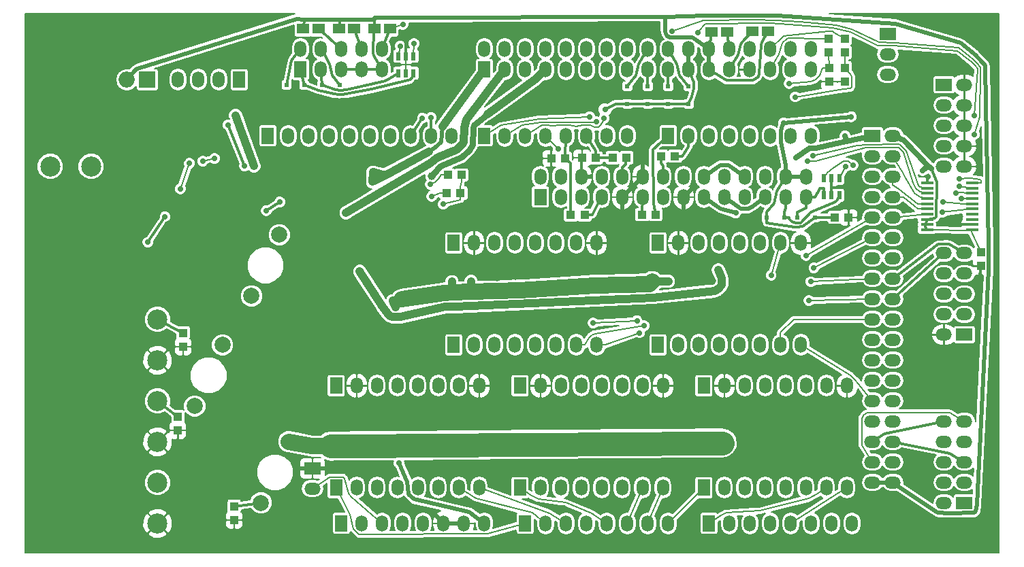
<source format=gbl>
%FSLAX34Y34*%
G04 Gerber Fmt 3.4, Leading zero omitted, Abs format*
G04 (created by PCBNEW (2014-06-10 BZR 4935)-product) date 26/06/2014 08:05:17*
%MOIN*%
G01*
G70*
G90*
G04 APERTURE LIST*
%ADD10C,0.005906*%
%ADD11R,0.059055X0.051181*%
%ADD12R,0.023600X0.039400*%
%ADD13R,0.059055X0.078740*%
%ADD14O,0.059055X0.078740*%
%ADD15R,0.078740X0.059055*%
%ADD16O,0.078740X0.059055*%
%ADD17R,0.062992X0.011811*%
%ADD18C,0.078740*%
%ADD19C,0.098425*%
%ADD20R,0.078740X0.078740*%
%ADD21O,0.078740X0.078740*%
%ADD22R,0.023622X0.023622*%
%ADD23R,0.043307X0.039370*%
%ADD24R,0.039370X0.043307*%
%ADD25C,0.027559*%
%ADD26C,0.039370*%
%ADD27C,0.011811*%
%ADD28C,0.019685*%
%ADD29C,0.039370*%
%ADD30C,0.007874*%
%ADD31C,0.027559*%
%ADD32C,0.006299*%
%ADD33C,0.118110*%
%ADD34C,0.078740*%
%ADD35C,0.031496*%
G04 APERTURE END LIST*
G54D10*
G54D11*
X45625Y-10875D03*
X46374Y-10875D03*
X44374Y-10919D03*
X43625Y-10919D03*
X24374Y-10750D03*
X23625Y-10750D03*
X26124Y-10750D03*
X25375Y-10750D03*
X27874Y-10750D03*
X27125Y-10750D03*
G54D12*
X49125Y-18084D03*
X49500Y-18084D03*
X49875Y-18084D03*
X49875Y-18916D03*
X49500Y-18916D03*
X49125Y-18916D03*
X28282Y-12095D03*
X28657Y-12095D03*
X29032Y-12095D03*
X29032Y-12927D03*
X28657Y-12927D03*
X28282Y-12927D03*
G54D13*
X21900Y-16000D03*
G54D14*
X22900Y-16000D03*
X23900Y-16000D03*
X24900Y-16000D03*
X25900Y-16000D03*
X26900Y-16000D03*
X27900Y-16000D03*
X28900Y-16000D03*
X29900Y-16000D03*
X30900Y-16000D03*
G54D13*
X25500Y-35000D03*
G54D14*
X26500Y-35000D03*
X27500Y-35000D03*
X28500Y-35000D03*
X29500Y-35000D03*
X30500Y-35000D03*
X31500Y-35000D03*
X32500Y-35000D03*
G54D13*
X34500Y-35000D03*
G54D14*
X35500Y-35000D03*
X36500Y-35000D03*
X37500Y-35000D03*
X38500Y-35000D03*
X39500Y-35000D03*
X40500Y-35000D03*
X41500Y-35000D03*
G54D13*
X32500Y-16000D03*
G54D14*
X33500Y-16000D03*
X34500Y-16000D03*
X35500Y-16000D03*
X36500Y-16000D03*
X37500Y-16000D03*
X38500Y-16000D03*
X39500Y-16000D03*
G54D13*
X43500Y-35000D03*
G54D14*
X44500Y-35000D03*
X45500Y-35000D03*
X46500Y-35000D03*
X47500Y-35000D03*
X48500Y-35000D03*
X49500Y-35000D03*
X50500Y-35000D03*
G54D13*
X41500Y-16000D03*
G54D14*
X42500Y-16000D03*
X43500Y-16000D03*
X44500Y-16000D03*
X45500Y-16000D03*
X46500Y-16000D03*
X47500Y-16000D03*
X48500Y-16000D03*
G54D15*
X51500Y-16000D03*
G54D16*
X51500Y-17000D03*
X51500Y-18000D03*
X51500Y-19000D03*
X51500Y-20000D03*
X51500Y-21000D03*
X51500Y-22000D03*
X51500Y-23000D03*
X51500Y-24000D03*
X51500Y-25000D03*
X51500Y-26000D03*
X51500Y-27000D03*
X51500Y-28000D03*
X51500Y-29000D03*
X51500Y-30000D03*
X51500Y-31000D03*
X51500Y-32000D03*
X51500Y-33000D03*
X52500Y-16000D03*
X52500Y-17000D03*
X52500Y-18000D03*
X52500Y-19000D03*
X52500Y-20000D03*
X52500Y-21000D03*
X52500Y-22000D03*
X52500Y-23000D03*
X52500Y-24000D03*
X52500Y-25000D03*
X52500Y-26000D03*
X52500Y-27000D03*
X52500Y-28000D03*
X52500Y-29000D03*
X52500Y-30000D03*
X52500Y-31000D03*
X52500Y-32000D03*
X52500Y-33000D03*
G54D13*
X43250Y-33250D03*
G54D14*
X44250Y-33250D03*
X45250Y-33250D03*
X46250Y-33250D03*
X47250Y-33250D03*
X48250Y-33250D03*
X49250Y-33250D03*
X50250Y-33250D03*
G54D13*
X43250Y-28250D03*
G54D14*
X44250Y-28250D03*
X45250Y-28250D03*
X46250Y-28250D03*
X47250Y-28250D03*
X48250Y-28250D03*
X49250Y-28250D03*
X50250Y-28250D03*
G54D13*
X31000Y-26250D03*
G54D14*
X32000Y-26250D03*
X33000Y-26250D03*
X34000Y-26250D03*
X35000Y-26250D03*
X36000Y-26250D03*
X37000Y-26250D03*
X38000Y-26250D03*
G54D13*
X31000Y-21250D03*
G54D14*
X32000Y-21250D03*
X33000Y-21250D03*
X34000Y-21250D03*
X35000Y-21250D03*
X36000Y-21250D03*
X37000Y-21250D03*
X38000Y-21250D03*
G54D13*
X41000Y-26250D03*
G54D14*
X42000Y-26250D03*
X43000Y-26250D03*
X44000Y-26250D03*
X45000Y-26250D03*
X46000Y-26250D03*
X47000Y-26250D03*
X48000Y-26250D03*
G54D13*
X41000Y-21250D03*
G54D14*
X42000Y-21250D03*
X43000Y-21250D03*
X44000Y-21250D03*
X45000Y-21250D03*
X46000Y-21250D03*
X47000Y-21250D03*
X48000Y-21250D03*
G54D13*
X34250Y-33250D03*
G54D14*
X35250Y-33250D03*
X36250Y-33250D03*
X37250Y-33250D03*
X38250Y-33250D03*
X39250Y-33250D03*
X40250Y-33250D03*
X41250Y-33250D03*
G54D13*
X34250Y-28250D03*
G54D14*
X35250Y-28250D03*
X36250Y-28250D03*
X37250Y-28250D03*
X38250Y-28250D03*
X39250Y-28250D03*
X40250Y-28250D03*
X41250Y-28250D03*
G54D13*
X25250Y-33250D03*
G54D14*
X26250Y-33250D03*
X27250Y-33250D03*
X28250Y-33250D03*
X29250Y-33250D03*
X30250Y-33250D03*
X31250Y-33250D03*
X32250Y-33250D03*
G54D13*
X25250Y-28250D03*
G54D14*
X26250Y-28250D03*
X27250Y-28250D03*
X28250Y-28250D03*
X29250Y-28250D03*
X30250Y-28250D03*
X31250Y-28250D03*
X32250Y-28250D03*
G54D13*
X20500Y-13250D03*
G54D14*
X19500Y-13250D03*
X18500Y-13250D03*
X17500Y-13250D03*
G54D15*
X52250Y-11000D03*
G54D16*
X52250Y-12000D03*
X52250Y-13000D03*
G54D15*
X55000Y-13500D03*
G54D16*
X55000Y-14500D03*
X55000Y-15500D03*
X55000Y-16500D03*
X55000Y-17500D03*
X56000Y-13500D03*
X56000Y-14500D03*
X56000Y-15500D03*
X56000Y-16500D03*
X56000Y-17500D03*
G54D13*
X32500Y-12750D03*
G54D14*
X33500Y-12750D03*
X34500Y-12750D03*
X35500Y-12750D03*
X36500Y-12750D03*
X37500Y-12750D03*
X38500Y-12750D03*
X39500Y-12750D03*
X40500Y-12750D03*
X41500Y-12750D03*
X42500Y-12750D03*
X43500Y-12750D03*
X44500Y-12750D03*
X45500Y-12750D03*
X46500Y-12750D03*
X47500Y-12750D03*
X48500Y-12750D03*
X32500Y-11750D03*
X33500Y-11750D03*
X34500Y-11750D03*
X35500Y-11750D03*
X36500Y-11750D03*
X37500Y-11750D03*
X38500Y-11750D03*
X39500Y-11750D03*
X40500Y-11750D03*
X41500Y-11750D03*
X42500Y-11750D03*
X43500Y-11750D03*
X44500Y-11750D03*
X45500Y-11750D03*
X46500Y-11750D03*
X47500Y-11750D03*
X48500Y-11750D03*
G54D15*
X56000Y-25750D03*
G54D16*
X56000Y-24750D03*
X56000Y-23750D03*
X56000Y-22750D03*
X56000Y-21750D03*
X55000Y-25750D03*
X55000Y-24750D03*
X55000Y-23750D03*
X55000Y-22750D03*
X55000Y-21750D03*
G54D15*
X56000Y-34000D03*
G54D16*
X56000Y-33000D03*
X56000Y-32000D03*
X56000Y-31000D03*
X56000Y-30000D03*
X55000Y-34000D03*
X55000Y-33000D03*
X55000Y-32000D03*
X55000Y-31000D03*
X55000Y-30000D03*
G54D13*
X23500Y-12750D03*
G54D14*
X24500Y-12750D03*
X25500Y-12750D03*
X26500Y-12750D03*
X27500Y-12750D03*
X23500Y-11750D03*
X24500Y-11750D03*
X25500Y-11750D03*
X26500Y-11750D03*
X27500Y-11750D03*
G54D15*
X24080Y-32300D03*
G54D16*
X24080Y-33300D03*
G54D17*
X56374Y-20610D03*
X56374Y-20354D03*
X56374Y-20098D03*
X56374Y-19842D03*
X54169Y-18306D03*
X54169Y-18562D03*
X56374Y-18306D03*
X56374Y-18562D03*
X56374Y-18818D03*
X56374Y-19074D03*
X56374Y-19330D03*
X56374Y-19586D03*
X54169Y-20610D03*
X54169Y-20354D03*
X54169Y-20098D03*
X54169Y-19842D03*
X54169Y-19586D03*
X54169Y-19330D03*
X54169Y-19074D03*
X54169Y-18818D03*
G54D18*
X21568Y-34000D03*
X22931Y-31000D03*
X18318Y-29250D03*
X19681Y-26250D03*
X21102Y-23854D03*
X22465Y-20854D03*
G54D19*
X16500Y-25000D03*
X16500Y-27000D03*
X16500Y-29000D03*
X16500Y-31000D03*
X16500Y-33000D03*
X16500Y-35000D03*
X13250Y-17500D03*
X11250Y-17500D03*
G54D20*
X16000Y-13250D03*
G54D21*
X15000Y-13250D03*
G54D22*
X40500Y-13566D03*
X40500Y-14433D03*
X39500Y-13566D03*
X39500Y-14433D03*
X41500Y-13566D03*
X41500Y-14433D03*
X42500Y-13566D03*
X42500Y-14433D03*
X47183Y-20000D03*
X46316Y-20000D03*
X47816Y-20000D03*
X48683Y-20000D03*
X23683Y-13500D03*
X22816Y-13500D03*
X24566Y-13500D03*
X25433Y-13500D03*
G54D23*
X49665Y-20000D03*
X50334Y-20000D03*
X38785Y-17070D03*
X39454Y-17070D03*
X41834Y-17000D03*
X41165Y-17000D03*
X40884Y-19860D03*
X40215Y-19860D03*
X36735Y-19880D03*
X37404Y-19880D03*
G54D24*
X49359Y-11914D03*
X49359Y-11245D03*
X50159Y-11914D03*
X50159Y-11245D03*
G54D23*
X31334Y-18810D03*
X30665Y-18810D03*
X31374Y-17920D03*
X30705Y-17920D03*
G54D24*
X56812Y-21715D03*
X56812Y-22384D03*
G54D23*
X37954Y-17080D03*
X37285Y-17080D03*
X36444Y-17100D03*
X35775Y-17100D03*
G54D24*
X49379Y-12665D03*
X49379Y-13334D03*
X50159Y-12665D03*
X50159Y-13334D03*
X20250Y-34165D03*
X20250Y-34834D03*
X17495Y-29765D03*
X17495Y-30434D03*
X17750Y-25665D03*
X17750Y-26334D03*
G54D13*
X35250Y-19000D03*
G54D14*
X36250Y-19000D03*
X37250Y-19000D03*
X38250Y-19000D03*
X39250Y-19000D03*
X40250Y-19000D03*
X41250Y-19000D03*
X42250Y-19000D03*
X43250Y-19000D03*
X44250Y-19000D03*
X45250Y-19000D03*
X46250Y-19000D03*
X47250Y-19000D03*
X48250Y-19000D03*
X35250Y-18000D03*
X36250Y-18000D03*
X37250Y-18000D03*
X38250Y-18000D03*
X39250Y-18000D03*
X40250Y-18000D03*
X41250Y-18000D03*
X42250Y-18000D03*
X43250Y-18000D03*
X44250Y-18000D03*
X45250Y-18000D03*
X46250Y-18000D03*
X47250Y-18000D03*
X48250Y-18000D03*
G54D25*
X28315Y-32042D03*
X38403Y-14721D03*
G54D26*
X20319Y-15008D03*
G54D25*
X21820Y-19669D03*
X22488Y-19240D03*
G54D26*
X21219Y-17488D03*
X26398Y-22634D03*
X43953Y-22573D03*
G54D25*
X47152Y-15370D03*
X50468Y-15066D03*
X53967Y-17700D03*
X50155Y-16001D03*
X47757Y-17084D03*
X29465Y-15132D03*
X18058Y-17341D03*
X17613Y-18602D03*
X56496Y-15006D03*
X42964Y-10954D03*
X29052Y-11476D03*
X56493Y-15934D03*
X41702Y-10860D03*
X28375Y-11596D03*
X37827Y-25178D03*
X39970Y-25060D03*
X48239Y-21869D03*
X40330Y-25310D03*
X48633Y-22479D03*
X40100Y-25660D03*
X48475Y-23152D03*
X48388Y-24081D03*
X29902Y-15106D03*
X42118Y-15310D03*
X39511Y-14051D03*
X54229Y-17990D03*
G54D26*
X36380Y-30140D03*
X37320Y-30140D03*
X27400Y-30160D03*
X28280Y-30150D03*
X45370Y-30140D03*
X20060Y-35550D03*
X17970Y-35040D03*
X42867Y-23088D03*
X33120Y-22930D03*
X43650Y-23120D03*
X34020Y-22880D03*
X46240Y-30150D03*
X28880Y-21120D03*
X24720Y-27490D03*
X23840Y-28500D03*
X16140Y-22340D03*
X17800Y-22210D03*
X15280Y-20600D03*
X14650Y-21080D03*
X13920Y-20590D03*
X17770Y-22680D03*
G54D25*
X17754Y-17133D03*
G54D26*
X25900Y-21150D03*
X29400Y-20520D03*
X26400Y-21750D03*
X14600Y-20100D03*
G54D25*
X18303Y-15109D03*
X17803Y-19516D03*
X19788Y-18879D03*
X17700Y-15150D03*
X36372Y-34240D03*
X53241Y-14127D03*
X52590Y-14495D03*
X30508Y-12908D03*
X16315Y-15193D03*
G54D26*
X23010Y-27511D03*
G54D25*
X45741Y-34043D03*
X24362Y-14060D03*
G54D26*
X46210Y-13480D03*
G54D25*
X44976Y-14344D03*
X55670Y-20300D03*
X55780Y-21090D03*
G54D26*
X44120Y-31350D03*
X43200Y-31340D03*
X35150Y-31340D03*
X34190Y-31350D03*
X26150Y-31400D03*
X25250Y-31430D03*
X28140Y-24410D03*
X28010Y-24080D03*
X40722Y-23144D03*
X41509Y-23130D03*
X30909Y-23155D03*
X31840Y-23130D03*
X28406Y-24023D03*
G54D25*
X46540Y-22838D03*
X19937Y-15468D03*
X20758Y-17478D03*
X28515Y-10532D03*
X37663Y-15070D03*
X37986Y-15307D03*
X38360Y-15143D03*
X36105Y-16640D03*
X48320Y-17250D03*
X48572Y-16967D03*
X50195Y-17504D03*
X50550Y-17450D03*
G54D26*
X27040Y-17780D03*
X27030Y-18255D03*
G54D25*
X30486Y-19340D03*
G54D26*
X25735Y-19770D03*
G54D25*
X30996Y-16735D03*
G54D26*
X29935Y-17970D03*
G54D25*
X44803Y-19786D03*
X55764Y-18097D03*
X55588Y-18800D03*
X54961Y-19236D03*
X55755Y-18463D03*
X55840Y-19056D03*
X54908Y-19753D03*
X29858Y-18386D03*
X29925Y-18963D03*
X19288Y-17112D03*
X18707Y-17242D03*
X16030Y-21219D03*
X16868Y-19962D03*
X47729Y-14090D03*
X47429Y-13434D03*
G54D27*
X46316Y-20257D02*
X47674Y-20477D01*
X47674Y-20477D02*
X47770Y-20477D01*
X47770Y-20477D02*
X48074Y-20455D01*
X48074Y-20455D02*
X48683Y-20000D01*
X39890Y-14423D02*
X39500Y-14433D01*
X39890Y-14423D02*
X39909Y-14423D01*
X38403Y-14721D02*
X38910Y-14423D01*
X38910Y-14423D02*
X39890Y-14423D01*
X40500Y-14433D02*
X39890Y-14423D01*
X42500Y-14433D02*
X42647Y-14072D01*
X42647Y-14072D02*
X42766Y-13688D01*
X42766Y-13688D02*
X42762Y-13360D01*
X42762Y-13360D02*
X42500Y-12750D01*
X41500Y-14433D02*
X42500Y-14433D01*
X40500Y-14433D02*
X40736Y-14429D01*
X40736Y-14429D02*
X41500Y-14433D01*
X25433Y-13500D02*
X25065Y-13028D01*
X25065Y-13028D02*
X24934Y-12471D01*
X24934Y-12471D02*
X24679Y-12054D01*
X24679Y-12054D02*
X24500Y-11750D01*
X22816Y-13500D02*
X23058Y-12311D01*
X23058Y-12311D02*
X23500Y-11750D01*
X48683Y-20000D02*
X49665Y-20000D01*
X46316Y-20000D02*
X46316Y-19742D01*
X46316Y-19742D02*
X46670Y-19319D01*
X46670Y-19319D02*
X46815Y-18721D01*
X46815Y-18721D02*
X47250Y-18000D01*
X46316Y-20257D02*
X46329Y-20175D01*
X46329Y-20175D02*
X46321Y-20009D01*
X46316Y-20000D02*
X46316Y-20257D01*
G54D28*
X42500Y-12750D02*
X42500Y-11750D01*
X28315Y-32042D02*
X28726Y-32974D01*
X28726Y-32974D02*
X28776Y-33544D01*
X28776Y-33544D02*
X28798Y-33566D01*
X28798Y-33566D02*
X29052Y-33821D01*
X29052Y-33821D02*
X31756Y-34445D01*
X31756Y-34445D02*
X32500Y-35000D01*
G54D27*
X21820Y-19669D02*
X22488Y-19240D01*
G54D29*
X20319Y-15008D02*
X21219Y-17488D01*
G54D28*
X47250Y-18000D02*
X47940Y-18000D01*
X47940Y-18000D02*
X48250Y-18000D01*
G54D30*
X47940Y-18000D02*
X47962Y-17934D01*
G54D29*
X43953Y-22573D02*
X44126Y-22969D01*
X44126Y-22969D02*
X44124Y-23294D01*
X44124Y-23294D02*
X44000Y-23468D01*
X44000Y-23468D02*
X43890Y-23549D01*
X43890Y-23549D02*
X43792Y-23603D01*
X43792Y-23603D02*
X40747Y-23930D01*
X40747Y-23930D02*
X31090Y-24388D01*
X31090Y-24388D02*
X30599Y-24388D01*
X30599Y-24388D02*
X28382Y-24882D01*
X28382Y-24882D02*
X28007Y-24887D01*
X28007Y-24887D02*
X27899Y-24845D01*
X27899Y-24845D02*
X27776Y-24739D01*
X27776Y-24739D02*
X27483Y-24331D01*
X27483Y-24331D02*
X26398Y-22634D01*
G54D28*
X47250Y-18000D02*
X47229Y-17969D01*
X47250Y-18000D02*
X47250Y-17427D01*
X47250Y-17427D02*
X47031Y-16319D01*
X47031Y-16319D02*
X47004Y-15893D01*
X47004Y-15893D02*
X47016Y-15784D01*
X47016Y-15784D02*
X47092Y-15468D01*
X47092Y-15468D02*
X47152Y-15370D01*
X47152Y-15370D02*
X50468Y-15066D01*
G54D27*
X54169Y-20098D02*
X54075Y-20367D01*
X54075Y-20367D02*
X54075Y-20367D01*
X54075Y-20367D02*
X54109Y-20601D01*
X54075Y-20367D02*
X54169Y-20354D01*
X54169Y-20098D02*
X54565Y-20041D01*
X54565Y-20041D02*
X54622Y-19985D01*
X54622Y-19985D02*
X54647Y-18261D01*
X54647Y-18261D02*
X54388Y-17619D01*
X54388Y-17619D02*
X54388Y-17619D01*
G54D30*
X54169Y-20602D02*
X54109Y-20601D01*
X56326Y-20639D02*
X54169Y-20602D01*
X54169Y-20602D02*
X54169Y-20610D01*
X56326Y-20639D02*
X56374Y-20610D01*
G54D31*
X50209Y-16244D02*
X50155Y-16001D01*
G54D30*
X50216Y-16281D02*
X50209Y-16244D01*
G54D31*
X47757Y-17084D02*
X48433Y-16611D01*
X48433Y-16611D02*
X48712Y-16611D01*
X48712Y-16611D02*
X49762Y-16381D01*
X49762Y-16381D02*
X50216Y-16281D01*
X50216Y-16281D02*
X51500Y-16000D01*
G54D30*
X56326Y-20639D02*
X56812Y-21715D01*
G54D27*
X54388Y-17619D02*
X54388Y-17619D01*
G54D31*
X54388Y-17619D02*
X54388Y-17619D01*
X54398Y-17608D02*
X54388Y-17618D01*
X54388Y-17618D02*
X54388Y-17619D01*
G54D27*
X54398Y-17608D02*
X54388Y-17599D01*
X54398Y-17609D02*
X54398Y-17608D01*
G54D31*
X54398Y-17608D02*
X54398Y-17609D01*
X54398Y-17609D02*
X54398Y-17609D01*
X54212Y-17464D02*
X53967Y-17700D01*
X52500Y-16000D02*
X53012Y-16208D01*
X53012Y-16208D02*
X54205Y-17457D01*
X54205Y-17457D02*
X54212Y-17464D01*
X54212Y-17464D02*
X54227Y-17480D01*
X54227Y-17480D02*
X54388Y-17599D01*
X54388Y-17619D02*
X54388Y-17619D01*
X54388Y-17619D02*
X54388Y-17619D01*
X54388Y-17619D02*
X54388Y-17619D01*
X54388Y-17619D02*
X54388Y-17619D01*
G54D30*
X34500Y-35000D02*
X32662Y-35513D01*
X32662Y-35513D02*
X26362Y-35547D01*
X26362Y-35547D02*
X26089Y-35274D01*
X26089Y-35274D02*
X25914Y-34556D01*
X25914Y-34556D02*
X25250Y-33250D01*
X35500Y-35000D02*
X34844Y-34486D01*
X34844Y-34486D02*
X32075Y-33760D01*
X32075Y-33760D02*
X31250Y-33250D01*
G54D27*
X26500Y-11750D02*
X26124Y-10750D01*
X44500Y-11750D02*
X44374Y-10919D01*
X44500Y-12750D02*
X44934Y-12028D01*
X44934Y-12028D02*
X45043Y-11522D01*
X45043Y-11522D02*
X45115Y-11391D01*
X45115Y-11391D02*
X45625Y-10875D01*
G54D30*
X32250Y-33250D02*
X35673Y-34492D01*
X35673Y-34492D02*
X36500Y-35000D01*
X41250Y-33250D02*
X40500Y-35000D01*
X43250Y-33250D02*
X41500Y-35000D01*
X43500Y-35000D02*
X44097Y-34619D01*
X44097Y-34619D02*
X44340Y-34486D01*
X44340Y-34486D02*
X45974Y-34387D01*
X45974Y-34387D02*
X48393Y-33772D01*
X48393Y-33772D02*
X48827Y-33526D01*
X48827Y-33526D02*
X49250Y-33250D01*
G54D27*
X28900Y-16000D02*
X29465Y-15132D01*
G54D30*
X18058Y-17341D02*
X17613Y-18602D01*
X56496Y-15006D02*
X56638Y-12743D01*
X56638Y-12743D02*
X56640Y-12740D01*
X56640Y-12740D02*
X56641Y-12722D01*
X56641Y-12722D02*
X56641Y-12704D01*
X56641Y-12704D02*
X56504Y-12543D01*
X56504Y-12543D02*
X56339Y-12378D01*
X56339Y-12378D02*
X55650Y-11826D01*
X55650Y-11826D02*
X52520Y-11585D01*
X52520Y-11585D02*
X51763Y-11576D01*
X51763Y-11576D02*
X50423Y-10917D01*
X50423Y-10917D02*
X49560Y-10714D01*
X49560Y-10714D02*
X46998Y-10511D01*
X46998Y-10511D02*
X46484Y-10488D01*
X46484Y-10488D02*
X43311Y-10513D01*
X43311Y-10513D02*
X43211Y-10614D01*
X43211Y-10614D02*
X42964Y-10954D01*
X29052Y-11476D02*
X29052Y-11476D01*
X29052Y-11476D02*
X29032Y-12095D01*
X56493Y-15934D02*
X56765Y-15071D01*
X56765Y-15071D02*
X56800Y-12865D01*
X56800Y-12865D02*
X56800Y-12639D01*
X56800Y-12639D02*
X56634Y-12448D01*
X56634Y-12448D02*
X56418Y-12232D01*
X56418Y-12232D02*
X55715Y-11667D01*
X55715Y-11667D02*
X52579Y-11426D01*
X52579Y-11426D02*
X51806Y-11414D01*
X51806Y-11414D02*
X50475Y-10760D01*
X50475Y-10760D02*
X49715Y-10568D01*
X49715Y-10568D02*
X47940Y-10395D01*
X47940Y-10395D02*
X46753Y-10332D01*
X46753Y-10332D02*
X45756Y-10316D01*
X45756Y-10316D02*
X43232Y-10354D01*
X43232Y-10354D02*
X41702Y-10860D01*
X28375Y-11596D02*
X28282Y-12095D01*
X51500Y-20000D02*
X48239Y-21869D01*
X37827Y-25178D02*
X39970Y-25060D01*
X51500Y-21000D02*
X48633Y-22479D01*
X37000Y-26250D02*
X37414Y-26250D01*
X37414Y-26250D02*
X37630Y-25906D01*
X37630Y-25906D02*
X37744Y-25781D01*
X37744Y-25781D02*
X37922Y-25690D01*
X37922Y-25690D02*
X40330Y-25310D01*
G54D27*
X51500Y-23000D02*
X51500Y-23000D01*
G54D30*
X51500Y-23000D02*
X51498Y-23000D01*
X51498Y-23000D02*
X48475Y-23152D01*
X38000Y-26250D02*
X38414Y-26250D01*
X38414Y-26250D02*
X40100Y-25660D01*
X51500Y-24000D02*
X48388Y-24081D01*
X46990Y-26260D02*
X47000Y-26250D01*
X47640Y-25000D02*
X46990Y-25650D01*
X46990Y-25650D02*
X46990Y-26260D01*
X51500Y-25000D02*
X47640Y-25000D01*
X48000Y-26250D02*
X50421Y-27736D01*
G54D32*
X50421Y-27736D02*
X50664Y-27979D01*
G54D30*
X50664Y-27979D02*
X51500Y-29000D01*
G54D27*
X29900Y-16000D02*
X29900Y-15467D01*
X29900Y-15467D02*
X29902Y-15325D01*
X29902Y-15325D02*
X29902Y-15106D01*
G54D30*
X28650Y-12500D02*
X27975Y-12500D01*
X28657Y-12500D02*
X28650Y-12500D01*
X28650Y-12500D02*
X29425Y-12500D01*
X28657Y-12095D02*
X28657Y-12500D01*
X28657Y-12500D02*
X28657Y-12917D01*
X28657Y-12917D02*
X28650Y-12925D01*
X28650Y-12925D02*
X28657Y-12927D01*
G54D27*
X54220Y-17990D02*
X54240Y-17985D01*
X54179Y-18000D02*
X54220Y-17990D01*
X56812Y-22384D02*
X56690Y-23260D01*
X54240Y-17985D02*
X54179Y-17990D01*
X54179Y-17990D02*
X54170Y-18310D01*
X54170Y-18310D02*
X54169Y-18306D01*
X54240Y-17985D02*
X54220Y-17990D01*
X54220Y-17990D02*
X54229Y-17990D01*
G54D29*
X16140Y-22340D02*
X16140Y-22330D01*
G54D27*
X44514Y-14344D02*
X44480Y-14310D01*
X44976Y-14344D02*
X44514Y-14344D01*
X55724Y-20354D02*
X55670Y-20300D01*
X56374Y-20354D02*
X55724Y-20354D01*
X28657Y-11332D02*
X28720Y-11270D01*
X28657Y-12095D02*
X28657Y-11332D01*
X37260Y-17060D02*
X37285Y-17080D01*
X37250Y-17070D02*
X37260Y-17060D01*
X37250Y-18000D02*
X37250Y-17070D01*
X49490Y-18890D02*
X49500Y-18916D01*
X49500Y-18880D02*
X49490Y-18890D01*
X49500Y-18530D02*
X49500Y-18880D01*
X49500Y-18084D02*
X49500Y-18530D01*
X50430Y-18530D02*
X50440Y-18520D01*
X49500Y-18530D02*
X50430Y-18530D01*
G54D28*
X39250Y-19720D02*
X39290Y-19760D01*
X39250Y-19000D02*
X39250Y-19720D01*
X40280Y-17970D02*
X40250Y-18000D01*
X39250Y-19000D02*
X40280Y-17970D01*
X40250Y-17240D02*
X40270Y-17220D01*
X40250Y-18000D02*
X40250Y-17240D01*
X37710Y-18000D02*
X37730Y-17980D01*
X37250Y-18000D02*
X37710Y-18000D01*
X42250Y-19680D02*
X42280Y-19710D01*
X42250Y-19000D02*
X42250Y-19680D01*
X42250Y-19000D02*
X42740Y-18510D01*
X30520Y-35000D02*
X30020Y-34500D01*
X31500Y-35000D02*
X30520Y-35000D01*
X24810Y-32300D02*
X24840Y-32270D01*
X24080Y-32300D02*
X24810Y-32300D01*
X23340Y-32300D02*
X23300Y-32340D01*
X24080Y-32300D02*
X23340Y-32300D01*
G54D27*
X17750Y-25665D02*
X16500Y-25000D01*
X17495Y-29765D02*
X16500Y-29000D01*
X20250Y-34165D02*
X21568Y-34000D01*
G54D29*
X44150Y-31058D02*
X44120Y-31350D01*
X43190Y-31066D02*
X43200Y-31340D01*
X35010Y-31130D02*
X35150Y-31340D01*
X34190Y-31137D02*
X34190Y-31350D01*
X26150Y-31200D02*
X26150Y-31400D01*
X25250Y-31207D02*
X25250Y-31430D01*
G54D33*
X24990Y-31210D02*
X25250Y-31207D01*
X25250Y-31207D02*
X26150Y-31200D01*
X26150Y-31200D02*
X34190Y-31137D01*
X34190Y-31137D02*
X35010Y-31130D01*
X35010Y-31130D02*
X43190Y-31066D01*
X43190Y-31066D02*
X44150Y-31058D01*
X44150Y-31058D02*
X44000Y-31060D01*
G54D34*
X22931Y-31000D02*
X24050Y-31210D01*
X24050Y-31210D02*
X24990Y-31210D01*
X24990Y-31210D02*
X25060Y-31210D01*
G54D29*
X28010Y-24090D02*
X28010Y-24080D01*
G54D34*
X31850Y-23645D02*
X34245Y-23565D01*
X34245Y-23565D02*
X37875Y-23336D01*
X37875Y-23336D02*
X40582Y-23261D01*
X40582Y-23261D02*
X40722Y-23144D01*
G54D29*
X40722Y-23144D02*
X40722Y-23144D01*
X41509Y-23130D02*
X40740Y-23140D01*
X40740Y-23140D02*
X40722Y-23144D01*
X30909Y-23155D02*
X30930Y-23480D01*
X30930Y-23480D02*
X30930Y-23244D01*
X31840Y-23130D02*
X31850Y-23390D01*
X31850Y-23390D02*
X31850Y-23645D01*
X30942Y-23675D02*
X30930Y-23244D01*
G54D34*
X30942Y-23675D02*
X30942Y-23675D01*
X30942Y-23675D02*
X30511Y-23703D01*
X30511Y-23703D02*
X28462Y-24011D01*
G54D29*
X28462Y-24011D02*
X28406Y-24023D01*
X30930Y-23244D02*
X30942Y-23675D01*
X30942Y-23675D02*
X30942Y-23678D01*
G54D34*
X30942Y-23675D02*
X31850Y-23645D01*
G54D29*
X28140Y-24410D02*
X28011Y-24092D01*
X28011Y-24092D02*
X28010Y-24090D01*
X28406Y-24023D02*
X28460Y-23944D01*
X28460Y-23944D02*
X28011Y-24092D01*
X28011Y-24092D02*
X28010Y-24093D01*
X28010Y-24093D02*
X28010Y-24090D01*
X28010Y-24090D02*
X28010Y-24080D01*
G54D27*
X37954Y-17080D02*
X38770Y-17070D01*
X38770Y-17070D02*
X38785Y-17070D01*
X37500Y-16000D02*
X37950Y-16740D01*
X37950Y-16740D02*
X37970Y-17080D01*
X37970Y-17080D02*
X37954Y-17080D01*
X36730Y-19410D02*
X36730Y-19900D01*
X36730Y-19900D02*
X36735Y-19880D01*
X36444Y-17100D02*
X36710Y-17350D01*
X36710Y-17350D02*
X36730Y-19410D01*
X36730Y-19410D02*
X36720Y-19410D01*
X36500Y-16000D02*
X36450Y-17070D01*
X36450Y-17070D02*
X36444Y-17100D01*
G54D30*
X46540Y-22838D02*
X47000Y-21250D01*
G54D27*
X19937Y-15468D02*
X20758Y-17478D01*
X40884Y-19860D02*
X40770Y-19320D01*
X40770Y-19320D02*
X40740Y-16680D01*
X40740Y-16680D02*
X41490Y-15990D01*
X41490Y-15990D02*
X41500Y-16000D01*
X27500Y-11750D02*
X27874Y-10750D01*
G54D30*
X27874Y-10750D02*
X28515Y-10532D01*
G54D27*
X25500Y-11750D02*
X25500Y-11749D01*
X25500Y-11749D02*
X24374Y-10750D01*
G54D30*
X27500Y-35000D02*
X26001Y-33721D01*
X26001Y-33721D02*
X25842Y-33538D01*
X25842Y-33538D02*
X25664Y-32806D01*
X25664Y-32806D02*
X25594Y-32736D01*
X25594Y-32736D02*
X24905Y-32736D01*
X24905Y-32736D02*
X24080Y-33300D01*
X37663Y-15070D02*
X35196Y-15169D01*
X35196Y-15169D02*
X33328Y-15486D01*
X33328Y-15486D02*
X32500Y-16000D01*
X33500Y-16000D02*
X34338Y-15486D01*
X34338Y-15486D02*
X35262Y-15327D01*
X35262Y-15327D02*
X35737Y-15327D01*
X35737Y-15327D02*
X36262Y-15327D01*
X36262Y-15327D02*
X36262Y-15327D01*
X36262Y-15327D02*
X36735Y-15327D01*
X36735Y-15327D02*
X37220Y-15332D01*
X37220Y-15332D02*
X37262Y-15327D01*
X37262Y-15327D02*
X37975Y-15327D01*
X37975Y-15327D02*
X37986Y-15307D01*
X34500Y-16000D02*
X35328Y-15486D01*
X35328Y-15486D02*
X35667Y-15486D01*
X35667Y-15486D02*
X35703Y-15490D01*
X35703Y-15490D02*
X36329Y-15486D01*
X36329Y-15486D02*
X36671Y-15486D01*
X36671Y-15486D02*
X36981Y-15523D01*
X36981Y-15523D02*
X37328Y-15486D01*
X37328Y-15486D02*
X37671Y-15486D01*
X37671Y-15486D02*
X37889Y-15571D01*
X37889Y-15571D02*
X38084Y-15571D01*
X38084Y-15571D02*
X38200Y-15481D01*
X38200Y-15481D02*
X38313Y-15277D01*
X38313Y-15277D02*
X38360Y-15143D01*
X36105Y-16640D02*
X35500Y-16000D01*
X54169Y-18818D02*
X53808Y-18746D01*
X53808Y-18746D02*
X53622Y-18580D01*
X53622Y-18580D02*
X53485Y-18292D01*
X53485Y-18292D02*
X53005Y-16820D01*
X53005Y-16820D02*
X52770Y-16585D01*
X52770Y-16585D02*
X51193Y-16585D01*
X51193Y-16585D02*
X48706Y-17244D01*
X48706Y-17244D02*
X48493Y-17244D01*
X48493Y-17244D02*
X48320Y-17250D01*
X54169Y-18562D02*
X53817Y-18504D01*
X53817Y-18504D02*
X53738Y-18446D01*
X53738Y-18446D02*
X53146Y-16727D01*
X53146Y-16727D02*
X52845Y-16432D01*
X52845Y-16432D02*
X52796Y-16416D01*
X52796Y-16416D02*
X51199Y-16423D01*
X51199Y-16423D02*
X50746Y-16471D01*
X50746Y-16471D02*
X48572Y-16967D01*
X49874Y-18084D02*
X50195Y-17504D01*
G54D27*
X51500Y-31000D02*
X52084Y-30620D01*
X52084Y-30620D02*
X52266Y-30556D01*
X52266Y-30556D02*
X55000Y-30000D01*
G54D30*
X51500Y-32000D02*
X50986Y-31171D01*
X50986Y-31171D02*
X50980Y-29858D01*
X50980Y-29858D02*
X51009Y-29789D01*
X51009Y-29789D02*
X51100Y-29678D01*
X51100Y-29678D02*
X51238Y-29579D01*
X51238Y-29579D02*
X55294Y-29585D01*
X55294Y-29585D02*
X56000Y-30000D01*
X52500Y-17000D02*
X52988Y-17792D01*
X52988Y-17792D02*
X53090Y-17990D01*
X53090Y-17990D02*
X53565Y-18799D01*
X53565Y-18799D02*
X53799Y-18989D01*
X53799Y-18989D02*
X53837Y-19005D01*
X53837Y-19005D02*
X54169Y-19074D01*
X54169Y-19330D02*
X53734Y-19330D01*
X53734Y-19330D02*
X52802Y-18609D01*
X52802Y-18609D02*
X52500Y-18414D01*
X52500Y-18414D02*
X52500Y-18000D01*
X54169Y-19586D02*
X53734Y-19586D01*
X53734Y-19586D02*
X53013Y-19000D01*
X53013Y-19000D02*
X52500Y-19000D01*
X54169Y-19842D02*
X54168Y-19842D01*
X54168Y-19842D02*
X52500Y-20000D01*
G54D27*
X52544Y-22966D02*
X52575Y-23008D01*
X52500Y-23000D02*
X52544Y-22966D01*
X52544Y-22966D02*
X54721Y-21315D01*
X54721Y-21315D02*
X55248Y-21304D01*
X55248Y-21304D02*
X56000Y-21750D01*
G54D30*
X54956Y-21774D02*
X54972Y-21786D01*
X54972Y-21786D02*
X55000Y-21750D01*
G54D27*
X52500Y-24000D02*
X55000Y-21750D01*
G54D30*
X49125Y-18084D02*
X49273Y-17817D01*
X49273Y-17817D02*
X49577Y-17571D01*
X49577Y-17571D02*
X50088Y-17247D01*
X50088Y-17247D02*
X50322Y-17247D01*
X50322Y-17247D02*
X50550Y-17450D01*
G54D27*
X52500Y-31000D02*
X55283Y-31572D01*
X55283Y-31572D02*
X56000Y-32000D01*
G54D29*
X27636Y-17929D02*
X27640Y-17930D01*
X27640Y-17930D02*
X27640Y-17927D01*
X27030Y-18255D02*
X27040Y-17780D01*
X32500Y-12750D02*
X30437Y-15542D01*
X29784Y-16770D02*
X27640Y-17927D01*
G54D28*
X30437Y-15542D02*
X30373Y-16294D01*
X30373Y-16294D02*
X30097Y-16571D01*
X30097Y-16571D02*
X29784Y-16770D01*
G54D29*
X27040Y-17780D02*
X27636Y-17929D01*
X27640Y-17927D02*
X27636Y-17929D01*
X27636Y-17929D02*
X27030Y-18255D01*
G54D30*
X31334Y-18810D02*
X31334Y-18493D01*
X31334Y-18493D02*
X31374Y-18236D01*
X31374Y-18236D02*
X31374Y-17920D01*
X31334Y-18810D02*
X31334Y-19126D01*
X31334Y-19126D02*
X30486Y-19340D01*
G54D29*
X25735Y-19770D02*
X29837Y-17343D01*
X29837Y-17343D02*
X30169Y-17065D01*
X30169Y-17065D02*
X30996Y-16726D01*
G54D30*
X30996Y-16735D02*
X30996Y-16726D01*
X30996Y-16726D02*
X30996Y-16705D01*
X30996Y-16705D02*
X31003Y-16723D01*
G54D29*
X30996Y-16726D02*
X31003Y-16723D01*
X31003Y-16723D02*
X31140Y-16667D01*
X31140Y-16667D02*
X31437Y-16370D01*
X31437Y-16370D02*
X31474Y-16305D01*
X31474Y-16305D02*
X31503Y-15591D01*
X31503Y-15591D02*
X31605Y-15207D01*
X31605Y-15207D02*
X33500Y-12750D01*
X32653Y-14934D02*
X35008Y-13209D01*
X35008Y-13209D02*
X35500Y-12750D01*
G54D35*
X29935Y-17970D02*
X30260Y-17570D01*
X30260Y-17570D02*
X30347Y-17483D01*
X30347Y-17483D02*
X30365Y-17468D01*
X30365Y-17468D02*
X31396Y-17039D01*
X31396Y-17039D02*
X31752Y-16706D01*
X31752Y-16706D02*
X31913Y-16442D01*
X31913Y-16442D02*
X31951Y-15602D01*
X31951Y-15602D02*
X31990Y-15468D01*
X31990Y-15468D02*
X32653Y-14934D01*
G54D27*
X40500Y-13566D02*
X40500Y-12750D01*
X41500Y-13566D02*
X41500Y-12750D01*
G54D30*
X49359Y-11245D02*
X48951Y-11235D01*
X48951Y-11235D02*
X47395Y-11222D01*
X47395Y-11222D02*
X47316Y-11242D01*
X47316Y-11242D02*
X47093Y-11452D01*
X47093Y-11452D02*
X46921Y-11993D01*
X46921Y-11993D02*
X46833Y-12165D01*
X46833Y-12165D02*
X46501Y-12746D01*
G54D27*
X39500Y-13566D02*
X39931Y-13031D01*
X39931Y-13031D02*
X40065Y-12471D01*
X40065Y-12471D02*
X40500Y-11750D01*
X42500Y-13566D02*
X42065Y-13028D01*
X42065Y-13028D02*
X41934Y-12471D01*
X41934Y-12471D02*
X41500Y-11750D01*
G54D30*
X46500Y-11750D02*
X47157Y-11118D01*
X47157Y-11118D02*
X47405Y-11056D01*
X47405Y-11056D02*
X49364Y-10889D01*
X49364Y-10889D02*
X49542Y-10878D01*
X49542Y-10878D02*
X49626Y-10926D01*
X49626Y-10926D02*
X50159Y-11245D01*
G54D27*
X37404Y-19880D02*
X37780Y-19870D01*
X37780Y-19870D02*
X38220Y-19000D01*
X38220Y-19000D02*
X38250Y-19000D01*
X40250Y-19000D02*
X40209Y-19850D01*
X40209Y-19850D02*
X40215Y-19860D01*
G54D28*
X43250Y-19000D02*
X44053Y-19572D01*
X44053Y-19572D02*
X44803Y-19786D01*
X46250Y-19000D02*
X45624Y-19461D01*
X45624Y-19461D02*
X45424Y-19572D01*
X45424Y-19572D02*
X45053Y-19572D01*
X45053Y-19572D02*
X44933Y-19470D01*
X44933Y-19470D02*
X44250Y-19000D01*
G54D30*
X47350Y-20000D02*
X47420Y-20000D01*
X47183Y-20000D02*
X47350Y-20000D01*
G54D27*
X47350Y-20000D02*
X47420Y-20000D01*
X47183Y-20000D02*
X47350Y-20000D01*
X49874Y-18915D02*
X49790Y-19137D01*
X49790Y-19137D02*
X49675Y-19252D01*
X49675Y-19252D02*
X48500Y-19749D01*
X48500Y-19749D02*
X47992Y-20257D01*
X47992Y-20257D02*
X47756Y-20279D01*
X47756Y-20279D02*
X47645Y-20251D01*
X47645Y-20251D02*
X47559Y-20208D01*
X47559Y-20208D02*
X47350Y-20000D01*
G54D30*
X47250Y-19000D02*
X47285Y-18986D01*
G54D27*
X47183Y-20000D02*
X47183Y-19742D01*
X47183Y-19742D02*
X47250Y-19532D01*
X47250Y-19532D02*
X47250Y-19000D01*
X49874Y-18915D02*
X49874Y-18930D01*
X49874Y-18930D02*
X49874Y-18915D01*
G54D30*
X49874Y-18915D02*
X49874Y-18930D01*
G54D27*
X47816Y-20000D02*
X47816Y-19742D01*
X47816Y-19742D02*
X48250Y-19532D01*
X48250Y-19532D02*
X48250Y-19000D01*
X48250Y-19000D02*
X48684Y-19000D01*
X48684Y-19000D02*
X48912Y-18592D01*
X48912Y-18592D02*
X48932Y-18579D01*
X48932Y-18579D02*
X49125Y-18579D01*
X49125Y-18579D02*
X49125Y-18915D01*
X39250Y-18000D02*
X39250Y-17537D01*
X39250Y-17537D02*
X39415Y-17406D01*
X39415Y-17406D02*
X39415Y-17000D01*
X41250Y-18000D02*
X41250Y-17467D01*
X41250Y-17467D02*
X41165Y-17336D01*
X41165Y-17336D02*
X41165Y-17000D01*
G54D28*
X43250Y-18000D02*
X44053Y-17427D01*
X44053Y-17427D02*
X44446Y-17427D01*
X44446Y-17427D02*
X45250Y-18000D01*
G54D30*
X56374Y-18306D02*
X56808Y-18306D01*
X56808Y-18306D02*
X56808Y-18173D01*
X56808Y-18173D02*
X56764Y-18124D01*
X56764Y-18124D02*
X56304Y-18083D01*
X56304Y-18083D02*
X56171Y-18083D01*
X56171Y-18083D02*
X55764Y-18097D01*
X56374Y-18818D02*
X55612Y-18777D01*
X55612Y-18777D02*
X55588Y-18800D01*
X56374Y-19330D02*
X55939Y-19330D01*
X55939Y-19330D02*
X54961Y-19236D01*
X56374Y-18562D02*
X55755Y-18463D01*
X56374Y-19074D02*
X55939Y-19074D01*
X55939Y-19074D02*
X55840Y-19056D01*
X56374Y-19586D02*
X54908Y-19753D01*
G54D27*
X23683Y-13500D02*
X23500Y-12750D01*
X23683Y-13500D02*
X24400Y-13762D01*
X24400Y-13762D02*
X25147Y-13952D01*
X25147Y-13952D02*
X25341Y-13974D01*
X25341Y-13974D02*
X25537Y-13973D01*
X25537Y-13973D02*
X25734Y-13948D01*
X25734Y-13948D02*
X26978Y-13718D01*
X26978Y-13718D02*
X28869Y-13251D01*
X28869Y-13251D02*
X28971Y-13112D01*
X28971Y-13112D02*
X29032Y-12927D01*
X24566Y-13500D02*
X24500Y-12750D01*
X24566Y-13500D02*
X25205Y-13750D01*
X25205Y-13750D02*
X25453Y-13772D01*
X25453Y-13772D02*
X25747Y-13743D01*
X25747Y-13743D02*
X27652Y-13298D01*
X27652Y-13298D02*
X28282Y-12927D01*
G54D30*
X30705Y-17920D02*
X30369Y-17920D01*
X30369Y-17920D02*
X30264Y-18108D01*
X30264Y-18108D02*
X30082Y-18271D01*
X30082Y-18271D02*
X29864Y-18386D01*
X29864Y-18386D02*
X29858Y-18386D01*
X30665Y-18810D02*
X30329Y-18810D01*
X30329Y-18810D02*
X29925Y-18963D01*
X19288Y-17112D02*
X18707Y-17242D01*
G54D27*
X16030Y-21219D02*
X16868Y-19962D01*
G54D30*
X38500Y-35000D02*
X37741Y-34510D01*
X37741Y-34510D02*
X36478Y-33982D01*
X36478Y-33982D02*
X35145Y-33793D01*
X35145Y-33793D02*
X34768Y-33615D01*
X34768Y-33615D02*
X34250Y-33250D01*
X50159Y-11914D02*
X50159Y-12665D01*
X50159Y-12665D02*
X50420Y-12974D01*
X50420Y-12974D02*
X50488Y-13090D01*
X50488Y-13090D02*
X50478Y-13599D01*
X50478Y-13599D02*
X50421Y-13666D01*
X50421Y-13666D02*
X50092Y-13695D01*
X50092Y-13695D02*
X47729Y-14090D01*
X49359Y-11914D02*
X49379Y-12665D01*
X49379Y-12665D02*
X49063Y-12665D01*
X49063Y-12665D02*
X48917Y-13040D01*
X48917Y-13040D02*
X48717Y-13242D01*
X48717Y-13242D02*
X48470Y-13333D01*
X48470Y-13333D02*
X47429Y-13434D01*
X40250Y-33250D02*
X39500Y-35000D01*
X50250Y-33250D02*
X47500Y-35000D01*
G54D27*
X42500Y-16000D02*
X42500Y-16532D01*
X42500Y-16532D02*
X42190Y-17000D01*
X42190Y-17000D02*
X41834Y-17000D01*
G54D28*
X52500Y-33000D02*
X54694Y-34471D01*
X54694Y-34471D02*
X55262Y-34491D01*
X55262Y-34491D02*
X56495Y-34472D01*
X56495Y-34472D02*
X56560Y-34403D01*
X56560Y-34403D02*
X56609Y-34077D01*
X56609Y-34077D02*
X57190Y-22573D01*
X57190Y-22573D02*
X57201Y-21361D01*
X57201Y-21361D02*
X57017Y-12640D01*
X57017Y-12640D02*
X57017Y-12548D01*
X57017Y-12548D02*
X56867Y-12372D01*
X56867Y-12372D02*
X56542Y-12047D01*
X56542Y-12047D02*
X55806Y-11449D01*
X55806Y-11449D02*
X52631Y-10502D01*
X52631Y-10502D02*
X46854Y-10099D01*
X46854Y-10099D02*
X43312Y-10091D01*
X43312Y-10091D02*
X41354Y-10163D01*
G54D27*
X46374Y-10875D02*
X46082Y-11418D01*
X46082Y-11418D02*
X46051Y-11529D01*
X46051Y-11529D02*
X45948Y-12936D01*
X45948Y-12936D02*
X45911Y-13101D01*
X45911Y-13101D02*
X45666Y-13288D01*
X45666Y-13288D02*
X44340Y-13289D01*
X44340Y-13289D02*
X43500Y-12750D01*
X43625Y-10919D02*
X43520Y-11750D01*
X43520Y-11750D02*
X43500Y-11750D01*
G54D28*
X51500Y-33000D02*
X52500Y-33000D01*
X43500Y-12750D02*
X43500Y-11750D01*
G54D27*
X27500Y-12750D02*
X26500Y-12750D01*
G54D28*
X43500Y-11750D02*
X42701Y-11181D01*
X42701Y-11181D02*
X42655Y-11177D01*
X42655Y-11177D02*
X41583Y-11177D01*
X41583Y-11177D02*
X41462Y-11097D01*
X41462Y-11097D02*
X41395Y-10993D01*
X41395Y-10993D02*
X41357Y-10864D01*
X41357Y-10864D02*
X41354Y-10163D01*
G54D27*
X26500Y-12750D02*
X25500Y-12750D01*
X27125Y-10750D02*
X27043Y-11586D01*
X27043Y-11586D02*
X27047Y-11953D01*
X27047Y-11953D02*
X27075Y-12069D01*
X27075Y-12069D02*
X27500Y-12750D01*
G54D28*
X41354Y-10163D02*
X27122Y-10220D01*
G54D27*
X27122Y-10298D02*
X27122Y-10220D01*
X27125Y-10750D02*
X27123Y-10540D01*
X27123Y-10540D02*
X27122Y-10298D01*
G54D28*
X27122Y-10298D02*
X25416Y-10305D01*
G54D27*
X25375Y-10750D02*
X25416Y-10395D01*
X25416Y-10395D02*
X25416Y-10305D01*
G54D28*
X25416Y-10305D02*
X23698Y-10312D01*
G54D27*
X23625Y-10750D02*
X23698Y-10383D01*
X23698Y-10383D02*
X23698Y-10312D01*
G54D28*
X23698Y-10312D02*
X23577Y-10312D01*
X23577Y-10312D02*
X23374Y-10258D01*
X23374Y-10258D02*
X23308Y-10258D01*
X23308Y-10258D02*
X23307Y-10258D01*
X23307Y-10258D02*
X15527Y-12690D01*
X15527Y-12690D02*
X15451Y-12743D01*
X15451Y-12743D02*
X15000Y-13250D01*
G54D30*
G36*
X28706Y-12511D02*
X28667Y-12551D01*
X28667Y-12917D01*
X28674Y-12917D01*
X28674Y-12937D01*
X28667Y-12937D01*
X28667Y-12945D01*
X28647Y-12945D01*
X28647Y-12937D01*
X28639Y-12937D01*
X28639Y-12917D01*
X28647Y-12917D01*
X28647Y-12551D01*
X28607Y-12511D01*
X28647Y-12472D01*
X28647Y-12105D01*
X28639Y-12105D01*
X28639Y-12085D01*
X28647Y-12085D01*
X28647Y-12077D01*
X28667Y-12077D01*
X28667Y-12085D01*
X28674Y-12085D01*
X28674Y-12105D01*
X28667Y-12105D01*
X28667Y-12472D01*
X28706Y-12511D01*
X28706Y-12511D01*
G37*
X28706Y-12511D02*
X28667Y-12551D01*
X28667Y-12917D01*
X28674Y-12917D01*
X28674Y-12937D01*
X28667Y-12937D01*
X28667Y-12945D01*
X28647Y-12945D01*
X28647Y-12937D01*
X28639Y-12937D01*
X28639Y-12917D01*
X28647Y-12917D01*
X28647Y-12551D01*
X28607Y-12511D01*
X28647Y-12472D01*
X28647Y-12105D01*
X28639Y-12105D01*
X28639Y-12085D01*
X28647Y-12085D01*
X28647Y-12077D01*
X28667Y-12077D01*
X28667Y-12085D01*
X28674Y-12085D01*
X28674Y-12105D01*
X28667Y-12105D01*
X28667Y-12472D01*
X28706Y-12511D01*
G36*
X37691Y-16731D02*
X37689Y-16732D01*
X37637Y-16680D01*
X37549Y-16643D01*
X37355Y-16643D01*
X37295Y-16703D01*
X37295Y-17070D01*
X37303Y-17070D01*
X37303Y-17089D01*
X37295Y-17089D01*
X37295Y-17097D01*
X37275Y-17097D01*
X37275Y-17089D01*
X37275Y-17070D01*
X37275Y-16703D01*
X37215Y-16643D01*
X37021Y-16643D01*
X36933Y-16680D01*
X36865Y-16747D01*
X36829Y-16835D01*
X36829Y-16930D01*
X36829Y-17010D01*
X36889Y-17070D01*
X37275Y-17070D01*
X37275Y-17089D01*
X36889Y-17089D01*
X36829Y-17149D01*
X36829Y-17165D01*
X36818Y-17154D01*
X36818Y-16871D01*
X36794Y-16813D01*
X36750Y-16769D01*
X36692Y-16745D01*
X36681Y-16745D01*
X36692Y-16514D01*
X36820Y-16429D01*
X36918Y-16282D01*
X36952Y-16109D01*
X36952Y-15890D01*
X36918Y-15717D01*
X36916Y-15714D01*
X36958Y-15719D01*
X36980Y-15717D01*
X37002Y-15719D01*
X37086Y-15710D01*
X37081Y-15717D01*
X37047Y-15890D01*
X37047Y-16109D01*
X37081Y-16282D01*
X37179Y-16429D01*
X37326Y-16527D01*
X37500Y-16561D01*
X37578Y-16546D01*
X37691Y-16731D01*
X37691Y-16731D01*
G37*
X37691Y-16731D02*
X37689Y-16732D01*
X37637Y-16680D01*
X37549Y-16643D01*
X37355Y-16643D01*
X37295Y-16703D01*
X37295Y-17070D01*
X37303Y-17070D01*
X37303Y-17089D01*
X37295Y-17089D01*
X37295Y-17097D01*
X37275Y-17097D01*
X37275Y-17089D01*
X37275Y-17070D01*
X37275Y-16703D01*
X37215Y-16643D01*
X37021Y-16643D01*
X36933Y-16680D01*
X36865Y-16747D01*
X36829Y-16835D01*
X36829Y-16930D01*
X36829Y-17010D01*
X36889Y-17070D01*
X37275Y-17070D01*
X37275Y-17089D01*
X36889Y-17089D01*
X36829Y-17149D01*
X36829Y-17165D01*
X36818Y-17154D01*
X36818Y-16871D01*
X36794Y-16813D01*
X36750Y-16769D01*
X36692Y-16745D01*
X36681Y-16745D01*
X36692Y-16514D01*
X36820Y-16429D01*
X36918Y-16282D01*
X36952Y-16109D01*
X36952Y-15890D01*
X36918Y-15717D01*
X36916Y-15714D01*
X36958Y-15719D01*
X36980Y-15717D01*
X37002Y-15719D01*
X37086Y-15710D01*
X37081Y-15717D01*
X37047Y-15890D01*
X37047Y-16109D01*
X37081Y-16282D01*
X37179Y-16429D01*
X37326Y-16527D01*
X37500Y-16561D01*
X37578Y-16546D01*
X37691Y-16731D01*
G36*
X45517Y-12759D02*
X45509Y-12759D01*
X45509Y-12767D01*
X45490Y-12767D01*
X45490Y-12759D01*
X44965Y-12759D01*
X44965Y-12858D01*
X45009Y-13062D01*
X45017Y-13072D01*
X44891Y-13072D01*
X44918Y-13032D01*
X44952Y-12859D01*
X44952Y-12640D01*
X44919Y-12473D01*
X45120Y-12140D01*
X45131Y-12107D01*
X45179Y-12179D01*
X45221Y-12207D01*
X45128Y-12266D01*
X45009Y-12437D01*
X44965Y-12641D01*
X44965Y-12740D01*
X45490Y-12740D01*
X45490Y-12732D01*
X45509Y-12732D01*
X45509Y-12740D01*
X45517Y-12740D01*
X45517Y-12759D01*
X45517Y-12759D01*
G37*
X45517Y-12759D02*
X45509Y-12759D01*
X45509Y-12767D01*
X45490Y-12767D01*
X45490Y-12759D01*
X44965Y-12759D01*
X44965Y-12858D01*
X45009Y-13062D01*
X45017Y-13072D01*
X44891Y-13072D01*
X44918Y-13032D01*
X44952Y-12859D01*
X44952Y-12640D01*
X44919Y-12473D01*
X45120Y-12140D01*
X45131Y-12107D01*
X45179Y-12179D01*
X45221Y-12207D01*
X45128Y-12266D01*
X45009Y-12437D01*
X44965Y-12641D01*
X44965Y-12740D01*
X45490Y-12740D01*
X45490Y-12732D01*
X45509Y-12732D01*
X45509Y-12740D01*
X45517Y-12740D01*
X45517Y-12759D01*
G36*
X49549Y-18500D02*
X49509Y-18539D01*
X49509Y-18906D01*
X49517Y-18906D01*
X49517Y-18925D01*
X49509Y-18925D01*
X49509Y-18933D01*
X49490Y-18933D01*
X49490Y-18925D01*
X49482Y-18925D01*
X49482Y-18906D01*
X49490Y-18906D01*
X49490Y-18539D01*
X49450Y-18500D01*
X49490Y-18460D01*
X49490Y-18093D01*
X49482Y-18093D01*
X49482Y-18074D01*
X49490Y-18074D01*
X49490Y-18066D01*
X49509Y-18066D01*
X49509Y-18074D01*
X49517Y-18074D01*
X49517Y-18093D01*
X49509Y-18093D01*
X49509Y-18460D01*
X49549Y-18500D01*
X49549Y-18500D01*
G37*
X49549Y-18500D02*
X49509Y-18539D01*
X49509Y-18906D01*
X49517Y-18906D01*
X49517Y-18925D01*
X49509Y-18925D01*
X49509Y-18933D01*
X49490Y-18933D01*
X49490Y-18925D01*
X49482Y-18925D01*
X49482Y-18906D01*
X49490Y-18906D01*
X49490Y-18539D01*
X49450Y-18500D01*
X49490Y-18460D01*
X49490Y-18093D01*
X49482Y-18093D01*
X49482Y-18074D01*
X49490Y-18074D01*
X49490Y-18066D01*
X49509Y-18066D01*
X49509Y-18074D01*
X49517Y-18074D01*
X49517Y-18093D01*
X49509Y-18093D01*
X49509Y-18460D01*
X49549Y-18500D01*
G36*
X54311Y-18008D02*
X54238Y-18008D01*
X54179Y-18068D01*
X54179Y-18297D01*
X54187Y-18297D01*
X54187Y-18316D01*
X54179Y-18316D01*
X54179Y-18324D01*
X54159Y-18324D01*
X54159Y-18316D01*
X54151Y-18316D01*
X54151Y-18297D01*
X54159Y-18297D01*
X54159Y-18068D01*
X54099Y-18008D01*
X53806Y-18008D01*
X53797Y-18012D01*
X53762Y-17912D01*
X53800Y-17950D01*
X53908Y-17995D01*
X54026Y-17995D01*
X54134Y-17950D01*
X54174Y-17910D01*
X54226Y-17860D01*
X54253Y-17882D01*
X54261Y-17884D01*
X54311Y-18008D01*
X54311Y-18008D01*
G37*
X54311Y-18008D02*
X54238Y-18008D01*
X54179Y-18068D01*
X54179Y-18297D01*
X54187Y-18297D01*
X54187Y-18316D01*
X54179Y-18316D01*
X54179Y-18324D01*
X54159Y-18324D01*
X54159Y-18316D01*
X54151Y-18316D01*
X54151Y-18297D01*
X54159Y-18297D01*
X54159Y-18068D01*
X54099Y-18008D01*
X53806Y-18008D01*
X53797Y-18012D01*
X53762Y-17912D01*
X53800Y-17950D01*
X53908Y-17995D01*
X54026Y-17995D01*
X54134Y-17950D01*
X54174Y-17910D01*
X54226Y-17860D01*
X54253Y-17882D01*
X54261Y-17884D01*
X54311Y-18008D01*
G36*
X56391Y-20364D02*
X56383Y-20364D01*
X56383Y-20371D01*
X56364Y-20371D01*
X56364Y-20364D01*
X55879Y-20364D01*
X55819Y-20423D01*
X55819Y-20434D01*
X54641Y-20413D01*
X54641Y-20381D01*
X54641Y-20263D01*
X54633Y-20244D01*
X54646Y-20242D01*
X54660Y-20233D01*
X54675Y-20228D01*
X54695Y-20210D01*
X54717Y-20196D01*
X54774Y-20139D01*
X54798Y-20105D01*
X54821Y-20070D01*
X54821Y-20070D01*
X54822Y-20069D01*
X54828Y-20039D01*
X54849Y-20048D01*
X54967Y-20048D01*
X55075Y-20003D01*
X55156Y-19923D01*
X55901Y-19838D01*
X55901Y-19932D01*
X55917Y-19970D01*
X55901Y-20007D01*
X55901Y-20070D01*
X55901Y-20114D01*
X55856Y-20159D01*
X55819Y-20247D01*
X55819Y-20284D01*
X55879Y-20344D01*
X56364Y-20344D01*
X56364Y-20336D01*
X56383Y-20336D01*
X56383Y-20344D01*
X56391Y-20344D01*
X56391Y-20364D01*
X56391Y-20364D01*
G37*
X56391Y-20364D02*
X56383Y-20364D01*
X56383Y-20371D01*
X56364Y-20371D01*
X56364Y-20364D01*
X55879Y-20364D01*
X55819Y-20423D01*
X55819Y-20434D01*
X54641Y-20413D01*
X54641Y-20381D01*
X54641Y-20263D01*
X54633Y-20244D01*
X54646Y-20242D01*
X54660Y-20233D01*
X54675Y-20228D01*
X54695Y-20210D01*
X54717Y-20196D01*
X54774Y-20139D01*
X54798Y-20105D01*
X54821Y-20070D01*
X54821Y-20070D01*
X54822Y-20069D01*
X54828Y-20039D01*
X54849Y-20048D01*
X54967Y-20048D01*
X55075Y-20003D01*
X55156Y-19923D01*
X55901Y-19838D01*
X55901Y-19932D01*
X55917Y-19970D01*
X55901Y-20007D01*
X55901Y-20070D01*
X55901Y-20114D01*
X55856Y-20159D01*
X55819Y-20247D01*
X55819Y-20284D01*
X55879Y-20344D01*
X56364Y-20344D01*
X56364Y-20336D01*
X56383Y-20336D01*
X56383Y-20344D01*
X56391Y-20344D01*
X56391Y-20364D01*
G36*
X57696Y-36437D02*
X50952Y-36437D01*
X50952Y-35109D01*
X50952Y-34890D01*
X50918Y-34717D01*
X50820Y-34570D01*
X50702Y-34492D01*
X50702Y-33359D01*
X50702Y-33140D01*
X50668Y-32967D01*
X50570Y-32820D01*
X50423Y-32722D01*
X50250Y-32688D01*
X50240Y-32689D01*
X50240Y-28823D01*
X50240Y-28259D01*
X49715Y-28259D01*
X49715Y-28358D01*
X49759Y-28562D01*
X49878Y-28733D01*
X50054Y-28846D01*
X50156Y-28874D01*
X50240Y-28823D01*
X50240Y-32689D01*
X50076Y-32722D01*
X49929Y-32820D01*
X49831Y-32967D01*
X49797Y-33140D01*
X49797Y-33304D01*
X49701Y-33365D01*
X49702Y-33359D01*
X49702Y-33140D01*
X49702Y-28359D01*
X49702Y-28140D01*
X49668Y-27967D01*
X49570Y-27820D01*
X49423Y-27722D01*
X49250Y-27688D01*
X49076Y-27722D01*
X48929Y-27820D01*
X48831Y-27967D01*
X48797Y-28140D01*
X48797Y-28359D01*
X48831Y-28532D01*
X48929Y-28679D01*
X49076Y-28777D01*
X49250Y-28811D01*
X49423Y-28777D01*
X49570Y-28679D01*
X49668Y-28532D01*
X49702Y-28359D01*
X49702Y-33140D01*
X49668Y-32967D01*
X49570Y-32820D01*
X49423Y-32722D01*
X49250Y-32688D01*
X49076Y-32722D01*
X48929Y-32820D01*
X48831Y-32967D01*
X48797Y-33140D01*
X48797Y-33310D01*
X48724Y-33357D01*
X48700Y-33371D01*
X48702Y-33359D01*
X48702Y-33140D01*
X48702Y-28359D01*
X48702Y-28140D01*
X48668Y-27967D01*
X48570Y-27820D01*
X48423Y-27722D01*
X48250Y-27688D01*
X48076Y-27722D01*
X47929Y-27820D01*
X47831Y-27967D01*
X47797Y-28140D01*
X47797Y-28359D01*
X47831Y-28532D01*
X47929Y-28679D01*
X48076Y-28777D01*
X48250Y-28811D01*
X48423Y-28777D01*
X48570Y-28679D01*
X48668Y-28532D01*
X48702Y-28359D01*
X48702Y-33140D01*
X48668Y-32967D01*
X48570Y-32820D01*
X48423Y-32722D01*
X48250Y-32688D01*
X48076Y-32722D01*
X47929Y-32820D01*
X47831Y-32967D01*
X47797Y-33140D01*
X47797Y-33359D01*
X47831Y-33532D01*
X47929Y-33679D01*
X47938Y-33685D01*
X47702Y-33745D01*
X47702Y-33359D01*
X47702Y-33140D01*
X47702Y-28359D01*
X47702Y-28140D01*
X47668Y-27967D01*
X47570Y-27820D01*
X47423Y-27722D01*
X47250Y-27688D01*
X47076Y-27722D01*
X46929Y-27820D01*
X46831Y-27967D01*
X46797Y-28140D01*
X46797Y-28359D01*
X46831Y-28532D01*
X46929Y-28679D01*
X47076Y-28777D01*
X47250Y-28811D01*
X47423Y-28777D01*
X47570Y-28679D01*
X47668Y-28532D01*
X47702Y-28359D01*
X47702Y-33140D01*
X47668Y-32967D01*
X47570Y-32820D01*
X47423Y-32722D01*
X47250Y-32688D01*
X47076Y-32722D01*
X46929Y-32820D01*
X46831Y-32967D01*
X46797Y-33140D01*
X46797Y-33359D01*
X46831Y-33532D01*
X46929Y-33679D01*
X47076Y-33777D01*
X47250Y-33811D01*
X47423Y-33777D01*
X47570Y-33679D01*
X47668Y-33532D01*
X47702Y-33359D01*
X47702Y-33745D01*
X46702Y-33999D01*
X46702Y-33359D01*
X46702Y-33140D01*
X46702Y-28359D01*
X46702Y-28140D01*
X46668Y-27967D01*
X46570Y-27820D01*
X46452Y-27742D01*
X46452Y-26359D01*
X46452Y-26140D01*
X46418Y-25967D01*
X46320Y-25820D01*
X46173Y-25722D01*
X46000Y-25688D01*
X45826Y-25722D01*
X45679Y-25820D01*
X45581Y-25967D01*
X45547Y-26140D01*
X45547Y-26359D01*
X45581Y-26532D01*
X45679Y-26679D01*
X45826Y-26777D01*
X46000Y-26811D01*
X46173Y-26777D01*
X46320Y-26679D01*
X46418Y-26532D01*
X46452Y-26359D01*
X46452Y-27742D01*
X46423Y-27722D01*
X46250Y-27688D01*
X46076Y-27722D01*
X45929Y-27820D01*
X45831Y-27967D01*
X45797Y-28140D01*
X45797Y-28359D01*
X45831Y-28532D01*
X45929Y-28679D01*
X46076Y-28777D01*
X46250Y-28811D01*
X46423Y-28777D01*
X46570Y-28679D01*
X46668Y-28532D01*
X46702Y-28359D01*
X46702Y-33140D01*
X46668Y-32967D01*
X46570Y-32820D01*
X46423Y-32722D01*
X46250Y-32688D01*
X46076Y-32722D01*
X45929Y-32820D01*
X45831Y-32967D01*
X45797Y-33140D01*
X45797Y-33359D01*
X45831Y-33532D01*
X45929Y-33679D01*
X46076Y-33777D01*
X46250Y-33811D01*
X46423Y-33777D01*
X46570Y-33679D01*
X46668Y-33532D01*
X46702Y-33359D01*
X46702Y-33999D01*
X45943Y-34192D01*
X45702Y-34207D01*
X45702Y-33359D01*
X45702Y-33140D01*
X45702Y-28359D01*
X45702Y-28140D01*
X45668Y-27967D01*
X45570Y-27820D01*
X45452Y-27742D01*
X45452Y-26359D01*
X45452Y-26140D01*
X45452Y-21359D01*
X45452Y-21140D01*
X45418Y-20967D01*
X45320Y-20820D01*
X45173Y-20722D01*
X45000Y-20688D01*
X44826Y-20722D01*
X44679Y-20820D01*
X44581Y-20967D01*
X44547Y-21140D01*
X44547Y-21359D01*
X44581Y-21532D01*
X44679Y-21679D01*
X44826Y-21777D01*
X45000Y-21811D01*
X45173Y-21777D01*
X45320Y-21679D01*
X45418Y-21532D01*
X45452Y-21359D01*
X45452Y-26140D01*
X45418Y-25967D01*
X45320Y-25820D01*
X45173Y-25722D01*
X45000Y-25688D01*
X44826Y-25722D01*
X44679Y-25820D01*
X44581Y-25967D01*
X44547Y-26140D01*
X44547Y-26359D01*
X44581Y-26532D01*
X44679Y-26679D01*
X44826Y-26777D01*
X45000Y-26811D01*
X45173Y-26777D01*
X45320Y-26679D01*
X45418Y-26532D01*
X45452Y-26359D01*
X45452Y-27742D01*
X45423Y-27722D01*
X45250Y-27688D01*
X45076Y-27722D01*
X44929Y-27820D01*
X44831Y-27967D01*
X44797Y-28140D01*
X44797Y-28359D01*
X44831Y-28532D01*
X44929Y-28679D01*
X45076Y-28777D01*
X45250Y-28811D01*
X45423Y-28777D01*
X45570Y-28679D01*
X45668Y-28532D01*
X45702Y-28359D01*
X45702Y-33140D01*
X45668Y-32967D01*
X45570Y-32820D01*
X45423Y-32722D01*
X45250Y-32688D01*
X45076Y-32722D01*
X44929Y-32820D01*
X44898Y-32868D01*
X44898Y-31052D01*
X44898Y-31052D01*
X44898Y-31052D01*
X44867Y-30905D01*
X44838Y-30767D01*
X44838Y-30767D01*
X44784Y-30687D01*
X44784Y-28358D01*
X44784Y-28259D01*
X44784Y-28240D01*
X44784Y-28141D01*
X44740Y-27937D01*
X44621Y-27766D01*
X44481Y-27676D01*
X44481Y-22971D01*
X44480Y-22966D01*
X44481Y-22961D01*
X44467Y-22898D01*
X44454Y-22835D01*
X44452Y-22832D01*
X44452Y-21359D01*
X44452Y-21140D01*
X44418Y-20967D01*
X44320Y-20820D01*
X44173Y-20722D01*
X44000Y-20688D01*
X43826Y-20722D01*
X43679Y-20820D01*
X43581Y-20967D01*
X43547Y-21140D01*
X43547Y-21359D01*
X43581Y-21532D01*
X43679Y-21679D01*
X43826Y-21777D01*
X44000Y-21811D01*
X44173Y-21777D01*
X44320Y-21679D01*
X44418Y-21532D01*
X44452Y-21359D01*
X44452Y-22832D01*
X44452Y-22831D01*
X44451Y-22826D01*
X44277Y-22430D01*
X44198Y-22317D01*
X44082Y-22243D01*
X43945Y-22218D01*
X43810Y-22248D01*
X43697Y-22327D01*
X43623Y-22444D01*
X43598Y-22580D01*
X43628Y-22715D01*
X43771Y-23042D01*
X43771Y-23179D01*
X43744Y-23216D01*
X43698Y-23250D01*
X43683Y-23259D01*
X43452Y-23283D01*
X43452Y-21359D01*
X43452Y-21140D01*
X43418Y-20967D01*
X43320Y-20820D01*
X43173Y-20722D01*
X43000Y-20688D01*
X42826Y-20722D01*
X42784Y-20750D01*
X42784Y-19108D01*
X42784Y-19009D01*
X42784Y-18990D01*
X42784Y-18891D01*
X42740Y-18687D01*
X42621Y-18516D01*
X42528Y-18457D01*
X42570Y-18429D01*
X42668Y-18282D01*
X42702Y-18109D01*
X42702Y-17890D01*
X42668Y-17717D01*
X42570Y-17570D01*
X42423Y-17472D01*
X42250Y-17438D01*
X42076Y-17472D01*
X41929Y-17570D01*
X41831Y-17717D01*
X41797Y-17890D01*
X41797Y-18109D01*
X41831Y-18282D01*
X41929Y-18429D01*
X41971Y-18457D01*
X41878Y-18516D01*
X41759Y-18687D01*
X41715Y-18891D01*
X41715Y-18990D01*
X42240Y-18990D01*
X42240Y-18982D01*
X42259Y-18982D01*
X42259Y-18990D01*
X42784Y-18990D01*
X42784Y-19009D01*
X42259Y-19009D01*
X42259Y-19573D01*
X42343Y-19624D01*
X42445Y-19596D01*
X42621Y-19483D01*
X42740Y-19312D01*
X42784Y-19108D01*
X42784Y-20750D01*
X42679Y-20820D01*
X42581Y-20967D01*
X42547Y-21140D01*
X42547Y-21359D01*
X42581Y-21532D01*
X42679Y-21679D01*
X42826Y-21777D01*
X43000Y-21811D01*
X43173Y-21777D01*
X43320Y-21679D01*
X43418Y-21532D01*
X43452Y-21359D01*
X43452Y-23283D01*
X42534Y-23382D01*
X42534Y-21358D01*
X42534Y-21259D01*
X42534Y-21240D01*
X42534Y-21141D01*
X42490Y-20937D01*
X42371Y-20766D01*
X42240Y-20682D01*
X42240Y-19573D01*
X42240Y-19009D01*
X41715Y-19009D01*
X41715Y-19108D01*
X41759Y-19312D01*
X41878Y-19483D01*
X42054Y-19596D01*
X42156Y-19624D01*
X42240Y-19573D01*
X42240Y-20682D01*
X42195Y-20653D01*
X42093Y-20625D01*
X42009Y-20676D01*
X42009Y-21240D01*
X42534Y-21240D01*
X42534Y-21259D01*
X42009Y-21259D01*
X42009Y-21823D01*
X42093Y-21874D01*
X42195Y-21846D01*
X42371Y-21733D01*
X42490Y-21562D01*
X42534Y-21358D01*
X42534Y-23382D01*
X41990Y-23440D01*
X41990Y-21823D01*
X41990Y-21259D01*
X41990Y-21240D01*
X41990Y-20676D01*
X41906Y-20625D01*
X41804Y-20653D01*
X41628Y-20766D01*
X41509Y-20937D01*
X41465Y-21141D01*
X41465Y-21240D01*
X41990Y-21240D01*
X41990Y-21259D01*
X41465Y-21259D01*
X41465Y-21358D01*
X41509Y-21562D01*
X41628Y-21733D01*
X41804Y-21846D01*
X41906Y-21874D01*
X41990Y-21823D01*
X41990Y-23440D01*
X41100Y-23536D01*
X41138Y-23489D01*
X41511Y-23484D01*
X41580Y-23484D01*
X41710Y-23430D01*
X41810Y-23330D01*
X41864Y-23200D01*
X41864Y-23059D01*
X41810Y-22929D01*
X41710Y-22829D01*
X41580Y-22775D01*
X41452Y-22775D01*
X41452Y-21675D01*
X41452Y-21612D01*
X41452Y-20824D01*
X41428Y-20767D01*
X41384Y-20722D01*
X41326Y-20698D01*
X41263Y-20698D01*
X40673Y-20698D01*
X40615Y-20722D01*
X40571Y-20767D01*
X40547Y-20824D01*
X40547Y-20887D01*
X40547Y-21675D01*
X40571Y-21732D01*
X40615Y-21777D01*
X40673Y-21801D01*
X40736Y-21801D01*
X41326Y-21801D01*
X41384Y-21777D01*
X41428Y-21732D01*
X41452Y-21675D01*
X41452Y-22775D01*
X41439Y-22775D01*
X41437Y-22776D01*
X41132Y-22780D01*
X40976Y-22655D01*
X40770Y-22595D01*
X40556Y-22618D01*
X40379Y-22715D01*
X39784Y-22732D01*
X39784Y-19108D01*
X39784Y-19009D01*
X39259Y-19009D01*
X39259Y-19573D01*
X39343Y-19624D01*
X39445Y-19596D01*
X39621Y-19483D01*
X39740Y-19312D01*
X39784Y-19108D01*
X39784Y-22732D01*
X39240Y-22747D01*
X39240Y-19573D01*
X39240Y-19009D01*
X38715Y-19009D01*
X38715Y-19108D01*
X38759Y-19312D01*
X38878Y-19483D01*
X39054Y-19596D01*
X39156Y-19624D01*
X39240Y-19573D01*
X39240Y-22747D01*
X38534Y-22766D01*
X38534Y-21358D01*
X38534Y-21259D01*
X38534Y-21240D01*
X38534Y-21141D01*
X38490Y-20937D01*
X38371Y-20766D01*
X38195Y-20653D01*
X38093Y-20625D01*
X38009Y-20676D01*
X38009Y-21240D01*
X38534Y-21240D01*
X38534Y-21259D01*
X38009Y-21259D01*
X38009Y-21823D01*
X38093Y-21874D01*
X38195Y-21846D01*
X38371Y-21733D01*
X38490Y-21562D01*
X38534Y-21358D01*
X38534Y-22766D01*
X37990Y-22781D01*
X37990Y-21823D01*
X37990Y-21259D01*
X37990Y-21240D01*
X37990Y-20676D01*
X37906Y-20625D01*
X37804Y-20653D01*
X37628Y-20766D01*
X37509Y-20937D01*
X37465Y-21141D01*
X37465Y-21240D01*
X37990Y-21240D01*
X37990Y-21259D01*
X37465Y-21259D01*
X37465Y-21358D01*
X37509Y-21562D01*
X37628Y-21733D01*
X37804Y-21846D01*
X37906Y-21874D01*
X37990Y-21823D01*
X37990Y-22781D01*
X37860Y-22785D01*
X37850Y-22787D01*
X37841Y-22786D01*
X37452Y-22810D01*
X37452Y-21359D01*
X37452Y-21140D01*
X37418Y-20967D01*
X37320Y-20820D01*
X37173Y-20722D01*
X37000Y-20688D01*
X36826Y-20722D01*
X36679Y-20820D01*
X36581Y-20967D01*
X36547Y-21140D01*
X36547Y-21359D01*
X36581Y-21532D01*
X36679Y-21679D01*
X36826Y-21777D01*
X37000Y-21811D01*
X37173Y-21777D01*
X37320Y-21679D01*
X37418Y-21532D01*
X37452Y-21359D01*
X37452Y-22810D01*
X36452Y-22873D01*
X36452Y-21359D01*
X36452Y-21140D01*
X36418Y-20967D01*
X36320Y-20820D01*
X36173Y-20722D01*
X36000Y-20688D01*
X35826Y-20722D01*
X35765Y-20763D01*
X35765Y-17476D01*
X35765Y-17109D01*
X35765Y-17090D01*
X35765Y-16723D01*
X35705Y-16663D01*
X35511Y-16663D01*
X35423Y-16700D01*
X35355Y-16767D01*
X35319Y-16855D01*
X35319Y-16950D01*
X35319Y-17030D01*
X35379Y-17090D01*
X35765Y-17090D01*
X35765Y-17109D01*
X35379Y-17109D01*
X35319Y-17169D01*
X35319Y-17249D01*
X35319Y-17344D01*
X35355Y-17432D01*
X35389Y-17465D01*
X35250Y-17438D01*
X35076Y-17472D01*
X34929Y-17570D01*
X34831Y-17717D01*
X34797Y-17890D01*
X34797Y-18109D01*
X34831Y-18282D01*
X34929Y-18429D01*
X34958Y-18448D01*
X34923Y-18448D01*
X34865Y-18472D01*
X34821Y-18517D01*
X34797Y-18574D01*
X34797Y-18637D01*
X34797Y-19425D01*
X34821Y-19482D01*
X34865Y-19527D01*
X34923Y-19551D01*
X34986Y-19551D01*
X35576Y-19551D01*
X35634Y-19527D01*
X35678Y-19482D01*
X35702Y-19425D01*
X35702Y-19362D01*
X35702Y-18574D01*
X35678Y-18517D01*
X35634Y-18472D01*
X35576Y-18448D01*
X35541Y-18448D01*
X35570Y-18429D01*
X35668Y-18282D01*
X35702Y-18109D01*
X35702Y-17890D01*
X35668Y-17717D01*
X35570Y-17570D01*
X35518Y-17536D01*
X35705Y-17536D01*
X35765Y-17476D01*
X35765Y-20763D01*
X35679Y-20820D01*
X35581Y-20967D01*
X35547Y-21140D01*
X35547Y-21359D01*
X35581Y-21532D01*
X35679Y-21679D01*
X35826Y-21777D01*
X36000Y-21811D01*
X36173Y-21777D01*
X36320Y-21679D01*
X36418Y-21532D01*
X36452Y-21359D01*
X36452Y-22873D01*
X35452Y-22936D01*
X35452Y-21359D01*
X35452Y-21140D01*
X35418Y-20967D01*
X35320Y-20820D01*
X35173Y-20722D01*
X35000Y-20688D01*
X34826Y-20722D01*
X34679Y-20820D01*
X34581Y-20967D01*
X34547Y-21140D01*
X34547Y-21359D01*
X34581Y-21532D01*
X34679Y-21679D01*
X34826Y-21777D01*
X35000Y-21811D01*
X35173Y-21777D01*
X35320Y-21679D01*
X35418Y-21532D01*
X35452Y-21359D01*
X35452Y-22936D01*
X34452Y-22999D01*
X34452Y-21359D01*
X34452Y-21140D01*
X34418Y-20967D01*
X34320Y-20820D01*
X34173Y-20722D01*
X34000Y-20688D01*
X33826Y-20722D01*
X33679Y-20820D01*
X33581Y-20967D01*
X33547Y-21140D01*
X33547Y-21359D01*
X33581Y-21532D01*
X33679Y-21679D01*
X33826Y-21777D01*
X34000Y-21811D01*
X34173Y-21777D01*
X34320Y-21679D01*
X34418Y-21532D01*
X34452Y-21359D01*
X34452Y-22999D01*
X34219Y-23014D01*
X33452Y-23040D01*
X33452Y-21359D01*
X33452Y-21140D01*
X33418Y-20967D01*
X33320Y-20820D01*
X33173Y-20722D01*
X33000Y-20688D01*
X32826Y-20722D01*
X32679Y-20820D01*
X32581Y-20967D01*
X32547Y-21140D01*
X32547Y-21359D01*
X32581Y-21532D01*
X32679Y-21679D01*
X32826Y-21777D01*
X33000Y-21811D01*
X33173Y-21777D01*
X33320Y-21679D01*
X33418Y-21532D01*
X33452Y-21359D01*
X33452Y-23040D01*
X32534Y-23070D01*
X32534Y-21358D01*
X32534Y-21259D01*
X32534Y-21240D01*
X32534Y-21141D01*
X32490Y-20937D01*
X32371Y-20766D01*
X32195Y-20653D01*
X32093Y-20625D01*
X32009Y-20676D01*
X32009Y-21240D01*
X32534Y-21240D01*
X32534Y-21259D01*
X32009Y-21259D01*
X32009Y-21823D01*
X32093Y-21874D01*
X32195Y-21846D01*
X32371Y-21733D01*
X32490Y-21562D01*
X32534Y-21358D01*
X32534Y-23070D01*
X32194Y-23082D01*
X32194Y-23059D01*
X32140Y-22929D01*
X32040Y-22829D01*
X31990Y-22808D01*
X31990Y-21823D01*
X31990Y-21259D01*
X31990Y-21240D01*
X31990Y-20676D01*
X31906Y-20625D01*
X31804Y-20653D01*
X31628Y-20766D01*
X31509Y-20937D01*
X31465Y-21141D01*
X31465Y-21240D01*
X31990Y-21240D01*
X31990Y-21259D01*
X31465Y-21259D01*
X31465Y-21358D01*
X31509Y-21562D01*
X31628Y-21733D01*
X31804Y-21846D01*
X31906Y-21874D01*
X31990Y-21823D01*
X31990Y-22808D01*
X31910Y-22775D01*
X31769Y-22775D01*
X31639Y-22829D01*
X31539Y-22929D01*
X31485Y-23059D01*
X31485Y-23105D01*
X31452Y-23106D01*
X31452Y-21675D01*
X31452Y-21612D01*
X31452Y-20824D01*
X31428Y-20767D01*
X31384Y-20722D01*
X31326Y-20698D01*
X31263Y-20698D01*
X30673Y-20698D01*
X30615Y-20722D01*
X30571Y-20767D01*
X30547Y-20824D01*
X30547Y-20887D01*
X30547Y-21675D01*
X30571Y-21732D01*
X30615Y-21777D01*
X30673Y-21801D01*
X30736Y-21801D01*
X31326Y-21801D01*
X31384Y-21777D01*
X31428Y-21732D01*
X31452Y-21675D01*
X31452Y-23106D01*
X31263Y-23113D01*
X31263Y-23085D01*
X31210Y-22954D01*
X31110Y-22855D01*
X30980Y-22801D01*
X30839Y-22800D01*
X30709Y-22854D01*
X30609Y-22954D01*
X30555Y-23084D01*
X30555Y-23147D01*
X30476Y-23152D01*
X30453Y-23159D01*
X30429Y-23158D01*
X28379Y-23466D01*
X28177Y-23539D01*
X28018Y-23684D01*
X28000Y-23723D01*
X27993Y-23725D01*
X27939Y-23725D01*
X27809Y-23779D01*
X27709Y-23879D01*
X27682Y-23944D01*
X27682Y-23944D01*
X27682Y-23944D01*
X27672Y-23969D01*
X26696Y-22443D01*
X26600Y-22343D01*
X26474Y-22288D01*
X26335Y-22285D01*
X26207Y-22335D01*
X26107Y-22431D01*
X26052Y-22558D01*
X26049Y-22696D01*
X26099Y-22825D01*
X27185Y-24522D01*
X27191Y-24529D01*
X27195Y-24538D01*
X27488Y-24946D01*
X27519Y-24974D01*
X27544Y-25008D01*
X27668Y-25114D01*
X27720Y-25143D01*
X27771Y-25176D01*
X27880Y-25218D01*
X27946Y-25229D01*
X28012Y-25242D01*
X28387Y-25236D01*
X28422Y-25229D01*
X28459Y-25228D01*
X30638Y-24742D01*
X31090Y-24742D01*
X31098Y-24741D01*
X31107Y-24742D01*
X40764Y-24284D01*
X40774Y-24281D01*
X40785Y-24282D01*
X43830Y-23956D01*
X43832Y-23955D01*
X43834Y-23955D01*
X43898Y-23934D01*
X43962Y-23914D01*
X43964Y-23913D01*
X43965Y-23913D01*
X44063Y-23858D01*
X44080Y-23843D01*
X44100Y-23834D01*
X44210Y-23753D01*
X44247Y-23712D01*
X44288Y-23674D01*
X44412Y-23500D01*
X44429Y-23464D01*
X44451Y-23431D01*
X44457Y-23402D01*
X44469Y-23374D01*
X44471Y-23335D01*
X44479Y-23296D01*
X44481Y-22971D01*
X44481Y-27676D01*
X44452Y-27658D01*
X44452Y-26359D01*
X44452Y-26140D01*
X44418Y-25967D01*
X44320Y-25820D01*
X44173Y-25722D01*
X44000Y-25688D01*
X43826Y-25722D01*
X43679Y-25820D01*
X43581Y-25967D01*
X43547Y-26140D01*
X43547Y-26359D01*
X43581Y-26532D01*
X43679Y-26679D01*
X43826Y-26777D01*
X44000Y-26811D01*
X44173Y-26777D01*
X44320Y-26679D01*
X44418Y-26532D01*
X44452Y-26359D01*
X44452Y-27658D01*
X44445Y-27653D01*
X44343Y-27625D01*
X44259Y-27676D01*
X44259Y-28240D01*
X44784Y-28240D01*
X44784Y-28259D01*
X44259Y-28259D01*
X44259Y-28823D01*
X44343Y-28874D01*
X44445Y-28846D01*
X44621Y-28733D01*
X44740Y-28562D01*
X44784Y-28358D01*
X44784Y-30687D01*
X44674Y-30525D01*
X44674Y-30525D01*
X44476Y-30395D01*
X44430Y-30365D01*
X44430Y-30365D01*
X44430Y-30365D01*
X44253Y-30331D01*
X44240Y-30329D01*
X44240Y-28823D01*
X44240Y-28259D01*
X44240Y-28240D01*
X44240Y-27676D01*
X44156Y-27625D01*
X44054Y-27653D01*
X43878Y-27766D01*
X43759Y-27937D01*
X43715Y-28141D01*
X43715Y-28240D01*
X44240Y-28240D01*
X44240Y-28259D01*
X43715Y-28259D01*
X43715Y-28358D01*
X43759Y-28562D01*
X43878Y-28733D01*
X44054Y-28846D01*
X44156Y-28874D01*
X44240Y-28823D01*
X44240Y-30329D01*
X44144Y-30310D01*
X44144Y-30310D01*
X44139Y-30310D01*
X43994Y-30311D01*
X43994Y-30311D01*
X43702Y-30314D01*
X43702Y-28675D01*
X43702Y-28612D01*
X43702Y-27824D01*
X43678Y-27767D01*
X43634Y-27722D01*
X43576Y-27698D01*
X43513Y-27698D01*
X43452Y-27698D01*
X43452Y-26359D01*
X43452Y-26140D01*
X43418Y-25967D01*
X43320Y-25820D01*
X43173Y-25722D01*
X43000Y-25688D01*
X42826Y-25722D01*
X42679Y-25820D01*
X42581Y-25967D01*
X42547Y-26140D01*
X42547Y-26359D01*
X42581Y-26532D01*
X42679Y-26679D01*
X42826Y-26777D01*
X43000Y-26811D01*
X43173Y-26777D01*
X43320Y-26679D01*
X43418Y-26532D01*
X43452Y-26359D01*
X43452Y-27698D01*
X42923Y-27698D01*
X42865Y-27722D01*
X42821Y-27767D01*
X42797Y-27824D01*
X42797Y-27887D01*
X42797Y-28675D01*
X42821Y-28732D01*
X42865Y-28777D01*
X42923Y-28801D01*
X42986Y-28801D01*
X43576Y-28801D01*
X43634Y-28777D01*
X43678Y-28732D01*
X43702Y-28675D01*
X43702Y-30314D01*
X43184Y-30318D01*
X43184Y-30318D01*
X43184Y-30318D01*
X42452Y-30324D01*
X42452Y-26359D01*
X42452Y-26140D01*
X42418Y-25967D01*
X42320Y-25820D01*
X42173Y-25722D01*
X42000Y-25688D01*
X41826Y-25722D01*
X41679Y-25820D01*
X41581Y-25967D01*
X41547Y-26140D01*
X41547Y-26359D01*
X41581Y-26532D01*
X41679Y-26679D01*
X41826Y-26777D01*
X42000Y-26811D01*
X42173Y-26777D01*
X42320Y-26679D01*
X42418Y-26532D01*
X42452Y-26359D01*
X42452Y-30324D01*
X41784Y-30329D01*
X41784Y-28358D01*
X41784Y-28259D01*
X41784Y-28240D01*
X41784Y-28141D01*
X41740Y-27937D01*
X41621Y-27766D01*
X41452Y-27658D01*
X41452Y-26675D01*
X41452Y-26612D01*
X41452Y-25824D01*
X41428Y-25767D01*
X41384Y-25722D01*
X41326Y-25698D01*
X41263Y-25698D01*
X40673Y-25698D01*
X40625Y-25718D01*
X40625Y-25251D01*
X40580Y-25142D01*
X40497Y-25059D01*
X40388Y-25014D01*
X40271Y-25014D01*
X40265Y-25017D01*
X40265Y-25001D01*
X40220Y-24892D01*
X40137Y-24809D01*
X40028Y-24764D01*
X39911Y-24764D01*
X39802Y-24809D01*
X39736Y-24875D01*
X38036Y-24969D01*
X37994Y-24927D01*
X37886Y-24882D01*
X37768Y-24882D01*
X37660Y-24927D01*
X37576Y-25010D01*
X37531Y-25119D01*
X37531Y-25236D01*
X37576Y-25345D01*
X37659Y-25428D01*
X37768Y-25473D01*
X37885Y-25473D01*
X37994Y-25428D01*
X38060Y-25362D01*
X39098Y-25305D01*
X37891Y-25495D01*
X37862Y-25506D01*
X37832Y-25515D01*
X37654Y-25606D01*
X37627Y-25628D01*
X37599Y-25649D01*
X37485Y-25774D01*
X37476Y-25789D01*
X37464Y-25801D01*
X37388Y-25922D01*
X37320Y-25820D01*
X37173Y-25722D01*
X37000Y-25688D01*
X36826Y-25722D01*
X36679Y-25820D01*
X36581Y-25967D01*
X36547Y-26140D01*
X36547Y-26359D01*
X36581Y-26532D01*
X36679Y-26679D01*
X36826Y-26777D01*
X37000Y-26811D01*
X37173Y-26777D01*
X37320Y-26679D01*
X37418Y-26532D01*
X37436Y-26442D01*
X37436Y-26442D01*
X37458Y-26441D01*
X37473Y-26435D01*
X37490Y-26431D01*
X37508Y-26419D01*
X37528Y-26410D01*
X37540Y-26398D01*
X37553Y-26389D01*
X37581Y-26532D01*
X37679Y-26679D01*
X37826Y-26777D01*
X38000Y-26811D01*
X38173Y-26777D01*
X38320Y-26679D01*
X38418Y-26532D01*
X38436Y-26442D01*
X38447Y-26440D01*
X38479Y-26435D01*
X39954Y-25919D01*
X40041Y-25955D01*
X40158Y-25955D01*
X40267Y-25910D01*
X40350Y-25827D01*
X40395Y-25718D01*
X40395Y-25602D01*
X40497Y-25560D01*
X40580Y-25477D01*
X40625Y-25368D01*
X40625Y-25251D01*
X40625Y-25718D01*
X40615Y-25722D01*
X40571Y-25767D01*
X40547Y-25824D01*
X40547Y-25887D01*
X40547Y-26675D01*
X40571Y-26732D01*
X40615Y-26777D01*
X40673Y-26801D01*
X40736Y-26801D01*
X41326Y-26801D01*
X41384Y-26777D01*
X41428Y-26732D01*
X41452Y-26675D01*
X41452Y-27658D01*
X41445Y-27653D01*
X41343Y-27625D01*
X41259Y-27676D01*
X41259Y-28240D01*
X41784Y-28240D01*
X41784Y-28259D01*
X41259Y-28259D01*
X41259Y-28823D01*
X41343Y-28874D01*
X41445Y-28846D01*
X41621Y-28733D01*
X41740Y-28562D01*
X41784Y-28358D01*
X41784Y-30329D01*
X41240Y-30333D01*
X41240Y-28823D01*
X41240Y-28259D01*
X41240Y-28240D01*
X41240Y-27676D01*
X41156Y-27625D01*
X41054Y-27653D01*
X40878Y-27766D01*
X40759Y-27937D01*
X40715Y-28141D01*
X40715Y-28240D01*
X41240Y-28240D01*
X41240Y-28259D01*
X40715Y-28259D01*
X40715Y-28358D01*
X40759Y-28562D01*
X40878Y-28733D01*
X41054Y-28846D01*
X41156Y-28874D01*
X41240Y-28823D01*
X41240Y-30333D01*
X40702Y-30337D01*
X40702Y-28359D01*
X40702Y-28140D01*
X40668Y-27967D01*
X40570Y-27820D01*
X40423Y-27722D01*
X40250Y-27688D01*
X40076Y-27722D01*
X39929Y-27820D01*
X39831Y-27967D01*
X39797Y-28140D01*
X39797Y-28359D01*
X39831Y-28532D01*
X39929Y-28679D01*
X40076Y-28777D01*
X40250Y-28811D01*
X40423Y-28777D01*
X40570Y-28679D01*
X40668Y-28532D01*
X40702Y-28359D01*
X40702Y-30337D01*
X39702Y-30345D01*
X39702Y-28359D01*
X39702Y-28140D01*
X39668Y-27967D01*
X39570Y-27820D01*
X39423Y-27722D01*
X39250Y-27688D01*
X39076Y-27722D01*
X38929Y-27820D01*
X38831Y-27967D01*
X38797Y-28140D01*
X38797Y-28359D01*
X38831Y-28532D01*
X38929Y-28679D01*
X39076Y-28777D01*
X39250Y-28811D01*
X39423Y-28777D01*
X39570Y-28679D01*
X39668Y-28532D01*
X39702Y-28359D01*
X39702Y-30345D01*
X38702Y-30353D01*
X38702Y-28359D01*
X38702Y-28140D01*
X38668Y-27967D01*
X38570Y-27820D01*
X38423Y-27722D01*
X38250Y-27688D01*
X38076Y-27722D01*
X37929Y-27820D01*
X37831Y-27967D01*
X37797Y-28140D01*
X37797Y-28359D01*
X37831Y-28532D01*
X37929Y-28679D01*
X38076Y-28777D01*
X38250Y-28811D01*
X38423Y-28777D01*
X38570Y-28679D01*
X38668Y-28532D01*
X38702Y-28359D01*
X38702Y-30353D01*
X37702Y-30361D01*
X37702Y-28359D01*
X37702Y-28140D01*
X37668Y-27967D01*
X37570Y-27820D01*
X37423Y-27722D01*
X37250Y-27688D01*
X37076Y-27722D01*
X36929Y-27820D01*
X36831Y-27967D01*
X36797Y-28140D01*
X36797Y-28359D01*
X36831Y-28532D01*
X36929Y-28679D01*
X37076Y-28777D01*
X37250Y-28811D01*
X37423Y-28777D01*
X37570Y-28679D01*
X37668Y-28532D01*
X37702Y-28359D01*
X37702Y-30361D01*
X36702Y-30369D01*
X36702Y-28359D01*
X36702Y-28140D01*
X36668Y-27967D01*
X36570Y-27820D01*
X36452Y-27742D01*
X36452Y-26359D01*
X36452Y-26140D01*
X36418Y-25967D01*
X36320Y-25820D01*
X36173Y-25722D01*
X36000Y-25688D01*
X35826Y-25722D01*
X35679Y-25820D01*
X35581Y-25967D01*
X35547Y-26140D01*
X35547Y-26359D01*
X35581Y-26532D01*
X35679Y-26679D01*
X35826Y-26777D01*
X36000Y-26811D01*
X36173Y-26777D01*
X36320Y-26679D01*
X36418Y-26532D01*
X36452Y-26359D01*
X36452Y-27742D01*
X36423Y-27722D01*
X36250Y-27688D01*
X36076Y-27722D01*
X35929Y-27820D01*
X35831Y-27967D01*
X35797Y-28140D01*
X35797Y-28359D01*
X35831Y-28532D01*
X35929Y-28679D01*
X36076Y-28777D01*
X36250Y-28811D01*
X36423Y-28777D01*
X36570Y-28679D01*
X36668Y-28532D01*
X36702Y-28359D01*
X36702Y-30369D01*
X35784Y-30376D01*
X35784Y-28358D01*
X35784Y-28259D01*
X35784Y-28240D01*
X35784Y-28141D01*
X35740Y-27937D01*
X35621Y-27766D01*
X35452Y-27658D01*
X35452Y-26359D01*
X35452Y-26140D01*
X35418Y-25967D01*
X35320Y-25820D01*
X35173Y-25722D01*
X35000Y-25688D01*
X34826Y-25722D01*
X34679Y-25820D01*
X34581Y-25967D01*
X34547Y-26140D01*
X34547Y-26359D01*
X34581Y-26532D01*
X34679Y-26679D01*
X34826Y-26777D01*
X35000Y-26811D01*
X35173Y-26777D01*
X35320Y-26679D01*
X35418Y-26532D01*
X35452Y-26359D01*
X35452Y-27658D01*
X35445Y-27653D01*
X35343Y-27625D01*
X35259Y-27676D01*
X35259Y-28240D01*
X35784Y-28240D01*
X35784Y-28259D01*
X35259Y-28259D01*
X35259Y-28823D01*
X35343Y-28874D01*
X35445Y-28846D01*
X35621Y-28733D01*
X35740Y-28562D01*
X35784Y-28358D01*
X35784Y-30376D01*
X35240Y-30381D01*
X35240Y-28823D01*
X35240Y-28259D01*
X35240Y-28240D01*
X35240Y-27676D01*
X35156Y-27625D01*
X35054Y-27653D01*
X34878Y-27766D01*
X34759Y-27937D01*
X34715Y-28141D01*
X34715Y-28240D01*
X35240Y-28240D01*
X35240Y-28259D01*
X34715Y-28259D01*
X34715Y-28358D01*
X34759Y-28562D01*
X34878Y-28733D01*
X35054Y-28846D01*
X35156Y-28874D01*
X35240Y-28823D01*
X35240Y-30381D01*
X35004Y-30382D01*
X35004Y-30382D01*
X34702Y-30385D01*
X34702Y-28675D01*
X34702Y-28612D01*
X34702Y-27824D01*
X34678Y-27767D01*
X34634Y-27722D01*
X34576Y-27698D01*
X34513Y-27698D01*
X34452Y-27698D01*
X34452Y-26359D01*
X34452Y-26140D01*
X34418Y-25967D01*
X34320Y-25820D01*
X34173Y-25722D01*
X34000Y-25688D01*
X33826Y-25722D01*
X33679Y-25820D01*
X33581Y-25967D01*
X33547Y-26140D01*
X33547Y-26359D01*
X33581Y-26532D01*
X33679Y-26679D01*
X33826Y-26777D01*
X34000Y-26811D01*
X34173Y-26777D01*
X34320Y-26679D01*
X34418Y-26532D01*
X34452Y-26359D01*
X34452Y-27698D01*
X33923Y-27698D01*
X33865Y-27722D01*
X33821Y-27767D01*
X33797Y-27824D01*
X33797Y-27887D01*
X33797Y-28675D01*
X33821Y-28732D01*
X33865Y-28777D01*
X33923Y-28801D01*
X33986Y-28801D01*
X34576Y-28801D01*
X34634Y-28777D01*
X34678Y-28732D01*
X34702Y-28675D01*
X34702Y-30385D01*
X34184Y-30389D01*
X34184Y-30389D01*
X34184Y-30389D01*
X33452Y-30395D01*
X33452Y-26359D01*
X33452Y-26140D01*
X33418Y-25967D01*
X33320Y-25820D01*
X33173Y-25722D01*
X33000Y-25688D01*
X32826Y-25722D01*
X32679Y-25820D01*
X32581Y-25967D01*
X32547Y-26140D01*
X32547Y-26359D01*
X32581Y-26532D01*
X32679Y-26679D01*
X32826Y-26777D01*
X33000Y-26811D01*
X33173Y-26777D01*
X33320Y-26679D01*
X33418Y-26532D01*
X33452Y-26359D01*
X33452Y-30395D01*
X32784Y-30400D01*
X32784Y-28358D01*
X32784Y-28259D01*
X32784Y-28240D01*
X32784Y-28141D01*
X32740Y-27937D01*
X32621Y-27766D01*
X32452Y-27658D01*
X32452Y-26359D01*
X32452Y-26140D01*
X32418Y-25967D01*
X32320Y-25820D01*
X32173Y-25722D01*
X32000Y-25688D01*
X31826Y-25722D01*
X31679Y-25820D01*
X31581Y-25967D01*
X31547Y-26140D01*
X31547Y-26359D01*
X31581Y-26532D01*
X31679Y-26679D01*
X31826Y-26777D01*
X32000Y-26811D01*
X32173Y-26777D01*
X32320Y-26679D01*
X32418Y-26532D01*
X32452Y-26359D01*
X32452Y-27658D01*
X32445Y-27653D01*
X32343Y-27625D01*
X32259Y-27676D01*
X32259Y-28240D01*
X32784Y-28240D01*
X32784Y-28259D01*
X32259Y-28259D01*
X32259Y-28823D01*
X32343Y-28874D01*
X32445Y-28846D01*
X32621Y-28733D01*
X32740Y-28562D01*
X32784Y-28358D01*
X32784Y-30400D01*
X32240Y-30404D01*
X32240Y-28823D01*
X32240Y-28259D01*
X32240Y-28240D01*
X32240Y-27676D01*
X32156Y-27625D01*
X32054Y-27653D01*
X31878Y-27766D01*
X31759Y-27937D01*
X31715Y-28141D01*
X31715Y-28240D01*
X32240Y-28240D01*
X32240Y-28259D01*
X31715Y-28259D01*
X31715Y-28358D01*
X31759Y-28562D01*
X31878Y-28733D01*
X32054Y-28846D01*
X32156Y-28874D01*
X32240Y-28823D01*
X32240Y-30404D01*
X31702Y-30408D01*
X31702Y-28359D01*
X31702Y-28140D01*
X31668Y-27967D01*
X31570Y-27820D01*
X31452Y-27742D01*
X31452Y-26675D01*
X31452Y-26612D01*
X31452Y-25824D01*
X31428Y-25767D01*
X31384Y-25722D01*
X31326Y-25698D01*
X31263Y-25698D01*
X30673Y-25698D01*
X30615Y-25722D01*
X30571Y-25767D01*
X30547Y-25824D01*
X30547Y-25887D01*
X30547Y-26675D01*
X30571Y-26732D01*
X30615Y-26777D01*
X30673Y-26801D01*
X30736Y-26801D01*
X31326Y-26801D01*
X31384Y-26777D01*
X31428Y-26732D01*
X31452Y-26675D01*
X31452Y-27742D01*
X31423Y-27722D01*
X31250Y-27688D01*
X31076Y-27722D01*
X30929Y-27820D01*
X30831Y-27967D01*
X30797Y-28140D01*
X30797Y-28359D01*
X30831Y-28532D01*
X30929Y-28679D01*
X31076Y-28777D01*
X31250Y-28811D01*
X31423Y-28777D01*
X31570Y-28679D01*
X31668Y-28532D01*
X31702Y-28359D01*
X31702Y-30408D01*
X30702Y-30416D01*
X30702Y-28359D01*
X30702Y-28140D01*
X30668Y-27967D01*
X30570Y-27820D01*
X30423Y-27722D01*
X30250Y-27688D01*
X30076Y-27722D01*
X29929Y-27820D01*
X29831Y-27967D01*
X29797Y-28140D01*
X29797Y-28359D01*
X29831Y-28532D01*
X29929Y-28679D01*
X30076Y-28777D01*
X30250Y-28811D01*
X30423Y-28777D01*
X30570Y-28679D01*
X30668Y-28532D01*
X30702Y-28359D01*
X30702Y-30416D01*
X29702Y-30424D01*
X29702Y-28359D01*
X29702Y-28140D01*
X29668Y-27967D01*
X29570Y-27820D01*
X29423Y-27722D01*
X29250Y-27688D01*
X29076Y-27722D01*
X28929Y-27820D01*
X28831Y-27967D01*
X28797Y-28140D01*
X28797Y-28359D01*
X28831Y-28532D01*
X28929Y-28679D01*
X29076Y-28777D01*
X29250Y-28811D01*
X29423Y-28777D01*
X29570Y-28679D01*
X29668Y-28532D01*
X29702Y-28359D01*
X29702Y-30424D01*
X28702Y-30432D01*
X28702Y-28359D01*
X28702Y-28140D01*
X28668Y-27967D01*
X28570Y-27820D01*
X28423Y-27722D01*
X28250Y-27688D01*
X28076Y-27722D01*
X27929Y-27820D01*
X27831Y-27967D01*
X27797Y-28140D01*
X27797Y-28359D01*
X27831Y-28532D01*
X27929Y-28679D01*
X28076Y-28777D01*
X28250Y-28811D01*
X28423Y-28777D01*
X28570Y-28679D01*
X28668Y-28532D01*
X28702Y-28359D01*
X28702Y-30432D01*
X27702Y-30440D01*
X27702Y-28359D01*
X27702Y-28140D01*
X27668Y-27967D01*
X27570Y-27820D01*
X27423Y-27722D01*
X27250Y-27688D01*
X27076Y-27722D01*
X26929Y-27820D01*
X26831Y-27967D01*
X26797Y-28140D01*
X26797Y-28359D01*
X26831Y-28532D01*
X26929Y-28679D01*
X27076Y-28777D01*
X27250Y-28811D01*
X27423Y-28777D01*
X27570Y-28679D01*
X27668Y-28532D01*
X27702Y-28359D01*
X27702Y-30440D01*
X26784Y-30447D01*
X26784Y-28358D01*
X26784Y-28259D01*
X26784Y-28240D01*
X26784Y-28141D01*
X26740Y-27937D01*
X26621Y-27766D01*
X26445Y-27653D01*
X26343Y-27625D01*
X26259Y-27676D01*
X26259Y-28240D01*
X26784Y-28240D01*
X26784Y-28259D01*
X26259Y-28259D01*
X26259Y-28823D01*
X26343Y-28874D01*
X26445Y-28846D01*
X26621Y-28733D01*
X26740Y-28562D01*
X26784Y-28358D01*
X26784Y-30447D01*
X26240Y-30452D01*
X26240Y-28823D01*
X26240Y-28259D01*
X26240Y-28240D01*
X26240Y-27676D01*
X26156Y-27625D01*
X26054Y-27653D01*
X25878Y-27766D01*
X25759Y-27937D01*
X25715Y-28141D01*
X25715Y-28240D01*
X26240Y-28240D01*
X26240Y-28259D01*
X25715Y-28259D01*
X25715Y-28358D01*
X25759Y-28562D01*
X25878Y-28733D01*
X26054Y-28846D01*
X26156Y-28874D01*
X26240Y-28823D01*
X26240Y-30452D01*
X26144Y-30452D01*
X26144Y-30452D01*
X25702Y-30456D01*
X25702Y-28675D01*
X25702Y-28612D01*
X25702Y-27824D01*
X25678Y-27767D01*
X25634Y-27722D01*
X25576Y-27698D01*
X25513Y-27698D01*
X25352Y-27698D01*
X25352Y-16109D01*
X25352Y-15890D01*
X25318Y-15717D01*
X25220Y-15570D01*
X25073Y-15472D01*
X24900Y-15438D01*
X24726Y-15472D01*
X24579Y-15570D01*
X24481Y-15717D01*
X24447Y-15890D01*
X24447Y-16109D01*
X24481Y-16282D01*
X24579Y-16429D01*
X24726Y-16527D01*
X24900Y-16561D01*
X25073Y-16527D01*
X25220Y-16429D01*
X25318Y-16282D01*
X25352Y-16109D01*
X25352Y-27698D01*
X24923Y-27698D01*
X24865Y-27722D01*
X24821Y-27767D01*
X24797Y-27824D01*
X24797Y-27887D01*
X24797Y-28675D01*
X24821Y-28732D01*
X24865Y-28777D01*
X24923Y-28801D01*
X24986Y-28801D01*
X25576Y-28801D01*
X25634Y-28777D01*
X25678Y-28732D01*
X25702Y-28675D01*
X25702Y-30456D01*
X25244Y-30459D01*
X25244Y-30459D01*
X24984Y-30461D01*
X24698Y-30521D01*
X24495Y-30658D01*
X24352Y-30658D01*
X24352Y-16109D01*
X24352Y-15890D01*
X24318Y-15717D01*
X24220Y-15570D01*
X24073Y-15472D01*
X23900Y-15438D01*
X23726Y-15472D01*
X23579Y-15570D01*
X23481Y-15717D01*
X23447Y-15890D01*
X23447Y-16109D01*
X23481Y-16282D01*
X23579Y-16429D01*
X23726Y-16527D01*
X23900Y-16561D01*
X24073Y-16527D01*
X24220Y-16429D01*
X24318Y-16282D01*
X24352Y-16109D01*
X24352Y-30658D01*
X24101Y-30658D01*
X23352Y-30518D01*
X23352Y-16109D01*
X23352Y-15890D01*
X23318Y-15717D01*
X23220Y-15570D01*
X23073Y-15472D01*
X22900Y-15438D01*
X22726Y-15472D01*
X22579Y-15570D01*
X22481Y-15717D01*
X22447Y-15890D01*
X22447Y-16109D01*
X22481Y-16282D01*
X22579Y-16429D01*
X22726Y-16527D01*
X22900Y-16561D01*
X23073Y-16527D01*
X23220Y-16429D01*
X23318Y-16282D01*
X23352Y-16109D01*
X23352Y-30518D01*
X23089Y-30468D01*
X23041Y-30448D01*
X23016Y-30448D01*
X23016Y-20745D01*
X22932Y-20542D01*
X22783Y-20393D01*
X22783Y-19181D01*
X22738Y-19073D01*
X22655Y-18990D01*
X22547Y-18945D01*
X22429Y-18945D01*
X22352Y-18976D01*
X22352Y-16425D01*
X22352Y-16362D01*
X22352Y-15574D01*
X22328Y-15517D01*
X22284Y-15472D01*
X22226Y-15448D01*
X22163Y-15448D01*
X21573Y-15448D01*
X21515Y-15472D01*
X21471Y-15517D01*
X21447Y-15574D01*
X21447Y-15637D01*
X21447Y-16425D01*
X21471Y-16482D01*
X21515Y-16527D01*
X21573Y-16551D01*
X21636Y-16551D01*
X22226Y-16551D01*
X22284Y-16527D01*
X22328Y-16482D01*
X22352Y-16425D01*
X22352Y-18976D01*
X22321Y-18989D01*
X22238Y-19072D01*
X22198Y-19169D01*
X21879Y-19374D01*
X21762Y-19374D01*
X21653Y-19418D01*
X21573Y-19498D01*
X21573Y-17418D01*
X21549Y-17360D01*
X20952Y-15715D01*
X20952Y-13675D01*
X20952Y-13612D01*
X20952Y-12824D01*
X20928Y-12767D01*
X20884Y-12722D01*
X20826Y-12698D01*
X20763Y-12698D01*
X20173Y-12698D01*
X20115Y-12722D01*
X20071Y-12767D01*
X20047Y-12824D01*
X20047Y-12887D01*
X20047Y-13675D01*
X20071Y-13732D01*
X20115Y-13777D01*
X20173Y-13801D01*
X20236Y-13801D01*
X20826Y-13801D01*
X20884Y-13777D01*
X20928Y-13732D01*
X20952Y-13675D01*
X20952Y-15715D01*
X20673Y-14946D01*
X20673Y-14938D01*
X20619Y-14807D01*
X20520Y-14707D01*
X20389Y-14653D01*
X20248Y-14653D01*
X20118Y-14707D01*
X20018Y-14807D01*
X19964Y-14937D01*
X19964Y-15078D01*
X19988Y-15136D01*
X20003Y-15176D01*
X19996Y-15173D01*
X19952Y-15173D01*
X19952Y-13359D01*
X19952Y-13140D01*
X19918Y-12967D01*
X19820Y-12820D01*
X19673Y-12722D01*
X19500Y-12688D01*
X19326Y-12722D01*
X19179Y-12820D01*
X19081Y-12967D01*
X19047Y-13140D01*
X19047Y-13359D01*
X19081Y-13532D01*
X19179Y-13679D01*
X19326Y-13777D01*
X19500Y-13811D01*
X19673Y-13777D01*
X19820Y-13679D01*
X19918Y-13532D01*
X19952Y-13359D01*
X19952Y-15173D01*
X19879Y-15173D01*
X19770Y-15218D01*
X19687Y-15301D01*
X19642Y-15409D01*
X19642Y-15527D01*
X19687Y-15635D01*
X19770Y-15719D01*
X19813Y-15736D01*
X20481Y-17374D01*
X20462Y-17419D01*
X20462Y-17536D01*
X20507Y-17645D01*
X20590Y-17728D01*
X20699Y-17773D01*
X20816Y-17773D01*
X20925Y-17728D01*
X20941Y-17712D01*
X21018Y-17788D01*
X21148Y-17842D01*
X21289Y-17842D01*
X21419Y-17789D01*
X21519Y-17689D01*
X21573Y-17559D01*
X21573Y-17418D01*
X21573Y-19498D01*
X21570Y-19501D01*
X21525Y-19610D01*
X21525Y-19727D01*
X21570Y-19836D01*
X21653Y-19919D01*
X21761Y-19964D01*
X21879Y-19964D01*
X21987Y-19919D01*
X22071Y-19836D01*
X22111Y-19740D01*
X22429Y-19535D01*
X22546Y-19535D01*
X22655Y-19490D01*
X22738Y-19407D01*
X22783Y-19299D01*
X22783Y-19181D01*
X22783Y-20393D01*
X22777Y-20387D01*
X22575Y-20303D01*
X22355Y-20303D01*
X22153Y-20386D01*
X21998Y-20541D01*
X21913Y-20744D01*
X21913Y-20963D01*
X21997Y-21166D01*
X22152Y-21321D01*
X22354Y-21405D01*
X22574Y-21405D01*
X22776Y-21321D01*
X22932Y-21166D01*
X23016Y-20964D01*
X23016Y-20745D01*
X23016Y-30448D01*
X22821Y-30448D01*
X22689Y-30503D01*
X22689Y-22175D01*
X22552Y-21842D01*
X22297Y-21587D01*
X21964Y-21449D01*
X21604Y-21448D01*
X21271Y-21586D01*
X21016Y-21840D01*
X20878Y-22173D01*
X20878Y-22533D01*
X21015Y-22866D01*
X21270Y-23121D01*
X21603Y-23259D01*
X21963Y-23260D01*
X22296Y-23122D01*
X22551Y-22867D01*
X22689Y-22535D01*
X22689Y-22175D01*
X22689Y-30503D01*
X22619Y-30532D01*
X22464Y-30687D01*
X22380Y-30889D01*
X22379Y-31109D01*
X22463Y-31311D01*
X22618Y-31466D01*
X22820Y-31551D01*
X22879Y-31551D01*
X23948Y-31751D01*
X23999Y-31751D01*
X24050Y-31761D01*
X24492Y-31761D01*
X24499Y-31765D01*
X24426Y-31765D01*
X24149Y-31765D01*
X24089Y-31825D01*
X24089Y-32290D01*
X24653Y-32290D01*
X24713Y-32230D01*
X24713Y-31957D01*
X24683Y-31886D01*
X24709Y-31903D01*
X24995Y-31958D01*
X25255Y-31955D01*
X26155Y-31948D01*
X26155Y-31948D01*
X26155Y-31948D01*
X28040Y-31933D01*
X28019Y-31983D01*
X28019Y-32101D01*
X28064Y-32209D01*
X28144Y-32289D01*
X28326Y-32703D01*
X28250Y-32688D01*
X28076Y-32722D01*
X27929Y-32820D01*
X27831Y-32967D01*
X27797Y-33140D01*
X27797Y-33359D01*
X27831Y-33532D01*
X27929Y-33679D01*
X28076Y-33777D01*
X28250Y-33811D01*
X28423Y-33777D01*
X28565Y-33682D01*
X28573Y-33692D01*
X28594Y-33724D01*
X28616Y-33746D01*
X28616Y-33747D01*
X28617Y-33747D01*
X28871Y-34002D01*
X28889Y-34014D01*
X28904Y-34029D01*
X28930Y-34041D01*
X28954Y-34057D01*
X28975Y-34061D01*
X28995Y-34070D01*
X30364Y-34386D01*
X30304Y-34403D01*
X30128Y-34516D01*
X30009Y-34687D01*
X29965Y-34891D01*
X29965Y-34990D01*
X30490Y-34990D01*
X30490Y-34982D01*
X30509Y-34982D01*
X30509Y-34990D01*
X30965Y-34990D01*
X31034Y-34990D01*
X31490Y-34990D01*
X31490Y-34982D01*
X31509Y-34982D01*
X31509Y-34990D01*
X32034Y-34990D01*
X32034Y-34972D01*
X32047Y-34981D01*
X32047Y-35109D01*
X32081Y-35282D01*
X32106Y-35319D01*
X31984Y-35320D01*
X31990Y-35312D01*
X32034Y-35108D01*
X32034Y-35009D01*
X31509Y-35009D01*
X31509Y-35017D01*
X31490Y-35017D01*
X31490Y-35009D01*
X31034Y-35009D01*
X30965Y-35009D01*
X30509Y-35009D01*
X30509Y-35017D01*
X30490Y-35017D01*
X30490Y-35009D01*
X29965Y-35009D01*
X29965Y-35108D01*
X30009Y-35312D01*
X30022Y-35330D01*
X29885Y-35331D01*
X29918Y-35282D01*
X29952Y-35109D01*
X29952Y-34890D01*
X29918Y-34717D01*
X29820Y-34570D01*
X29673Y-34472D01*
X29500Y-34438D01*
X29326Y-34472D01*
X29179Y-34570D01*
X29081Y-34717D01*
X29047Y-34890D01*
X29047Y-35109D01*
X29081Y-35282D01*
X29117Y-35335D01*
X28881Y-35336D01*
X28918Y-35282D01*
X28952Y-35109D01*
X28952Y-34890D01*
X28918Y-34717D01*
X28820Y-34570D01*
X28673Y-34472D01*
X28500Y-34438D01*
X28326Y-34472D01*
X28179Y-34570D01*
X28081Y-34717D01*
X28047Y-34890D01*
X28047Y-35109D01*
X28081Y-35282D01*
X28120Y-35341D01*
X27878Y-35342D01*
X27918Y-35282D01*
X27952Y-35109D01*
X27952Y-34890D01*
X27918Y-34717D01*
X27820Y-34570D01*
X27702Y-34492D01*
X27702Y-33359D01*
X27702Y-33140D01*
X27668Y-32967D01*
X27570Y-32820D01*
X27423Y-32722D01*
X27250Y-32688D01*
X27076Y-32722D01*
X26929Y-32820D01*
X26831Y-32967D01*
X26797Y-33140D01*
X26797Y-33359D01*
X26831Y-33532D01*
X26929Y-33679D01*
X27076Y-33777D01*
X27250Y-33811D01*
X27423Y-33777D01*
X27570Y-33679D01*
X27668Y-33532D01*
X27702Y-33359D01*
X27702Y-34492D01*
X27673Y-34472D01*
X27500Y-34438D01*
X27326Y-34472D01*
X27247Y-34525D01*
X26379Y-33786D01*
X26423Y-33777D01*
X26570Y-33679D01*
X26668Y-33532D01*
X26702Y-33359D01*
X26702Y-33140D01*
X26668Y-32967D01*
X26570Y-32820D01*
X26423Y-32722D01*
X26250Y-32688D01*
X26076Y-32722D01*
X25929Y-32820D01*
X25886Y-32885D01*
X25856Y-32760D01*
X25849Y-32746D01*
X25846Y-32731D01*
X25833Y-32711D01*
X25823Y-32690D01*
X25812Y-32680D01*
X25803Y-32667D01*
X25733Y-32597D01*
X25670Y-32554D01*
X25594Y-32539D01*
X24905Y-32539D01*
X24885Y-32543D01*
X24864Y-32544D01*
X24847Y-32551D01*
X24829Y-32554D01*
X24812Y-32566D01*
X24794Y-32574D01*
X24713Y-32629D01*
X24713Y-32369D01*
X24653Y-32309D01*
X24089Y-32309D01*
X24089Y-32774D01*
X24149Y-32834D01*
X24412Y-32834D01*
X24347Y-32878D01*
X24189Y-32847D01*
X24070Y-32847D01*
X24070Y-32774D01*
X24070Y-32309D01*
X24070Y-32290D01*
X24070Y-31825D01*
X24010Y-31765D01*
X23733Y-31765D01*
X23638Y-31765D01*
X23550Y-31801D01*
X23483Y-31869D01*
X23446Y-31957D01*
X23446Y-32230D01*
X23506Y-32290D01*
X24070Y-32290D01*
X24070Y-32309D01*
X23506Y-32309D01*
X23446Y-32369D01*
X23446Y-32642D01*
X23483Y-32730D01*
X23550Y-32798D01*
X23638Y-32834D01*
X23733Y-32834D01*
X24010Y-32834D01*
X24070Y-32774D01*
X24070Y-32847D01*
X23970Y-32847D01*
X23797Y-32881D01*
X23650Y-32979D01*
X23552Y-33126D01*
X23518Y-33300D01*
X23552Y-33473D01*
X23650Y-33620D01*
X23797Y-33718D01*
X23970Y-33752D01*
X24189Y-33752D01*
X24362Y-33718D01*
X24509Y-33620D01*
X24607Y-33473D01*
X24641Y-33300D01*
X24616Y-33172D01*
X24797Y-33048D01*
X24797Y-33675D01*
X24821Y-33732D01*
X24865Y-33777D01*
X24923Y-33801D01*
X24986Y-33801D01*
X25309Y-33801D01*
X25638Y-34448D01*
X25173Y-34448D01*
X25115Y-34472D01*
X25071Y-34517D01*
X25047Y-34574D01*
X25047Y-34637D01*
X25047Y-35425D01*
X25071Y-35482D01*
X25115Y-35527D01*
X25173Y-35551D01*
X25236Y-35551D01*
X25826Y-35551D01*
X25884Y-35527D01*
X25928Y-35482D01*
X25952Y-35425D01*
X25952Y-35416D01*
X26223Y-35686D01*
X26223Y-35686D01*
X26224Y-35687D01*
X26255Y-35708D01*
X26287Y-35729D01*
X26287Y-35729D01*
X26288Y-35729D01*
X26325Y-35736D01*
X26362Y-35744D01*
X26362Y-35744D01*
X26363Y-35744D01*
X32663Y-35710D01*
X32689Y-35704D01*
X32715Y-35702D01*
X34047Y-35330D01*
X34047Y-35425D01*
X34071Y-35482D01*
X34115Y-35527D01*
X34173Y-35551D01*
X34236Y-35551D01*
X34826Y-35551D01*
X34884Y-35527D01*
X34928Y-35482D01*
X34952Y-35425D01*
X34952Y-35362D01*
X34952Y-34821D01*
X35047Y-34895D01*
X35047Y-35109D01*
X35081Y-35282D01*
X35179Y-35429D01*
X35326Y-35527D01*
X35500Y-35561D01*
X35673Y-35527D01*
X35820Y-35429D01*
X35918Y-35282D01*
X35952Y-35109D01*
X35952Y-34895D01*
X36047Y-34953D01*
X36047Y-35109D01*
X36081Y-35282D01*
X36179Y-35429D01*
X36326Y-35527D01*
X36500Y-35561D01*
X36673Y-35527D01*
X36820Y-35429D01*
X36918Y-35282D01*
X36952Y-35109D01*
X36952Y-34890D01*
X36918Y-34717D01*
X36820Y-34570D01*
X36673Y-34472D01*
X36500Y-34438D01*
X36326Y-34472D01*
X36179Y-34570D01*
X36178Y-34572D01*
X35776Y-34325D01*
X35757Y-34318D01*
X35740Y-34307D01*
X34345Y-33801D01*
X34576Y-33801D01*
X34634Y-33777D01*
X34643Y-33767D01*
X34655Y-33776D01*
X34671Y-33783D01*
X34684Y-33793D01*
X35061Y-33971D01*
X35090Y-33978D01*
X35118Y-33988D01*
X36426Y-34174D01*
X37254Y-34520D01*
X37179Y-34570D01*
X37081Y-34717D01*
X37047Y-34890D01*
X37047Y-35109D01*
X37081Y-35282D01*
X37179Y-35429D01*
X37326Y-35527D01*
X37500Y-35561D01*
X37673Y-35527D01*
X37820Y-35429D01*
X37918Y-35282D01*
X37952Y-35109D01*
X37952Y-34890D01*
X37950Y-34880D01*
X38047Y-34942D01*
X38047Y-35109D01*
X38081Y-35282D01*
X38179Y-35429D01*
X38326Y-35527D01*
X38500Y-35561D01*
X38673Y-35527D01*
X38820Y-35429D01*
X38918Y-35282D01*
X38952Y-35109D01*
X38952Y-34890D01*
X38918Y-34717D01*
X38820Y-34570D01*
X38702Y-34492D01*
X38702Y-33359D01*
X38702Y-33140D01*
X38668Y-32967D01*
X38570Y-32820D01*
X38423Y-32722D01*
X38250Y-32688D01*
X38076Y-32722D01*
X37929Y-32820D01*
X37831Y-32967D01*
X37797Y-33140D01*
X37797Y-33359D01*
X37831Y-33532D01*
X37929Y-33679D01*
X38076Y-33777D01*
X38250Y-33811D01*
X38423Y-33777D01*
X38570Y-33679D01*
X38668Y-33532D01*
X38702Y-33359D01*
X38702Y-34492D01*
X38673Y-34472D01*
X38500Y-34438D01*
X38326Y-34472D01*
X38188Y-34564D01*
X37847Y-34345D01*
X37831Y-34339D01*
X37817Y-34329D01*
X37702Y-34281D01*
X37702Y-33359D01*
X37702Y-33140D01*
X37668Y-32967D01*
X37570Y-32820D01*
X37423Y-32722D01*
X37250Y-32688D01*
X37076Y-32722D01*
X36929Y-32820D01*
X36831Y-32967D01*
X36797Y-33140D01*
X36797Y-33359D01*
X36831Y-33532D01*
X36929Y-33679D01*
X37076Y-33777D01*
X37250Y-33811D01*
X37423Y-33777D01*
X37570Y-33679D01*
X37668Y-33532D01*
X37702Y-33359D01*
X37702Y-34281D01*
X36554Y-33801D01*
X36530Y-33796D01*
X36506Y-33787D01*
X36425Y-33776D01*
X36570Y-33679D01*
X36668Y-33532D01*
X36702Y-33359D01*
X36702Y-33140D01*
X36668Y-32967D01*
X36570Y-32820D01*
X36423Y-32722D01*
X36250Y-32688D01*
X36076Y-32722D01*
X35929Y-32820D01*
X35831Y-32967D01*
X35797Y-33140D01*
X35797Y-33359D01*
X35831Y-33532D01*
X35929Y-33679D01*
X35980Y-33713D01*
X35585Y-33656D01*
X35668Y-33532D01*
X35702Y-33359D01*
X35702Y-33140D01*
X35668Y-32967D01*
X35570Y-32820D01*
X35423Y-32722D01*
X35250Y-32688D01*
X35076Y-32722D01*
X34929Y-32820D01*
X34831Y-32967D01*
X34797Y-33140D01*
X34797Y-33359D01*
X34805Y-33400D01*
X34702Y-33327D01*
X34702Y-32824D01*
X34678Y-32767D01*
X34634Y-32722D01*
X34576Y-32698D01*
X34513Y-32698D01*
X33923Y-32698D01*
X33865Y-32722D01*
X33821Y-32767D01*
X33797Y-32824D01*
X33797Y-32887D01*
X33797Y-33602D01*
X32702Y-33204D01*
X32702Y-33140D01*
X32668Y-32967D01*
X32570Y-32820D01*
X32423Y-32722D01*
X32250Y-32688D01*
X32076Y-32722D01*
X31929Y-32820D01*
X31831Y-32967D01*
X31797Y-33140D01*
X31797Y-33357D01*
X31702Y-33298D01*
X31702Y-33140D01*
X31668Y-32967D01*
X31570Y-32820D01*
X31423Y-32722D01*
X31250Y-32688D01*
X31076Y-32722D01*
X30929Y-32820D01*
X30831Y-32967D01*
X30797Y-33140D01*
X30797Y-33359D01*
X30831Y-33532D01*
X30929Y-33679D01*
X31076Y-33777D01*
X31250Y-33811D01*
X31423Y-33777D01*
X31570Y-33679D01*
X31972Y-33928D01*
X31999Y-33938D01*
X32026Y-33951D01*
X34094Y-34493D01*
X34071Y-34517D01*
X34047Y-34574D01*
X34047Y-34637D01*
X34047Y-34922D01*
X32927Y-35234D01*
X32952Y-35109D01*
X32952Y-34890D01*
X32918Y-34717D01*
X32820Y-34570D01*
X32673Y-34472D01*
X32500Y-34438D01*
X32326Y-34472D01*
X32270Y-34509D01*
X31908Y-34240D01*
X31906Y-34239D01*
X31904Y-34237D01*
X31861Y-34217D01*
X31818Y-34197D01*
X31816Y-34197D01*
X31813Y-34196D01*
X30702Y-33939D01*
X30702Y-33359D01*
X30702Y-33140D01*
X30668Y-32967D01*
X30570Y-32820D01*
X30423Y-32722D01*
X30250Y-32688D01*
X30076Y-32722D01*
X29929Y-32820D01*
X29831Y-32967D01*
X29797Y-33140D01*
X29797Y-33359D01*
X29831Y-33532D01*
X29929Y-33679D01*
X30076Y-33777D01*
X30250Y-33811D01*
X30423Y-33777D01*
X30570Y-33679D01*
X30668Y-33532D01*
X30702Y-33359D01*
X30702Y-33939D01*
X29570Y-33678D01*
X29668Y-33532D01*
X29702Y-33359D01*
X29702Y-33140D01*
X29668Y-32967D01*
X29570Y-32820D01*
X29423Y-32722D01*
X29250Y-32688D01*
X29076Y-32722D01*
X28936Y-32816D01*
X28610Y-32078D01*
X28610Y-31984D01*
X28587Y-31929D01*
X34195Y-31885D01*
X34195Y-31885D01*
X34195Y-31885D01*
X35015Y-31878D01*
X35015Y-31878D01*
X35015Y-31878D01*
X43196Y-31814D01*
X43196Y-31814D01*
X43196Y-31814D01*
X44005Y-31808D01*
X44155Y-31806D01*
X44155Y-31806D01*
X44333Y-31770D01*
X44441Y-31747D01*
X44441Y-31747D01*
X44441Y-31747D01*
X44591Y-31646D01*
X44683Y-31583D01*
X44683Y-31583D01*
X44683Y-31583D01*
X44793Y-31416D01*
X44843Y-31339D01*
X44843Y-31339D01*
X44843Y-31339D01*
X44871Y-31190D01*
X44898Y-31052D01*
X44898Y-32868D01*
X44831Y-32967D01*
X44797Y-33140D01*
X44797Y-33359D01*
X44831Y-33532D01*
X44929Y-33679D01*
X45076Y-33777D01*
X45250Y-33811D01*
X45423Y-33777D01*
X45570Y-33679D01*
X45668Y-33532D01*
X45702Y-33359D01*
X45702Y-34207D01*
X44702Y-34267D01*
X44702Y-33359D01*
X44702Y-33140D01*
X44668Y-32967D01*
X44570Y-32820D01*
X44423Y-32722D01*
X44250Y-32688D01*
X44076Y-32722D01*
X43929Y-32820D01*
X43831Y-32967D01*
X43797Y-33140D01*
X43797Y-33359D01*
X43831Y-33532D01*
X43929Y-33679D01*
X44076Y-33777D01*
X44250Y-33811D01*
X44423Y-33777D01*
X44570Y-33679D01*
X44668Y-33532D01*
X44702Y-33359D01*
X44702Y-34267D01*
X44328Y-34290D01*
X44323Y-34291D01*
X44318Y-34291D01*
X44286Y-34301D01*
X44253Y-34309D01*
X44250Y-34312D01*
X44245Y-34314D01*
X44003Y-34447D01*
X43998Y-34451D01*
X43991Y-34453D01*
X43914Y-34502D01*
X43884Y-34472D01*
X43826Y-34448D01*
X43763Y-34448D01*
X43702Y-34448D01*
X43702Y-33675D01*
X43702Y-33612D01*
X43702Y-32824D01*
X43678Y-32767D01*
X43634Y-32722D01*
X43576Y-32698D01*
X43513Y-32698D01*
X42923Y-32698D01*
X42865Y-32722D01*
X42821Y-32767D01*
X42797Y-32824D01*
X42797Y-32887D01*
X42797Y-33424D01*
X41718Y-34502D01*
X41702Y-34492D01*
X41702Y-33359D01*
X41702Y-33140D01*
X41668Y-32967D01*
X41570Y-32820D01*
X41423Y-32722D01*
X41250Y-32688D01*
X41076Y-32722D01*
X40929Y-32820D01*
X40831Y-32967D01*
X40797Y-33140D01*
X40797Y-33359D01*
X40831Y-33532D01*
X40882Y-33608D01*
X40702Y-34027D01*
X40702Y-33359D01*
X40702Y-33140D01*
X40668Y-32967D01*
X40570Y-32820D01*
X40423Y-32722D01*
X40250Y-32688D01*
X40076Y-32722D01*
X39929Y-32820D01*
X39831Y-32967D01*
X39797Y-33140D01*
X39797Y-33359D01*
X39831Y-33532D01*
X39882Y-33608D01*
X39702Y-34027D01*
X39702Y-33359D01*
X39702Y-33140D01*
X39668Y-32967D01*
X39570Y-32820D01*
X39423Y-32722D01*
X39250Y-32688D01*
X39076Y-32722D01*
X38929Y-32820D01*
X38831Y-32967D01*
X38797Y-33140D01*
X38797Y-33359D01*
X38831Y-33532D01*
X38929Y-33679D01*
X39076Y-33777D01*
X39250Y-33811D01*
X39423Y-33777D01*
X39570Y-33679D01*
X39668Y-33532D01*
X39702Y-33359D01*
X39702Y-34027D01*
X39524Y-34442D01*
X39500Y-34438D01*
X39326Y-34472D01*
X39179Y-34570D01*
X39081Y-34717D01*
X39047Y-34890D01*
X39047Y-35109D01*
X39081Y-35282D01*
X39179Y-35429D01*
X39326Y-35527D01*
X39500Y-35561D01*
X39673Y-35527D01*
X39820Y-35429D01*
X39918Y-35282D01*
X39952Y-35109D01*
X39952Y-34890D01*
X39918Y-34717D01*
X39867Y-34641D01*
X40225Y-33807D01*
X40250Y-33811D01*
X40423Y-33777D01*
X40570Y-33679D01*
X40668Y-33532D01*
X40702Y-33359D01*
X40702Y-34027D01*
X40524Y-34442D01*
X40500Y-34438D01*
X40326Y-34472D01*
X40179Y-34570D01*
X40081Y-34717D01*
X40047Y-34890D01*
X40047Y-35109D01*
X40081Y-35282D01*
X40179Y-35429D01*
X40326Y-35527D01*
X40500Y-35561D01*
X40673Y-35527D01*
X40820Y-35429D01*
X40918Y-35282D01*
X40952Y-35109D01*
X40952Y-34890D01*
X40918Y-34717D01*
X40867Y-34641D01*
X41225Y-33807D01*
X41250Y-33811D01*
X41423Y-33777D01*
X41570Y-33679D01*
X41668Y-33532D01*
X41702Y-33359D01*
X41702Y-34492D01*
X41673Y-34472D01*
X41500Y-34438D01*
X41326Y-34472D01*
X41179Y-34570D01*
X41081Y-34717D01*
X41047Y-34890D01*
X41047Y-35109D01*
X41081Y-35282D01*
X41179Y-35429D01*
X41326Y-35527D01*
X41500Y-35561D01*
X41673Y-35527D01*
X41820Y-35429D01*
X41918Y-35282D01*
X41952Y-35109D01*
X41952Y-34890D01*
X41941Y-34836D01*
X42977Y-33801D01*
X42986Y-33801D01*
X43576Y-33801D01*
X43634Y-33777D01*
X43678Y-33732D01*
X43702Y-33675D01*
X43702Y-34448D01*
X43173Y-34448D01*
X43115Y-34472D01*
X43071Y-34517D01*
X43047Y-34574D01*
X43047Y-34637D01*
X43047Y-35425D01*
X43071Y-35482D01*
X43115Y-35527D01*
X43173Y-35551D01*
X43236Y-35551D01*
X43826Y-35551D01*
X43884Y-35527D01*
X43928Y-35482D01*
X43952Y-35425D01*
X43952Y-35362D01*
X43952Y-34945D01*
X44048Y-34884D01*
X44047Y-34890D01*
X44047Y-35109D01*
X44081Y-35282D01*
X44179Y-35429D01*
X44326Y-35527D01*
X44500Y-35561D01*
X44673Y-35527D01*
X44820Y-35429D01*
X44918Y-35282D01*
X44952Y-35109D01*
X44952Y-34890D01*
X44918Y-34717D01*
X44874Y-34651D01*
X45136Y-34635D01*
X45081Y-34717D01*
X45047Y-34890D01*
X45047Y-35109D01*
X45081Y-35282D01*
X45179Y-35429D01*
X45326Y-35527D01*
X45500Y-35561D01*
X45673Y-35527D01*
X45820Y-35429D01*
X45918Y-35282D01*
X45952Y-35109D01*
X45952Y-34890D01*
X45918Y-34717D01*
X45835Y-34593D01*
X45985Y-34584D01*
X46003Y-34579D01*
X46022Y-34578D01*
X46256Y-34519D01*
X46179Y-34570D01*
X46081Y-34717D01*
X46047Y-34890D01*
X46047Y-35109D01*
X46081Y-35282D01*
X46179Y-35429D01*
X46326Y-35527D01*
X46500Y-35561D01*
X46673Y-35527D01*
X46820Y-35429D01*
X46918Y-35282D01*
X46952Y-35109D01*
X46952Y-34890D01*
X46918Y-34717D01*
X46820Y-34570D01*
X46673Y-34472D01*
X46542Y-34446D01*
X48442Y-33963D01*
X48466Y-33952D01*
X48491Y-33943D01*
X48924Y-33697D01*
X48929Y-33693D01*
X48934Y-33690D01*
X48941Y-33686D01*
X49065Y-33770D01*
X47814Y-34566D01*
X47673Y-34472D01*
X47500Y-34438D01*
X47326Y-34472D01*
X47179Y-34570D01*
X47081Y-34717D01*
X47047Y-34890D01*
X47047Y-35109D01*
X47081Y-35282D01*
X47179Y-35429D01*
X47326Y-35527D01*
X47500Y-35561D01*
X47673Y-35527D01*
X47820Y-35429D01*
X47918Y-35282D01*
X47952Y-35109D01*
X47952Y-34945D01*
X48048Y-34884D01*
X48047Y-34890D01*
X48047Y-35109D01*
X48081Y-35282D01*
X48179Y-35429D01*
X48326Y-35527D01*
X48500Y-35561D01*
X48673Y-35527D01*
X48820Y-35429D01*
X48918Y-35282D01*
X48952Y-35109D01*
X48952Y-34890D01*
X48918Y-34717D01*
X48820Y-34570D01*
X48684Y-34479D01*
X49935Y-33683D01*
X50076Y-33777D01*
X50250Y-33811D01*
X50423Y-33777D01*
X50570Y-33679D01*
X50668Y-33532D01*
X50702Y-33359D01*
X50702Y-34492D01*
X50673Y-34472D01*
X50500Y-34438D01*
X50326Y-34472D01*
X50179Y-34570D01*
X50081Y-34717D01*
X50047Y-34890D01*
X50047Y-35109D01*
X50081Y-35282D01*
X50179Y-35429D01*
X50326Y-35527D01*
X50500Y-35561D01*
X50673Y-35527D01*
X50820Y-35429D01*
X50918Y-35282D01*
X50952Y-35109D01*
X50952Y-36437D01*
X49952Y-36437D01*
X49952Y-35109D01*
X49952Y-34890D01*
X49918Y-34717D01*
X49820Y-34570D01*
X49673Y-34472D01*
X49500Y-34438D01*
X49326Y-34472D01*
X49179Y-34570D01*
X49081Y-34717D01*
X49047Y-34890D01*
X49047Y-35109D01*
X49081Y-35282D01*
X49179Y-35429D01*
X49326Y-35527D01*
X49500Y-35561D01*
X49673Y-35527D01*
X49820Y-35429D01*
X49918Y-35282D01*
X49952Y-35109D01*
X49952Y-36437D01*
X23155Y-36437D01*
X23155Y-32320D01*
X23018Y-31987D01*
X22763Y-31732D01*
X22430Y-31594D01*
X22070Y-31594D01*
X21737Y-31731D01*
X21654Y-31815D01*
X21654Y-23745D01*
X21570Y-23542D01*
X21415Y-23387D01*
X21212Y-23303D01*
X20993Y-23303D01*
X20791Y-23386D01*
X20635Y-23541D01*
X20551Y-23744D01*
X20551Y-23963D01*
X20635Y-24166D01*
X20790Y-24321D01*
X20992Y-24405D01*
X21211Y-24405D01*
X21414Y-24321D01*
X21569Y-24166D01*
X21653Y-23964D01*
X21654Y-23745D01*
X21654Y-31815D01*
X21482Y-31986D01*
X21344Y-32319D01*
X21344Y-32679D01*
X21481Y-33012D01*
X21736Y-33267D01*
X22069Y-33405D01*
X22429Y-33405D01*
X22762Y-33268D01*
X23017Y-33013D01*
X23155Y-32680D01*
X23155Y-32320D01*
X23155Y-36437D01*
X22120Y-36437D01*
X22120Y-33890D01*
X22036Y-33688D01*
X21881Y-33533D01*
X21679Y-33448D01*
X21459Y-33448D01*
X21257Y-33532D01*
X21101Y-33687D01*
X21034Y-33848D01*
X20598Y-33903D01*
X20580Y-33859D01*
X20536Y-33815D01*
X20478Y-33791D01*
X20415Y-33791D01*
X20232Y-33791D01*
X20232Y-26140D01*
X20148Y-25938D01*
X19993Y-25783D01*
X19791Y-25698D01*
X19583Y-25698D01*
X19583Y-17054D01*
X19538Y-16945D01*
X19455Y-16862D01*
X19347Y-16817D01*
X19229Y-16817D01*
X19121Y-16862D01*
X19038Y-16945D01*
X19028Y-16969D01*
X18952Y-16985D01*
X18952Y-13359D01*
X18952Y-13140D01*
X18918Y-12967D01*
X18820Y-12820D01*
X18673Y-12722D01*
X18500Y-12688D01*
X18326Y-12722D01*
X18179Y-12820D01*
X18081Y-12967D01*
X18047Y-13140D01*
X18047Y-13359D01*
X18081Y-13532D01*
X18179Y-13679D01*
X18326Y-13777D01*
X18500Y-13811D01*
X18673Y-13777D01*
X18820Y-13679D01*
X18918Y-13532D01*
X18952Y-13359D01*
X18952Y-16985D01*
X18883Y-17001D01*
X18874Y-16992D01*
X18766Y-16947D01*
X18648Y-16947D01*
X18540Y-16992D01*
X18457Y-17075D01*
X18412Y-17183D01*
X18411Y-17300D01*
X18456Y-17409D01*
X18539Y-17492D01*
X18648Y-17537D01*
X18765Y-17537D01*
X18874Y-17492D01*
X18957Y-17409D01*
X18967Y-17386D01*
X19111Y-17353D01*
X19120Y-17362D01*
X19229Y-17407D01*
X19346Y-17408D01*
X19455Y-17363D01*
X19538Y-17280D01*
X19583Y-17171D01*
X19583Y-17054D01*
X19583Y-25698D01*
X19571Y-25698D01*
X19369Y-25782D01*
X19214Y-25937D01*
X19130Y-26139D01*
X19129Y-26359D01*
X19213Y-26561D01*
X19368Y-26716D01*
X19570Y-26801D01*
X19790Y-26801D01*
X19992Y-26717D01*
X20148Y-26562D01*
X20232Y-26360D01*
X20232Y-26140D01*
X20232Y-33791D01*
X20021Y-33791D01*
X19963Y-33815D01*
X19919Y-33859D01*
X19905Y-33893D01*
X19905Y-27570D01*
X19768Y-27237D01*
X19513Y-26982D01*
X19180Y-26844D01*
X18820Y-26844D01*
X18487Y-26981D01*
X18353Y-27115D01*
X18353Y-17282D01*
X18308Y-17174D01*
X18225Y-17091D01*
X18117Y-17046D01*
X17999Y-17046D01*
X17952Y-17065D01*
X17952Y-13359D01*
X17952Y-13140D01*
X17918Y-12967D01*
X17820Y-12820D01*
X17673Y-12722D01*
X17500Y-12688D01*
X17326Y-12722D01*
X17179Y-12820D01*
X17081Y-12967D01*
X17047Y-13140D01*
X17047Y-13359D01*
X17081Y-13532D01*
X17179Y-13679D01*
X17326Y-13777D01*
X17500Y-13811D01*
X17673Y-13777D01*
X17820Y-13679D01*
X17918Y-13532D01*
X17952Y-13359D01*
X17952Y-17065D01*
X17891Y-17090D01*
X17808Y-17173D01*
X17763Y-17282D01*
X17763Y-17399D01*
X17798Y-17485D01*
X17500Y-18329D01*
X17446Y-18351D01*
X17363Y-18434D01*
X17318Y-18543D01*
X17317Y-18660D01*
X17362Y-18769D01*
X17445Y-18852D01*
X17554Y-18897D01*
X17671Y-18897D01*
X17780Y-18852D01*
X17863Y-18769D01*
X17908Y-18661D01*
X17908Y-18543D01*
X17873Y-18457D01*
X18170Y-17614D01*
X18225Y-17591D01*
X18308Y-17508D01*
X18353Y-17400D01*
X18353Y-17282D01*
X18353Y-27115D01*
X18232Y-27236D01*
X18186Y-27348D01*
X18186Y-26598D01*
X18186Y-26404D01*
X18186Y-26264D01*
X18186Y-26070D01*
X18149Y-25982D01*
X18097Y-25930D01*
X18104Y-25913D01*
X18104Y-25850D01*
X18104Y-25417D01*
X18080Y-25359D01*
X18036Y-25315D01*
X17978Y-25291D01*
X17915Y-25291D01*
X17521Y-25291D01*
X17514Y-25294D01*
X17163Y-25107D01*
X17163Y-19903D01*
X17118Y-19795D01*
X17035Y-19712D01*
X16927Y-19667D01*
X16809Y-19667D01*
X16701Y-19711D01*
X16618Y-19794D01*
X16573Y-19903D01*
X16572Y-20014D01*
X15965Y-20926D01*
X15863Y-20968D01*
X15780Y-21051D01*
X15735Y-21160D01*
X15734Y-21277D01*
X15779Y-21386D01*
X15862Y-21469D01*
X15971Y-21514D01*
X16088Y-21514D01*
X16197Y-21469D01*
X16280Y-21386D01*
X16325Y-21278D01*
X16325Y-21166D01*
X16933Y-20254D01*
X17035Y-20212D01*
X17118Y-20129D01*
X17163Y-20021D01*
X17163Y-19903D01*
X17163Y-25107D01*
X17149Y-25100D01*
X17149Y-24871D01*
X17051Y-24632D01*
X16868Y-24449D01*
X16629Y-24350D01*
X16371Y-24350D01*
X16132Y-24448D01*
X15949Y-24631D01*
X15850Y-24870D01*
X15850Y-25128D01*
X15948Y-25367D01*
X16131Y-25550D01*
X16370Y-25649D01*
X16628Y-25649D01*
X16867Y-25551D01*
X16939Y-25479D01*
X17395Y-25722D01*
X17395Y-25913D01*
X17402Y-25930D01*
X17350Y-25982D01*
X17313Y-26070D01*
X17313Y-26264D01*
X17373Y-26324D01*
X17740Y-26324D01*
X17740Y-26316D01*
X17759Y-26316D01*
X17759Y-26324D01*
X18126Y-26324D01*
X18186Y-26264D01*
X18186Y-26404D01*
X18126Y-26344D01*
X17759Y-26344D01*
X17759Y-26730D01*
X17819Y-26790D01*
X17899Y-26790D01*
X17994Y-26790D01*
X18082Y-26754D01*
X18149Y-26686D01*
X18186Y-26598D01*
X18186Y-27348D01*
X18094Y-27569D01*
X18094Y-27929D01*
X18231Y-28262D01*
X18486Y-28517D01*
X18819Y-28655D01*
X19179Y-28655D01*
X19512Y-28518D01*
X19767Y-28263D01*
X19905Y-27930D01*
X19905Y-27570D01*
X19905Y-33893D01*
X19895Y-33917D01*
X19895Y-33980D01*
X19895Y-34413D01*
X19902Y-34430D01*
X19850Y-34482D01*
X19813Y-34570D01*
X19813Y-34764D01*
X19873Y-34824D01*
X20240Y-34824D01*
X20240Y-34816D01*
X20259Y-34816D01*
X20259Y-34824D01*
X20626Y-34824D01*
X20686Y-34764D01*
X20686Y-34570D01*
X20649Y-34482D01*
X20597Y-34430D01*
X20604Y-34413D01*
X20604Y-34350D01*
X20604Y-34339D01*
X21087Y-34278D01*
X21101Y-34311D01*
X21256Y-34466D01*
X21458Y-34551D01*
X21678Y-34551D01*
X21880Y-34467D01*
X22035Y-34312D01*
X22119Y-34110D01*
X22120Y-33890D01*
X22120Y-36437D01*
X20686Y-36437D01*
X20686Y-35098D01*
X20686Y-34904D01*
X20626Y-34844D01*
X20259Y-34844D01*
X20259Y-35230D01*
X20319Y-35290D01*
X20399Y-35290D01*
X20494Y-35290D01*
X20582Y-35254D01*
X20649Y-35186D01*
X20686Y-35098D01*
X20686Y-36437D01*
X20240Y-36437D01*
X20240Y-35230D01*
X20240Y-34844D01*
X19873Y-34844D01*
X19813Y-34904D01*
X19813Y-35098D01*
X19850Y-35186D01*
X19917Y-35254D01*
X20005Y-35290D01*
X20100Y-35290D01*
X20180Y-35290D01*
X20240Y-35230D01*
X20240Y-36437D01*
X18870Y-36437D01*
X18870Y-29140D01*
X18786Y-28938D01*
X18631Y-28783D01*
X18429Y-28698D01*
X18209Y-28698D01*
X18007Y-28782D01*
X17851Y-28937D01*
X17767Y-29139D01*
X17767Y-29359D01*
X17797Y-29431D01*
X17781Y-29415D01*
X17740Y-29398D01*
X17740Y-26730D01*
X17740Y-26344D01*
X17373Y-26344D01*
X17313Y-26404D01*
X17313Y-26598D01*
X17350Y-26686D01*
X17417Y-26754D01*
X17505Y-26790D01*
X17600Y-26790D01*
X17680Y-26790D01*
X17740Y-26730D01*
X17740Y-29398D01*
X17723Y-29391D01*
X17660Y-29391D01*
X17364Y-29391D01*
X17235Y-29292D01*
X17235Y-26873D01*
X17130Y-26601D01*
X17109Y-26569D01*
X16991Y-26521D01*
X16978Y-26535D01*
X16978Y-26508D01*
X16930Y-26390D01*
X16664Y-26272D01*
X16373Y-26264D01*
X16101Y-26369D01*
X16069Y-26390D01*
X16021Y-26508D01*
X16500Y-26986D01*
X16978Y-26508D01*
X16978Y-26535D01*
X16513Y-27000D01*
X16991Y-27478D01*
X17109Y-27430D01*
X17227Y-27164D01*
X17235Y-26873D01*
X17235Y-29292D01*
X17119Y-29202D01*
X17149Y-29129D01*
X17149Y-28871D01*
X17051Y-28632D01*
X16978Y-28559D01*
X16978Y-27491D01*
X16500Y-27013D01*
X16486Y-27027D01*
X16486Y-27000D01*
X16008Y-26521D01*
X15890Y-26569D01*
X15772Y-26835D01*
X15764Y-27126D01*
X15869Y-27398D01*
X15890Y-27430D01*
X16008Y-27478D01*
X16486Y-27000D01*
X16486Y-27027D01*
X16021Y-27491D01*
X16069Y-27609D01*
X16335Y-27727D01*
X16626Y-27735D01*
X16898Y-27630D01*
X16930Y-27609D01*
X16978Y-27491D01*
X16978Y-28559D01*
X16868Y-28449D01*
X16629Y-28350D01*
X16371Y-28350D01*
X16132Y-28448D01*
X15949Y-28631D01*
X15850Y-28870D01*
X15850Y-29128D01*
X15948Y-29367D01*
X16131Y-29550D01*
X16370Y-29649D01*
X16628Y-29649D01*
X16863Y-29552D01*
X17141Y-29766D01*
X17141Y-30013D01*
X17148Y-30030D01*
X17095Y-30082D01*
X17059Y-30170D01*
X17059Y-30365D01*
X17118Y-30424D01*
X17485Y-30424D01*
X17485Y-30416D01*
X17505Y-30416D01*
X17505Y-30424D01*
X17871Y-30424D01*
X17931Y-30365D01*
X17931Y-30170D01*
X17895Y-30082D01*
X17842Y-30030D01*
X17849Y-30013D01*
X17849Y-29950D01*
X17849Y-29557D01*
X17851Y-29561D01*
X18006Y-29716D01*
X18208Y-29801D01*
X18428Y-29801D01*
X18630Y-29717D01*
X18785Y-29562D01*
X18869Y-29360D01*
X18870Y-29140D01*
X18870Y-36437D01*
X17931Y-36437D01*
X17931Y-30698D01*
X17931Y-30504D01*
X17871Y-30444D01*
X17505Y-30444D01*
X17505Y-30830D01*
X17565Y-30890D01*
X17644Y-30890D01*
X17739Y-30890D01*
X17827Y-30854D01*
X17895Y-30786D01*
X17931Y-30698D01*
X17931Y-36437D01*
X17485Y-36437D01*
X17485Y-30830D01*
X17485Y-30444D01*
X17118Y-30444D01*
X17059Y-30504D01*
X17059Y-30549D01*
X16991Y-30521D01*
X16978Y-30535D01*
X16978Y-30508D01*
X16930Y-30390D01*
X16664Y-30272D01*
X16373Y-30264D01*
X16101Y-30369D01*
X16069Y-30390D01*
X16021Y-30508D01*
X16500Y-30986D01*
X16978Y-30508D01*
X16978Y-30535D01*
X16513Y-31000D01*
X16991Y-31478D01*
X17109Y-31430D01*
X17227Y-31164D01*
X17234Y-30883D01*
X17250Y-30890D01*
X17346Y-30890D01*
X17425Y-30890D01*
X17485Y-30830D01*
X17485Y-36437D01*
X17235Y-36437D01*
X17235Y-34873D01*
X17149Y-34651D01*
X17149Y-32871D01*
X17051Y-32632D01*
X16978Y-32559D01*
X16978Y-31491D01*
X16500Y-31013D01*
X16486Y-31027D01*
X16486Y-31000D01*
X16008Y-30521D01*
X15890Y-30569D01*
X15772Y-30835D01*
X15764Y-31126D01*
X15869Y-31398D01*
X15890Y-31430D01*
X16008Y-31478D01*
X16486Y-31000D01*
X16486Y-31027D01*
X16021Y-31491D01*
X16069Y-31609D01*
X16335Y-31727D01*
X16626Y-31735D01*
X16898Y-31630D01*
X16930Y-31609D01*
X16978Y-31491D01*
X16978Y-32559D01*
X16868Y-32449D01*
X16629Y-32350D01*
X16371Y-32350D01*
X16132Y-32448D01*
X15949Y-32631D01*
X15850Y-32870D01*
X15850Y-33128D01*
X15948Y-33367D01*
X16131Y-33550D01*
X16370Y-33649D01*
X16628Y-33649D01*
X16867Y-33551D01*
X17050Y-33368D01*
X17149Y-33129D01*
X17149Y-32871D01*
X17149Y-34651D01*
X17130Y-34601D01*
X17109Y-34569D01*
X16991Y-34521D01*
X16978Y-34535D01*
X16978Y-34508D01*
X16930Y-34390D01*
X16664Y-34272D01*
X16373Y-34264D01*
X16101Y-34369D01*
X16069Y-34390D01*
X16021Y-34508D01*
X16500Y-34986D01*
X16978Y-34508D01*
X16978Y-34535D01*
X16513Y-35000D01*
X16991Y-35478D01*
X17109Y-35430D01*
X17227Y-35164D01*
X17235Y-34873D01*
X17235Y-36437D01*
X16978Y-36437D01*
X16978Y-35491D01*
X16500Y-35013D01*
X16486Y-35027D01*
X16486Y-35000D01*
X16008Y-34521D01*
X15890Y-34569D01*
X15772Y-34835D01*
X15764Y-35126D01*
X15869Y-35398D01*
X15890Y-35430D01*
X16008Y-35478D01*
X16486Y-35000D01*
X16486Y-35027D01*
X16021Y-35491D01*
X16069Y-35609D01*
X16335Y-35727D01*
X16626Y-35735D01*
X16898Y-35630D01*
X16930Y-35609D01*
X16978Y-35491D01*
X16978Y-36437D01*
X13899Y-36437D01*
X13899Y-17371D01*
X13801Y-17132D01*
X13618Y-16949D01*
X13379Y-16850D01*
X13121Y-16850D01*
X12882Y-16948D01*
X12699Y-17131D01*
X12600Y-17370D01*
X12600Y-17628D01*
X12698Y-17867D01*
X12881Y-18050D01*
X13120Y-18149D01*
X13378Y-18149D01*
X13617Y-18051D01*
X13800Y-17868D01*
X13899Y-17629D01*
X13899Y-17371D01*
X13899Y-36437D01*
X11899Y-36437D01*
X11899Y-17371D01*
X11801Y-17132D01*
X11618Y-16949D01*
X11379Y-16850D01*
X11121Y-16850D01*
X10882Y-16948D01*
X10699Y-17131D01*
X10600Y-17370D01*
X10600Y-17628D01*
X10698Y-17867D01*
X10881Y-18050D01*
X11120Y-18149D01*
X11378Y-18149D01*
X11617Y-18051D01*
X11800Y-17868D01*
X11899Y-17629D01*
X11899Y-17371D01*
X11899Y-36437D01*
X10019Y-36437D01*
X10019Y-10019D01*
X23214Y-10019D01*
X15451Y-12446D01*
X15416Y-12465D01*
X15381Y-12480D01*
X15305Y-12532D01*
X15285Y-12554D01*
X15260Y-12572D01*
X15127Y-12722D01*
X15010Y-12698D01*
X14989Y-12698D01*
X14778Y-12740D01*
X14599Y-12860D01*
X14479Y-13039D01*
X14438Y-13250D01*
X14479Y-13460D01*
X14599Y-13639D01*
X14778Y-13759D01*
X14989Y-13801D01*
X15010Y-13801D01*
X15221Y-13759D01*
X15400Y-13639D01*
X15448Y-13567D01*
X15448Y-13675D01*
X15472Y-13732D01*
X15517Y-13777D01*
X15574Y-13801D01*
X15637Y-13801D01*
X16425Y-13801D01*
X16482Y-13777D01*
X16527Y-13732D01*
X16551Y-13675D01*
X16551Y-13612D01*
X16551Y-12824D01*
X16527Y-12767D01*
X16482Y-12722D01*
X16425Y-12698D01*
X16362Y-12698D01*
X16359Y-12698D01*
X23173Y-10568D01*
X23173Y-11037D01*
X23197Y-11095D01*
X23241Y-11139D01*
X23299Y-11163D01*
X23362Y-11163D01*
X23952Y-11163D01*
X24000Y-11143D01*
X24047Y-11163D01*
X24110Y-11163D01*
X24513Y-11163D01*
X24553Y-11198D01*
X24500Y-11188D01*
X24326Y-11222D01*
X24179Y-11320D01*
X24081Y-11467D01*
X24047Y-11640D01*
X24047Y-11859D01*
X24081Y-12032D01*
X24179Y-12179D01*
X24285Y-12250D01*
X24179Y-12320D01*
X24081Y-12467D01*
X24047Y-12640D01*
X24047Y-12859D01*
X24081Y-13032D01*
X24179Y-13179D01*
X24326Y-13277D01*
X24329Y-13278D01*
X24329Y-13278D01*
X24315Y-13292D01*
X24291Y-13350D01*
X24291Y-13413D01*
X24291Y-13492D01*
X23958Y-13370D01*
X23958Y-13350D01*
X23934Y-13292D01*
X23901Y-13259D01*
X23928Y-13232D01*
X23952Y-13175D01*
X23952Y-13112D01*
X23952Y-12324D01*
X23928Y-12267D01*
X23884Y-12222D01*
X23826Y-12198D01*
X23791Y-12198D01*
X23820Y-12179D01*
X23918Y-12032D01*
X23952Y-11859D01*
X23952Y-11640D01*
X23918Y-11467D01*
X23820Y-11320D01*
X23673Y-11222D01*
X23500Y-11188D01*
X23326Y-11222D01*
X23179Y-11320D01*
X23081Y-11467D01*
X23047Y-11640D01*
X23047Y-11859D01*
X23065Y-11952D01*
X22888Y-12177D01*
X22884Y-12184D01*
X22879Y-12190D01*
X22865Y-12222D01*
X22850Y-12253D01*
X22849Y-12261D01*
X22846Y-12268D01*
X22650Y-13231D01*
X22609Y-13248D01*
X22565Y-13292D01*
X22541Y-13350D01*
X22541Y-13413D01*
X22541Y-13649D01*
X22565Y-13707D01*
X22609Y-13751D01*
X22667Y-13775D01*
X22730Y-13775D01*
X22966Y-13775D01*
X23024Y-13751D01*
X23068Y-13707D01*
X23092Y-13649D01*
X23092Y-13586D01*
X23092Y-13350D01*
X23076Y-13311D01*
X23088Y-13250D01*
X23115Y-13277D01*
X23173Y-13301D01*
X23236Y-13301D01*
X23411Y-13301D01*
X23417Y-13325D01*
X23407Y-13350D01*
X23407Y-13413D01*
X23407Y-13649D01*
X23431Y-13707D01*
X23475Y-13751D01*
X23533Y-13775D01*
X23596Y-13775D01*
X23805Y-13775D01*
X24325Y-13966D01*
X24336Y-13967D01*
X24346Y-13972D01*
X25094Y-14162D01*
X25109Y-14163D01*
X25123Y-14168D01*
X25317Y-14189D01*
X25330Y-14188D01*
X25343Y-14190D01*
X25539Y-14189D01*
X25552Y-14187D01*
X25565Y-14187D01*
X25761Y-14162D01*
X25767Y-14160D01*
X25773Y-14160D01*
X27018Y-13931D01*
X27024Y-13929D01*
X27030Y-13929D01*
X28921Y-13461D01*
X28950Y-13448D01*
X28981Y-13436D01*
X28988Y-13430D01*
X28997Y-13425D01*
X29019Y-13401D01*
X29043Y-13380D01*
X29115Y-13282D01*
X29181Y-13282D01*
X29239Y-13258D01*
X29283Y-13213D01*
X29307Y-13156D01*
X29307Y-13093D01*
X29307Y-12699D01*
X29283Y-12641D01*
X29239Y-12597D01*
X29181Y-12573D01*
X29118Y-12573D01*
X28956Y-12573D01*
X28910Y-12527D01*
X28871Y-12511D01*
X28910Y-12495D01*
X28956Y-12450D01*
X29181Y-12450D01*
X29239Y-12426D01*
X29283Y-12381D01*
X29307Y-12324D01*
X29307Y-12261D01*
X29307Y-11867D01*
X29283Y-11809D01*
X29240Y-11765D01*
X29242Y-11704D01*
X29303Y-11643D01*
X29348Y-11535D01*
X29348Y-11417D01*
X29303Y-11309D01*
X29220Y-11226D01*
X29111Y-11181D01*
X28994Y-11180D01*
X28885Y-11225D01*
X28802Y-11308D01*
X28757Y-11417D01*
X28757Y-11534D01*
X28802Y-11643D01*
X28818Y-11659D01*
X28726Y-11659D01*
X28667Y-11719D01*
X28667Y-11665D01*
X28670Y-11655D01*
X28671Y-11538D01*
X28626Y-11429D01*
X28543Y-11346D01*
X28434Y-11301D01*
X28317Y-11301D01*
X28208Y-11346D01*
X28125Y-11429D01*
X28080Y-11537D01*
X28080Y-11655D01*
X28118Y-11747D01*
X28074Y-11765D01*
X28030Y-11809D01*
X28006Y-11867D01*
X28006Y-11930D01*
X28006Y-12324D01*
X28030Y-12381D01*
X28074Y-12426D01*
X28132Y-12450D01*
X28195Y-12450D01*
X28358Y-12450D01*
X28403Y-12495D01*
X28442Y-12511D01*
X28403Y-12527D01*
X28358Y-12573D01*
X28132Y-12573D01*
X28074Y-12597D01*
X28030Y-12641D01*
X28006Y-12699D01*
X28006Y-12762D01*
X28006Y-12838D01*
X27950Y-12872D01*
X27952Y-12859D01*
X27952Y-12640D01*
X27918Y-12467D01*
X27820Y-12320D01*
X27714Y-12250D01*
X27820Y-12179D01*
X27918Y-12032D01*
X27952Y-11859D01*
X27952Y-11640D01*
X27918Y-11467D01*
X27866Y-11389D01*
X27950Y-11163D01*
X28200Y-11163D01*
X28258Y-11139D01*
X28302Y-11095D01*
X28326Y-11037D01*
X28326Y-10974D01*
X28326Y-10804D01*
X28367Y-10790D01*
X28456Y-10827D01*
X28574Y-10827D01*
X28682Y-10782D01*
X28766Y-10699D01*
X28811Y-10591D01*
X28811Y-10473D01*
X28809Y-10469D01*
X41099Y-10420D01*
X41101Y-10865D01*
X41108Y-10900D01*
X41112Y-10936D01*
X41150Y-11066D01*
X41167Y-11098D01*
X41180Y-11132D01*
X41247Y-11236D01*
X41249Y-11238D01*
X41250Y-11240D01*
X41270Y-11260D01*
X41179Y-11320D01*
X41081Y-11467D01*
X41047Y-11640D01*
X41047Y-11859D01*
X41081Y-12032D01*
X41179Y-12179D01*
X41285Y-12250D01*
X41179Y-12320D01*
X41081Y-12467D01*
X41047Y-12640D01*
X41047Y-12859D01*
X41081Y-13032D01*
X41179Y-13179D01*
X41283Y-13248D01*
X41283Y-13324D01*
X41248Y-13359D01*
X41224Y-13417D01*
X41224Y-13480D01*
X41224Y-13716D01*
X41248Y-13774D01*
X41292Y-13818D01*
X41350Y-13842D01*
X41413Y-13842D01*
X41649Y-13842D01*
X41707Y-13818D01*
X41751Y-13774D01*
X41775Y-13716D01*
X41775Y-13653D01*
X41775Y-13417D01*
X41751Y-13359D01*
X41716Y-13324D01*
X41716Y-13248D01*
X41820Y-13179D01*
X41867Y-13108D01*
X41874Y-13121D01*
X41889Y-13154D01*
X41894Y-13158D01*
X41896Y-13164D01*
X42224Y-13570D01*
X42224Y-13716D01*
X42248Y-13774D01*
X42292Y-13818D01*
X42350Y-13842D01*
X42413Y-13842D01*
X42491Y-13842D01*
X42443Y-13999D01*
X42378Y-14157D01*
X42350Y-14157D01*
X42292Y-14181D01*
X42257Y-14216D01*
X41742Y-14216D01*
X41707Y-14181D01*
X41649Y-14157D01*
X41586Y-14157D01*
X41350Y-14157D01*
X41292Y-14181D01*
X41258Y-14215D01*
X40952Y-14214D01*
X40952Y-12859D01*
X40952Y-12640D01*
X40918Y-12467D01*
X40820Y-12320D01*
X40714Y-12250D01*
X40820Y-12179D01*
X40918Y-12032D01*
X40952Y-11859D01*
X40952Y-11640D01*
X40918Y-11467D01*
X40820Y-11320D01*
X40673Y-11222D01*
X40500Y-11188D01*
X40326Y-11222D01*
X40179Y-11320D01*
X40081Y-11467D01*
X40047Y-11640D01*
X40047Y-11859D01*
X40080Y-12026D01*
X39879Y-12359D01*
X39868Y-12391D01*
X39868Y-12392D01*
X39820Y-12320D01*
X39714Y-12250D01*
X39820Y-12179D01*
X39918Y-12032D01*
X39952Y-11859D01*
X39952Y-11640D01*
X39918Y-11467D01*
X39820Y-11320D01*
X39673Y-11222D01*
X39500Y-11188D01*
X39326Y-11222D01*
X39179Y-11320D01*
X39081Y-11467D01*
X39047Y-11640D01*
X39047Y-11859D01*
X39081Y-12032D01*
X39179Y-12179D01*
X39285Y-12250D01*
X39179Y-12320D01*
X39081Y-12467D01*
X39047Y-12640D01*
X39047Y-12859D01*
X39081Y-13032D01*
X39179Y-13179D01*
X39326Y-13277D01*
X39396Y-13291D01*
X39350Y-13291D01*
X39292Y-13315D01*
X39248Y-13359D01*
X39224Y-13417D01*
X39224Y-13480D01*
X39224Y-13716D01*
X39248Y-13774D01*
X39292Y-13818D01*
X39350Y-13842D01*
X39413Y-13842D01*
X39649Y-13842D01*
X39707Y-13818D01*
X39751Y-13774D01*
X39775Y-13716D01*
X39775Y-13653D01*
X39775Y-13570D01*
X40100Y-13167D01*
X40103Y-13162D01*
X40107Y-13158D01*
X40122Y-13125D01*
X40131Y-13107D01*
X40179Y-13179D01*
X40283Y-13248D01*
X40283Y-13324D01*
X40248Y-13359D01*
X40224Y-13417D01*
X40224Y-13480D01*
X40224Y-13716D01*
X40248Y-13774D01*
X40292Y-13818D01*
X40350Y-13842D01*
X40413Y-13842D01*
X40649Y-13842D01*
X40707Y-13818D01*
X40751Y-13774D01*
X40775Y-13716D01*
X40775Y-13653D01*
X40775Y-13417D01*
X40751Y-13359D01*
X40716Y-13324D01*
X40716Y-13248D01*
X40820Y-13179D01*
X40918Y-13032D01*
X40952Y-12859D01*
X40952Y-14214D01*
X40738Y-14213D01*
X40707Y-14181D01*
X40649Y-14157D01*
X40586Y-14157D01*
X40350Y-14157D01*
X40292Y-14181D01*
X40261Y-14212D01*
X39911Y-14206D01*
X39909Y-14206D01*
X39890Y-14206D01*
X39732Y-14206D01*
X39707Y-14181D01*
X39649Y-14157D01*
X39586Y-14157D01*
X39350Y-14157D01*
X39292Y-14181D01*
X39267Y-14206D01*
X38952Y-14206D01*
X38952Y-12859D01*
X38952Y-12640D01*
X38918Y-12467D01*
X38820Y-12320D01*
X38714Y-12250D01*
X38820Y-12179D01*
X38918Y-12032D01*
X38952Y-11859D01*
X38952Y-11640D01*
X38918Y-11467D01*
X38820Y-11320D01*
X38673Y-11222D01*
X38500Y-11188D01*
X38326Y-11222D01*
X38179Y-11320D01*
X38081Y-11467D01*
X38047Y-11640D01*
X38047Y-11859D01*
X38081Y-12032D01*
X38179Y-12179D01*
X38285Y-12250D01*
X38179Y-12320D01*
X38081Y-12467D01*
X38047Y-12640D01*
X38047Y-12859D01*
X38081Y-13032D01*
X38179Y-13179D01*
X38326Y-13277D01*
X38500Y-13311D01*
X38673Y-13277D01*
X38820Y-13179D01*
X38918Y-13032D01*
X38952Y-12859D01*
X38952Y-14206D01*
X38910Y-14206D01*
X38894Y-14209D01*
X38879Y-14208D01*
X38853Y-14217D01*
X38827Y-14223D01*
X38814Y-14231D01*
X38799Y-14236D01*
X38535Y-14392D01*
X38474Y-14367D01*
X38333Y-14367D01*
X38203Y-14421D01*
X38103Y-14520D01*
X38049Y-14650D01*
X38049Y-14791D01*
X38103Y-14922D01*
X38133Y-14952D01*
X38110Y-14975D01*
X38087Y-15029D01*
X38045Y-15012D01*
X37959Y-15012D01*
X37952Y-14996D01*
X37952Y-12859D01*
X37952Y-12640D01*
X37918Y-12467D01*
X37820Y-12320D01*
X37714Y-12250D01*
X37820Y-12179D01*
X37918Y-12032D01*
X37952Y-11859D01*
X37952Y-11640D01*
X37918Y-11467D01*
X37820Y-11320D01*
X37673Y-11222D01*
X37500Y-11188D01*
X37326Y-11222D01*
X37179Y-11320D01*
X37081Y-11467D01*
X37047Y-11640D01*
X37047Y-11859D01*
X37081Y-12032D01*
X37179Y-12179D01*
X37285Y-12250D01*
X37179Y-12320D01*
X37081Y-12467D01*
X37047Y-12640D01*
X37047Y-12859D01*
X37081Y-13032D01*
X37179Y-13179D01*
X37326Y-13277D01*
X37500Y-13311D01*
X37673Y-13277D01*
X37820Y-13179D01*
X37918Y-13032D01*
X37952Y-12859D01*
X37952Y-14996D01*
X37914Y-14903D01*
X37831Y-14820D01*
X37722Y-14775D01*
X37605Y-14775D01*
X37496Y-14820D01*
X37433Y-14882D01*
X36952Y-14901D01*
X36952Y-12859D01*
X36952Y-12640D01*
X36918Y-12467D01*
X36820Y-12320D01*
X36714Y-12250D01*
X36820Y-12179D01*
X36918Y-12032D01*
X36952Y-11859D01*
X36952Y-11640D01*
X36918Y-11467D01*
X36820Y-11320D01*
X36673Y-11222D01*
X36500Y-11188D01*
X36326Y-11222D01*
X36179Y-11320D01*
X36081Y-11467D01*
X36047Y-11640D01*
X36047Y-11859D01*
X36081Y-12032D01*
X36179Y-12179D01*
X36285Y-12250D01*
X36179Y-12320D01*
X36081Y-12467D01*
X36047Y-12640D01*
X36047Y-12859D01*
X36081Y-13032D01*
X36179Y-13179D01*
X36326Y-13277D01*
X36500Y-13311D01*
X36673Y-13277D01*
X36820Y-13179D01*
X36918Y-13032D01*
X36952Y-12859D01*
X36952Y-14901D01*
X35188Y-14972D01*
X35176Y-14975D01*
X35163Y-14975D01*
X33295Y-15292D01*
X33259Y-15306D01*
X33224Y-15319D01*
X32919Y-15508D01*
X32884Y-15472D01*
X32826Y-15448D01*
X32763Y-15448D01*
X32517Y-15448D01*
X32727Y-15279D01*
X32737Y-15279D01*
X32862Y-15220D01*
X35217Y-13494D01*
X35232Y-13479D01*
X35250Y-13468D01*
X35431Y-13298D01*
X35500Y-13311D01*
X35673Y-13277D01*
X35820Y-13179D01*
X35918Y-13032D01*
X35952Y-12859D01*
X35952Y-12640D01*
X35918Y-12467D01*
X35820Y-12320D01*
X35714Y-12250D01*
X35820Y-12179D01*
X35918Y-12032D01*
X35952Y-11859D01*
X35952Y-11640D01*
X35918Y-11467D01*
X35820Y-11320D01*
X35673Y-11222D01*
X35500Y-11188D01*
X35326Y-11222D01*
X35179Y-11320D01*
X35081Y-11467D01*
X35047Y-11640D01*
X35047Y-11859D01*
X35081Y-12032D01*
X35179Y-12179D01*
X35285Y-12250D01*
X35179Y-12320D01*
X35081Y-12467D01*
X35047Y-12640D01*
X35047Y-12687D01*
X34952Y-12776D01*
X34952Y-12640D01*
X34918Y-12467D01*
X34820Y-12320D01*
X34714Y-12250D01*
X34820Y-12179D01*
X34918Y-12032D01*
X34952Y-11859D01*
X34952Y-11640D01*
X34918Y-11467D01*
X34820Y-11320D01*
X34673Y-11222D01*
X34500Y-11188D01*
X34326Y-11222D01*
X34179Y-11320D01*
X34081Y-11467D01*
X34047Y-11640D01*
X34047Y-11859D01*
X34081Y-12032D01*
X34179Y-12179D01*
X34285Y-12250D01*
X34179Y-12320D01*
X34081Y-12467D01*
X34047Y-12640D01*
X34047Y-12859D01*
X34081Y-13032D01*
X34179Y-13179D01*
X34320Y-13273D01*
X32534Y-14582D01*
X33516Y-13308D01*
X33673Y-13277D01*
X33820Y-13179D01*
X33918Y-13032D01*
X33952Y-12859D01*
X33952Y-12640D01*
X33918Y-12467D01*
X33820Y-12320D01*
X33714Y-12250D01*
X33820Y-12179D01*
X33918Y-12032D01*
X33952Y-11859D01*
X33952Y-11640D01*
X33918Y-11467D01*
X33820Y-11320D01*
X33673Y-11222D01*
X33500Y-11188D01*
X33326Y-11222D01*
X33179Y-11320D01*
X33081Y-11467D01*
X33047Y-11640D01*
X33047Y-11859D01*
X33081Y-12032D01*
X33179Y-12179D01*
X33285Y-12250D01*
X33179Y-12320D01*
X33081Y-12467D01*
X33047Y-12640D01*
X33047Y-12756D01*
X32952Y-12879D01*
X32952Y-12324D01*
X32928Y-12267D01*
X32884Y-12222D01*
X32826Y-12198D01*
X32791Y-12198D01*
X32820Y-12179D01*
X32918Y-12032D01*
X32952Y-11859D01*
X32952Y-11640D01*
X32918Y-11467D01*
X32820Y-11320D01*
X32673Y-11222D01*
X32500Y-11188D01*
X32326Y-11222D01*
X32179Y-11320D01*
X32081Y-11467D01*
X32047Y-11640D01*
X32047Y-11859D01*
X32081Y-12032D01*
X32179Y-12179D01*
X32208Y-12198D01*
X32173Y-12198D01*
X32115Y-12222D01*
X32071Y-12267D01*
X32047Y-12324D01*
X32047Y-12387D01*
X32047Y-12766D01*
X30152Y-15331D01*
X30117Y-15406D01*
X30119Y-15329D01*
X30118Y-15327D01*
X30119Y-15325D01*
X30119Y-15307D01*
X30153Y-15273D01*
X30198Y-15165D01*
X30198Y-15047D01*
X30153Y-14939D01*
X30070Y-14856D01*
X29961Y-14811D01*
X29844Y-14811D01*
X29735Y-14855D01*
X29671Y-14920D01*
X29632Y-14882D01*
X29524Y-14836D01*
X29406Y-14836D01*
X29298Y-14881D01*
X29215Y-14964D01*
X29170Y-15073D01*
X29170Y-15188D01*
X28995Y-15456D01*
X28900Y-15438D01*
X28726Y-15472D01*
X28579Y-15570D01*
X28481Y-15717D01*
X28447Y-15890D01*
X28447Y-16109D01*
X28481Y-16282D01*
X28579Y-16429D01*
X28726Y-16527D01*
X28900Y-16561D01*
X29073Y-16527D01*
X29220Y-16429D01*
X29318Y-16282D01*
X29352Y-16109D01*
X29352Y-15890D01*
X29323Y-15745D01*
X29534Y-15423D01*
X29632Y-15382D01*
X29686Y-15329D01*
X29683Y-15462D01*
X29683Y-15464D01*
X29683Y-15467D01*
X29683Y-15501D01*
X29579Y-15570D01*
X29481Y-15717D01*
X29447Y-15890D01*
X29447Y-16109D01*
X29481Y-16282D01*
X29579Y-16429D01*
X29621Y-16456D01*
X29616Y-16458D01*
X28352Y-17140D01*
X28352Y-16109D01*
X28352Y-15890D01*
X28318Y-15717D01*
X28220Y-15570D01*
X28073Y-15472D01*
X27900Y-15438D01*
X27726Y-15472D01*
X27579Y-15570D01*
X27481Y-15717D01*
X27447Y-15890D01*
X27447Y-16109D01*
X27481Y-16282D01*
X27579Y-16429D01*
X27726Y-16527D01*
X27900Y-16561D01*
X28073Y-16527D01*
X28220Y-16429D01*
X28318Y-16282D01*
X28352Y-16109D01*
X28352Y-17140D01*
X27589Y-17552D01*
X27352Y-17492D01*
X27352Y-16109D01*
X27352Y-15890D01*
X27318Y-15717D01*
X27220Y-15570D01*
X27073Y-15472D01*
X26900Y-15438D01*
X26726Y-15472D01*
X26579Y-15570D01*
X26481Y-15717D01*
X26447Y-15890D01*
X26447Y-16109D01*
X26481Y-16282D01*
X26579Y-16429D01*
X26726Y-16527D01*
X26900Y-16561D01*
X27073Y-16527D01*
X27220Y-16429D01*
X27318Y-16282D01*
X27352Y-16109D01*
X27352Y-17492D01*
X27151Y-17442D01*
X27110Y-17425D01*
X26969Y-17425D01*
X26839Y-17479D01*
X26739Y-17579D01*
X26685Y-17709D01*
X26685Y-17776D01*
X26677Y-18182D01*
X26676Y-18185D01*
X26676Y-18326D01*
X26730Y-18456D01*
X26830Y-18556D01*
X26960Y-18610D01*
X27000Y-18610D01*
X26352Y-18993D01*
X26352Y-16109D01*
X26352Y-15890D01*
X26318Y-15717D01*
X26220Y-15570D01*
X26073Y-15472D01*
X25900Y-15438D01*
X25726Y-15472D01*
X25579Y-15570D01*
X25481Y-15717D01*
X25447Y-15890D01*
X25447Y-16109D01*
X25481Y-16282D01*
X25579Y-16429D01*
X25726Y-16527D01*
X25900Y-16561D01*
X26073Y-16527D01*
X26220Y-16429D01*
X26318Y-16282D01*
X26352Y-16109D01*
X26352Y-18993D01*
X25576Y-19452D01*
X25534Y-19469D01*
X25435Y-19569D01*
X25381Y-19699D01*
X25381Y-19840D01*
X25434Y-19970D01*
X25534Y-20070D01*
X25664Y-20124D01*
X25805Y-20124D01*
X25935Y-20071D01*
X25954Y-20052D01*
X29581Y-17906D01*
X29581Y-18040D01*
X29635Y-18170D01*
X29645Y-18181D01*
X29608Y-18219D01*
X29563Y-18327D01*
X29562Y-18444D01*
X29607Y-18553D01*
X29690Y-18636D01*
X29799Y-18681D01*
X29832Y-18681D01*
X29758Y-18712D01*
X29674Y-18795D01*
X29629Y-18904D01*
X29629Y-19021D01*
X29674Y-19130D01*
X29757Y-19213D01*
X29866Y-19258D01*
X29983Y-19258D01*
X30092Y-19213D01*
X30175Y-19130D01*
X30200Y-19069D01*
X30291Y-19034D01*
X30291Y-19038D01*
X30314Y-19094D01*
X30236Y-19173D01*
X30191Y-19281D01*
X30190Y-19399D01*
X30235Y-19507D01*
X30318Y-19590D01*
X30427Y-19636D01*
X30544Y-19636D01*
X30653Y-19591D01*
X30736Y-19508D01*
X30749Y-19477D01*
X31382Y-19317D01*
X31395Y-19311D01*
X31409Y-19308D01*
X31430Y-19294D01*
X31452Y-19284D01*
X31461Y-19273D01*
X31473Y-19265D01*
X31487Y-19245D01*
X31503Y-19227D01*
X31508Y-19213D01*
X31516Y-19201D01*
X31521Y-19177D01*
X31526Y-19164D01*
X31582Y-19164D01*
X31640Y-19140D01*
X31684Y-19096D01*
X31708Y-19038D01*
X31708Y-18975D01*
X31708Y-18581D01*
X31684Y-18523D01*
X31640Y-18479D01*
X31582Y-18455D01*
X31539Y-18455D01*
X31567Y-18274D01*
X31622Y-18274D01*
X31680Y-18250D01*
X31724Y-18206D01*
X31748Y-18148D01*
X31748Y-18085D01*
X31748Y-17691D01*
X31724Y-17633D01*
X31680Y-17589D01*
X31622Y-17565D01*
X31559Y-17565D01*
X31126Y-17565D01*
X31068Y-17589D01*
X31040Y-17618D01*
X31011Y-17589D01*
X30953Y-17565D01*
X30951Y-17565D01*
X31516Y-17330D01*
X31563Y-17299D01*
X31610Y-17270D01*
X31967Y-16936D01*
X31992Y-16902D01*
X32022Y-16870D01*
X32182Y-16606D01*
X32188Y-16589D01*
X32198Y-16575D01*
X32205Y-16551D01*
X32236Y-16551D01*
X32826Y-16551D01*
X32884Y-16527D01*
X32928Y-16482D01*
X32952Y-16425D01*
X32952Y-16362D01*
X32952Y-15951D01*
X33047Y-15892D01*
X33047Y-16109D01*
X33081Y-16282D01*
X33179Y-16429D01*
X33326Y-16527D01*
X33500Y-16561D01*
X33673Y-16527D01*
X33820Y-16429D01*
X33918Y-16282D01*
X33952Y-16109D01*
X33952Y-15953D01*
X34047Y-15895D01*
X34047Y-16109D01*
X34081Y-16282D01*
X34179Y-16429D01*
X34326Y-16527D01*
X34500Y-16561D01*
X34673Y-16527D01*
X34820Y-16429D01*
X34918Y-16282D01*
X34952Y-16109D01*
X34952Y-15951D01*
X35047Y-15892D01*
X35047Y-16109D01*
X35081Y-16282D01*
X35179Y-16429D01*
X35326Y-16527D01*
X35500Y-16561D01*
X35673Y-16527D01*
X35706Y-16504D01*
X35810Y-16614D01*
X35810Y-16698D01*
X35785Y-16723D01*
X35785Y-17090D01*
X35793Y-17090D01*
X35793Y-17109D01*
X35785Y-17109D01*
X35785Y-17476D01*
X35845Y-17536D01*
X35981Y-17536D01*
X35929Y-17570D01*
X35831Y-17717D01*
X35797Y-17890D01*
X35797Y-18109D01*
X35831Y-18282D01*
X35929Y-18429D01*
X36035Y-18500D01*
X35929Y-18570D01*
X35831Y-18717D01*
X35797Y-18890D01*
X35797Y-19109D01*
X35831Y-19282D01*
X35929Y-19429D01*
X36076Y-19527D01*
X36250Y-19561D01*
X36423Y-19527D01*
X36513Y-19467D01*
X36513Y-19525D01*
X36487Y-19525D01*
X36429Y-19549D01*
X36385Y-19593D01*
X36361Y-19651D01*
X36361Y-19714D01*
X36361Y-20108D01*
X36385Y-20166D01*
X36429Y-20210D01*
X36487Y-20234D01*
X36550Y-20234D01*
X36983Y-20234D01*
X37041Y-20210D01*
X37070Y-20181D01*
X37098Y-20210D01*
X37156Y-20234D01*
X37219Y-20234D01*
X37652Y-20234D01*
X37710Y-20210D01*
X37754Y-20166D01*
X37778Y-20108D01*
X37778Y-20086D01*
X37785Y-20086D01*
X37816Y-20079D01*
X37847Y-20075D01*
X37857Y-20070D01*
X37868Y-20067D01*
X37893Y-20049D01*
X37921Y-20034D01*
X37928Y-20025D01*
X37937Y-20018D01*
X37953Y-19992D01*
X37973Y-19967D01*
X38184Y-19549D01*
X38250Y-19561D01*
X38423Y-19527D01*
X38570Y-19429D01*
X38668Y-19282D01*
X38702Y-19109D01*
X38702Y-18890D01*
X38668Y-18717D01*
X38570Y-18570D01*
X38464Y-18500D01*
X38570Y-18429D01*
X38668Y-18282D01*
X38702Y-18109D01*
X38702Y-17890D01*
X38668Y-17717D01*
X38570Y-17570D01*
X38423Y-17472D01*
X38250Y-17438D01*
X38076Y-17472D01*
X37929Y-17570D01*
X37831Y-17717D01*
X37797Y-17890D01*
X37797Y-18109D01*
X37831Y-18282D01*
X37929Y-18429D01*
X38035Y-18500D01*
X37929Y-18570D01*
X37831Y-18717D01*
X37797Y-18890D01*
X37797Y-19109D01*
X37831Y-19282D01*
X37833Y-19284D01*
X37701Y-19545D01*
X37652Y-19525D01*
X37589Y-19525D01*
X37426Y-19525D01*
X37570Y-19429D01*
X37668Y-19282D01*
X37702Y-19109D01*
X37702Y-18890D01*
X37668Y-18717D01*
X37570Y-18570D01*
X37528Y-18542D01*
X37621Y-18483D01*
X37740Y-18312D01*
X37784Y-18108D01*
X37784Y-18009D01*
X37259Y-18009D01*
X37259Y-18017D01*
X37240Y-18017D01*
X37240Y-18009D01*
X37232Y-18009D01*
X37232Y-17990D01*
X37240Y-17990D01*
X37240Y-17982D01*
X37259Y-17982D01*
X37259Y-17990D01*
X37784Y-17990D01*
X37784Y-17891D01*
X37740Y-17687D01*
X37621Y-17516D01*
X37592Y-17498D01*
X37637Y-17479D01*
X37689Y-17427D01*
X37706Y-17434D01*
X37769Y-17434D01*
X38202Y-17434D01*
X38260Y-17410D01*
X38304Y-17366D01*
X38328Y-17308D01*
X38328Y-17291D01*
X38411Y-17290D01*
X38411Y-17298D01*
X38435Y-17356D01*
X38479Y-17400D01*
X38537Y-17424D01*
X38600Y-17424D01*
X39033Y-17424D01*
X39084Y-17403D01*
X39080Y-17408D01*
X39060Y-17431D01*
X39056Y-17443D01*
X39049Y-17454D01*
X39044Y-17483D01*
X39039Y-17497D01*
X38929Y-17570D01*
X38831Y-17717D01*
X38797Y-17890D01*
X38797Y-18109D01*
X38831Y-18282D01*
X38929Y-18429D01*
X38971Y-18457D01*
X38878Y-18516D01*
X38759Y-18687D01*
X38715Y-18891D01*
X38715Y-18990D01*
X39240Y-18990D01*
X39240Y-18982D01*
X39259Y-18982D01*
X39259Y-18990D01*
X39784Y-18990D01*
X39784Y-18891D01*
X39740Y-18687D01*
X39621Y-18516D01*
X39528Y-18457D01*
X39570Y-18429D01*
X39668Y-18282D01*
X39702Y-18109D01*
X39702Y-17890D01*
X39668Y-17717D01*
X39570Y-17570D01*
X39560Y-17564D01*
X39568Y-17559D01*
X39585Y-17534D01*
X39604Y-17511D01*
X39608Y-17499D01*
X39615Y-17488D01*
X39621Y-17459D01*
X39630Y-17430D01*
X39629Y-17424D01*
X39702Y-17424D01*
X39760Y-17400D01*
X39804Y-17356D01*
X39828Y-17298D01*
X39828Y-17235D01*
X39828Y-16841D01*
X39804Y-16783D01*
X39760Y-16739D01*
X39702Y-16715D01*
X39639Y-16715D01*
X39206Y-16715D01*
X39148Y-16739D01*
X39120Y-16768D01*
X39091Y-16739D01*
X39033Y-16715D01*
X38970Y-16715D01*
X38537Y-16715D01*
X38479Y-16739D01*
X38435Y-16783D01*
X38411Y-16841D01*
X38411Y-16857D01*
X38328Y-16858D01*
X38328Y-16851D01*
X38304Y-16793D01*
X38260Y-16749D01*
X38202Y-16725D01*
X38165Y-16725D01*
X38163Y-16717D01*
X38163Y-16706D01*
X38152Y-16676D01*
X38144Y-16645D01*
X38138Y-16637D01*
X38135Y-16627D01*
X37919Y-16273D01*
X37952Y-16109D01*
X37952Y-15890D01*
X37928Y-15767D01*
X38071Y-15767D01*
X38047Y-15890D01*
X38047Y-16109D01*
X38081Y-16282D01*
X38179Y-16429D01*
X38326Y-16527D01*
X38500Y-16561D01*
X38673Y-16527D01*
X38820Y-16429D01*
X38918Y-16282D01*
X38952Y-16109D01*
X38952Y-15890D01*
X38918Y-15717D01*
X38820Y-15570D01*
X38673Y-15472D01*
X38500Y-15438D01*
X38443Y-15449D01*
X38458Y-15422D01*
X38527Y-15393D01*
X38610Y-15310D01*
X38655Y-15202D01*
X38655Y-15084D01*
X38622Y-15004D01*
X38704Y-14922D01*
X38758Y-14792D01*
X38758Y-14764D01*
X38969Y-14639D01*
X39248Y-14639D01*
X39248Y-14640D01*
X39292Y-14684D01*
X39350Y-14708D01*
X39413Y-14708D01*
X39649Y-14708D01*
X39707Y-14684D01*
X39748Y-14643D01*
X39891Y-14639D01*
X40253Y-14645D01*
X40292Y-14684D01*
X40350Y-14708D01*
X40413Y-14708D01*
X40649Y-14708D01*
X40707Y-14684D01*
X40745Y-14646D01*
X41256Y-14648D01*
X41292Y-14684D01*
X41350Y-14708D01*
X41413Y-14708D01*
X41649Y-14708D01*
X41707Y-14684D01*
X41742Y-14649D01*
X42257Y-14649D01*
X42292Y-14684D01*
X42350Y-14708D01*
X42413Y-14708D01*
X42649Y-14708D01*
X42707Y-14684D01*
X42751Y-14640D01*
X42775Y-14582D01*
X42775Y-14519D01*
X42775Y-14331D01*
X42848Y-14154D01*
X42849Y-14144D01*
X42854Y-14136D01*
X42973Y-13752D01*
X42976Y-13718D01*
X42982Y-13686D01*
X42979Y-13358D01*
X42979Y-13357D01*
X42979Y-13357D01*
X42970Y-13316D01*
X42962Y-13275D01*
X42961Y-13275D01*
X42961Y-13274D01*
X42881Y-13087D01*
X42918Y-13032D01*
X42952Y-12859D01*
X42952Y-12640D01*
X42918Y-12467D01*
X42820Y-12320D01*
X42755Y-12277D01*
X42755Y-12222D01*
X42820Y-12179D01*
X42918Y-12032D01*
X42952Y-11859D01*
X42952Y-11674D01*
X43047Y-11741D01*
X43047Y-11859D01*
X43081Y-12032D01*
X43179Y-12179D01*
X43244Y-12222D01*
X43244Y-12277D01*
X43179Y-12320D01*
X43081Y-12467D01*
X43047Y-12640D01*
X43047Y-12859D01*
X43081Y-13032D01*
X43179Y-13179D01*
X43326Y-13277D01*
X43500Y-13311D01*
X43673Y-13277D01*
X43794Y-13196D01*
X44223Y-13472D01*
X44241Y-13479D01*
X44257Y-13490D01*
X44280Y-13494D01*
X44301Y-13503D01*
X44321Y-13502D01*
X44340Y-13506D01*
X45666Y-13504D01*
X45693Y-13499D01*
X45721Y-13497D01*
X45734Y-13491D01*
X45749Y-13488D01*
X45772Y-13472D01*
X45797Y-13460D01*
X46042Y-13273D01*
X46065Y-13248D01*
X46089Y-13225D01*
X46092Y-13217D01*
X46098Y-13210D01*
X46109Y-13179D01*
X46123Y-13148D01*
X46132Y-13108D01*
X46179Y-13179D01*
X46326Y-13277D01*
X46500Y-13311D01*
X46673Y-13277D01*
X46820Y-13179D01*
X46918Y-13032D01*
X46952Y-12859D01*
X46952Y-12640D01*
X46918Y-12467D01*
X46901Y-12443D01*
X47004Y-12263D01*
X47005Y-12258D01*
X47008Y-12255D01*
X47096Y-12082D01*
X47101Y-12067D01*
X47102Y-12064D01*
X47179Y-12179D01*
X47285Y-12250D01*
X47179Y-12320D01*
X47081Y-12467D01*
X47047Y-12640D01*
X47047Y-12859D01*
X47081Y-13032D01*
X47179Y-13179D01*
X47232Y-13214D01*
X47179Y-13267D01*
X47134Y-13375D01*
X47134Y-13492D01*
X47179Y-13601D01*
X47262Y-13684D01*
X47370Y-13729D01*
X47488Y-13729D01*
X47596Y-13684D01*
X47673Y-13608D01*
X48489Y-13529D01*
X48513Y-13521D01*
X48538Y-13517D01*
X48785Y-13426D01*
X48789Y-13424D01*
X48793Y-13423D01*
X48821Y-13404D01*
X48850Y-13386D01*
X48853Y-13383D01*
X48856Y-13380D01*
X48957Y-13279D01*
X49003Y-13324D01*
X49370Y-13324D01*
X49370Y-13316D01*
X49389Y-13316D01*
X49389Y-13324D01*
X49756Y-13324D01*
X49769Y-13311D01*
X49783Y-13324D01*
X50150Y-13324D01*
X50150Y-13316D01*
X50169Y-13316D01*
X50169Y-13324D01*
X50177Y-13324D01*
X50177Y-13344D01*
X50169Y-13344D01*
X50169Y-13352D01*
X50150Y-13352D01*
X50150Y-13344D01*
X49783Y-13344D01*
X49769Y-13358D01*
X49756Y-13344D01*
X49389Y-13344D01*
X49389Y-13352D01*
X49370Y-13352D01*
X49370Y-13344D01*
X49003Y-13344D01*
X48943Y-13404D01*
X48943Y-13598D01*
X48978Y-13681D01*
X47916Y-13859D01*
X47897Y-13839D01*
X47788Y-13794D01*
X47671Y-13794D01*
X47562Y-13839D01*
X47479Y-13922D01*
X47434Y-14031D01*
X47434Y-14148D01*
X47479Y-14257D01*
X47562Y-14340D01*
X47670Y-14385D01*
X47788Y-14385D01*
X47896Y-14340D01*
X47980Y-14257D01*
X47984Y-14247D01*
X50117Y-13890D01*
X50438Y-13863D01*
X50474Y-13852D01*
X50511Y-13841D01*
X50511Y-13841D01*
X50511Y-13841D01*
X50541Y-13817D01*
X50571Y-13793D01*
X50571Y-13793D01*
X50628Y-13726D01*
X50642Y-13701D01*
X50658Y-13678D01*
X50660Y-13668D01*
X50665Y-13659D01*
X50669Y-13630D01*
X50675Y-13603D01*
X50685Y-13094D01*
X50682Y-13079D01*
X50683Y-13064D01*
X50675Y-13042D01*
X50671Y-13019D01*
X50663Y-13006D01*
X50658Y-12991D01*
X50590Y-12875D01*
X50579Y-12862D01*
X50571Y-12847D01*
X50514Y-12780D01*
X50514Y-12417D01*
X50490Y-12359D01*
X50445Y-12315D01*
X50388Y-12291D01*
X50356Y-12291D01*
X50356Y-12288D01*
X50388Y-12288D01*
X50445Y-12264D01*
X50490Y-12220D01*
X50514Y-12162D01*
X50514Y-12099D01*
X50514Y-11666D01*
X50490Y-11608D01*
X50461Y-11580D01*
X50490Y-11551D01*
X50514Y-11493D01*
X50514Y-11430D01*
X50514Y-11181D01*
X51676Y-11753D01*
X51681Y-11754D01*
X51685Y-11757D01*
X51718Y-11764D01*
X51750Y-11773D01*
X51755Y-11772D01*
X51758Y-11772D01*
X51722Y-11826D01*
X51688Y-12000D01*
X51722Y-12173D01*
X51820Y-12320D01*
X51967Y-12418D01*
X52140Y-12452D01*
X52359Y-12452D01*
X52532Y-12418D01*
X52679Y-12320D01*
X52777Y-12173D01*
X52811Y-12000D01*
X52777Y-11826D01*
X52760Y-11801D01*
X55574Y-12018D01*
X56208Y-12525D01*
X56359Y-12676D01*
X56439Y-12770D01*
X56419Y-13084D01*
X56312Y-13009D01*
X56108Y-12965D01*
X56009Y-12965D01*
X56009Y-13490D01*
X56017Y-13490D01*
X56017Y-13509D01*
X56009Y-13509D01*
X56009Y-13965D01*
X56009Y-14034D01*
X56009Y-14490D01*
X56017Y-14490D01*
X56017Y-14509D01*
X56009Y-14509D01*
X56009Y-14965D01*
X56009Y-15034D01*
X56009Y-15490D01*
X56017Y-15490D01*
X56017Y-15509D01*
X56009Y-15509D01*
X56009Y-15965D01*
X56009Y-16034D01*
X56009Y-16490D01*
X56573Y-16490D01*
X56624Y-16406D01*
X56596Y-16304D01*
X56548Y-16229D01*
X56551Y-16229D01*
X56660Y-16184D01*
X56743Y-16102D01*
X56788Y-15993D01*
X56788Y-15876D01*
X56748Y-15779D01*
X56823Y-15543D01*
X56874Y-17965D01*
X56855Y-17949D01*
X56851Y-17948D01*
X56847Y-17946D01*
X56814Y-17937D01*
X56781Y-17928D01*
X56444Y-17898D01*
X56483Y-17871D01*
X56596Y-17695D01*
X56624Y-17593D01*
X56624Y-17406D01*
X56596Y-17304D01*
X56483Y-17128D01*
X56312Y-17009D01*
X56267Y-17000D01*
X56312Y-16990D01*
X56483Y-16871D01*
X56596Y-16695D01*
X56624Y-16593D01*
X56573Y-16509D01*
X56009Y-16509D01*
X56009Y-16965D01*
X56009Y-17034D01*
X56009Y-17490D01*
X56573Y-17490D01*
X56624Y-17406D01*
X56624Y-17593D01*
X56573Y-17509D01*
X56009Y-17509D01*
X56009Y-17517D01*
X55990Y-17517D01*
X55990Y-17509D01*
X55982Y-17509D01*
X55982Y-17490D01*
X55990Y-17490D01*
X55990Y-17034D01*
X55990Y-16965D01*
X55990Y-16509D01*
X55982Y-16509D01*
X55982Y-16490D01*
X55990Y-16490D01*
X55990Y-16034D01*
X55990Y-15965D01*
X55990Y-15509D01*
X55982Y-15509D01*
X55982Y-15490D01*
X55990Y-15490D01*
X55990Y-15034D01*
X55990Y-14965D01*
X55990Y-14509D01*
X55982Y-14509D01*
X55982Y-14490D01*
X55990Y-14490D01*
X55990Y-14034D01*
X55990Y-13965D01*
X55990Y-13509D01*
X55982Y-13509D01*
X55982Y-13490D01*
X55990Y-13490D01*
X55990Y-12965D01*
X55891Y-12965D01*
X55687Y-13009D01*
X55529Y-13120D01*
X55527Y-13115D01*
X55482Y-13071D01*
X55425Y-13047D01*
X55362Y-13047D01*
X54574Y-13047D01*
X54517Y-13071D01*
X54472Y-13115D01*
X54448Y-13173D01*
X54448Y-13236D01*
X54448Y-13826D01*
X54472Y-13884D01*
X54517Y-13928D01*
X54574Y-13952D01*
X54637Y-13952D01*
X55425Y-13952D01*
X55482Y-13928D01*
X55527Y-13884D01*
X55529Y-13879D01*
X55687Y-13990D01*
X55732Y-14000D01*
X55687Y-14009D01*
X55516Y-14128D01*
X55457Y-14221D01*
X55429Y-14179D01*
X55282Y-14081D01*
X55109Y-14047D01*
X54890Y-14047D01*
X54717Y-14081D01*
X54570Y-14179D01*
X54472Y-14326D01*
X54438Y-14500D01*
X54472Y-14673D01*
X54570Y-14820D01*
X54717Y-14918D01*
X54890Y-14952D01*
X55109Y-14952D01*
X55282Y-14918D01*
X55429Y-14820D01*
X55457Y-14778D01*
X55516Y-14871D01*
X55687Y-14990D01*
X55732Y-15000D01*
X55687Y-15009D01*
X55516Y-15128D01*
X55457Y-15221D01*
X55429Y-15179D01*
X55282Y-15081D01*
X55109Y-15047D01*
X54890Y-15047D01*
X54717Y-15081D01*
X54570Y-15179D01*
X54472Y-15326D01*
X54438Y-15500D01*
X54472Y-15673D01*
X54570Y-15820D01*
X54717Y-15918D01*
X54890Y-15952D01*
X55109Y-15952D01*
X55282Y-15918D01*
X55429Y-15820D01*
X55457Y-15778D01*
X55516Y-15871D01*
X55687Y-15990D01*
X55732Y-16000D01*
X55687Y-16009D01*
X55516Y-16128D01*
X55457Y-16221D01*
X55429Y-16179D01*
X55282Y-16081D01*
X55109Y-16047D01*
X54890Y-16047D01*
X54717Y-16081D01*
X54570Y-16179D01*
X54472Y-16326D01*
X54438Y-16500D01*
X54472Y-16673D01*
X54570Y-16820D01*
X54717Y-16918D01*
X54890Y-16952D01*
X55109Y-16952D01*
X55282Y-16918D01*
X55429Y-16820D01*
X55457Y-16778D01*
X55516Y-16871D01*
X55687Y-16990D01*
X55732Y-17000D01*
X55687Y-17009D01*
X55516Y-17128D01*
X55457Y-17221D01*
X55429Y-17179D01*
X55282Y-17081D01*
X55109Y-17047D01*
X54890Y-17047D01*
X54717Y-17081D01*
X54570Y-17179D01*
X54486Y-17305D01*
X54423Y-17257D01*
X54418Y-17252D01*
X53225Y-16004D01*
X53222Y-16001D01*
X53219Y-15998D01*
X53175Y-15968D01*
X53131Y-15938D01*
X53127Y-15937D01*
X53123Y-15934D01*
X53042Y-15901D01*
X53027Y-15826D01*
X52929Y-15679D01*
X52811Y-15601D01*
X52811Y-13000D01*
X52777Y-12826D01*
X52679Y-12679D01*
X52532Y-12581D01*
X52359Y-12547D01*
X52140Y-12547D01*
X51967Y-12581D01*
X51820Y-12679D01*
X51722Y-12826D01*
X51688Y-13000D01*
X51722Y-13173D01*
X51820Y-13320D01*
X51967Y-13418D01*
X52140Y-13452D01*
X52359Y-13452D01*
X52532Y-13418D01*
X52679Y-13320D01*
X52777Y-13173D01*
X52811Y-13000D01*
X52811Y-15601D01*
X52782Y-15581D01*
X52609Y-15547D01*
X52390Y-15547D01*
X52217Y-15581D01*
X52070Y-15679D01*
X52051Y-15708D01*
X52051Y-15673D01*
X52027Y-15615D01*
X51982Y-15571D01*
X51925Y-15547D01*
X51862Y-15547D01*
X51074Y-15547D01*
X51017Y-15571D01*
X50972Y-15615D01*
X50948Y-15673D01*
X50948Y-15736D01*
X50948Y-15818D01*
X50445Y-15929D01*
X50405Y-15834D01*
X50322Y-15751D01*
X50214Y-15705D01*
X50097Y-15705D01*
X49988Y-15750D01*
X49905Y-15833D01*
X49860Y-15942D01*
X49860Y-16057D01*
X49699Y-16092D01*
X49699Y-16092D01*
X48922Y-16263D01*
X48952Y-16109D01*
X48952Y-15890D01*
X48918Y-15717D01*
X48820Y-15570D01*
X48693Y-15486D01*
X50345Y-15334D01*
X50409Y-15361D01*
X50527Y-15361D01*
X50635Y-15316D01*
X50719Y-15233D01*
X50764Y-15125D01*
X50764Y-15007D01*
X50719Y-14899D01*
X50636Y-14816D01*
X50527Y-14771D01*
X50410Y-14771D01*
X50301Y-14815D01*
X50292Y-14825D01*
X47276Y-15102D01*
X47211Y-15075D01*
X47093Y-15075D01*
X46985Y-15119D01*
X46902Y-15202D01*
X46857Y-15311D01*
X46857Y-15378D01*
X46843Y-15408D01*
X46806Y-15561D01*
X46673Y-15472D01*
X46500Y-15438D01*
X46326Y-15472D01*
X46179Y-15570D01*
X46081Y-15717D01*
X46047Y-15890D01*
X46047Y-16109D01*
X46081Y-16282D01*
X46179Y-16429D01*
X46326Y-16527D01*
X46500Y-16561D01*
X46673Y-16527D01*
X46795Y-16446D01*
X46994Y-17452D01*
X46994Y-17527D01*
X46929Y-17570D01*
X46831Y-17717D01*
X46797Y-17890D01*
X46797Y-18109D01*
X46830Y-18276D01*
X46630Y-18609D01*
X46619Y-18640D01*
X46618Y-18642D01*
X46570Y-18570D01*
X46464Y-18500D01*
X46570Y-18429D01*
X46668Y-18282D01*
X46702Y-18109D01*
X46702Y-17890D01*
X46668Y-17717D01*
X46570Y-17570D01*
X46423Y-17472D01*
X46250Y-17438D01*
X46076Y-17472D01*
X45952Y-17555D01*
X45952Y-16109D01*
X45952Y-15890D01*
X45918Y-15717D01*
X45820Y-15570D01*
X45673Y-15472D01*
X45500Y-15438D01*
X45326Y-15472D01*
X45179Y-15570D01*
X45081Y-15717D01*
X45047Y-15890D01*
X45047Y-16109D01*
X45081Y-16282D01*
X45179Y-16429D01*
X45326Y-16527D01*
X45500Y-16561D01*
X45673Y-16527D01*
X45820Y-16429D01*
X45918Y-16282D01*
X45952Y-16109D01*
X45952Y-17555D01*
X45929Y-17570D01*
X45831Y-17717D01*
X45797Y-17890D01*
X45797Y-18109D01*
X45831Y-18282D01*
X45929Y-18429D01*
X46035Y-18500D01*
X45929Y-18570D01*
X45831Y-18717D01*
X45797Y-18890D01*
X45797Y-19015D01*
X45702Y-19085D01*
X45702Y-18890D01*
X45668Y-18717D01*
X45570Y-18570D01*
X45464Y-18500D01*
X45570Y-18429D01*
X45668Y-18282D01*
X45702Y-18109D01*
X45702Y-17890D01*
X45668Y-17717D01*
X45570Y-17570D01*
X45423Y-17472D01*
X45250Y-17438D01*
X45076Y-17472D01*
X45011Y-17516D01*
X44952Y-17474D01*
X44952Y-16109D01*
X44952Y-15890D01*
X44918Y-15717D01*
X44820Y-15570D01*
X44673Y-15472D01*
X44500Y-15438D01*
X44326Y-15472D01*
X44179Y-15570D01*
X44081Y-15717D01*
X44047Y-15890D01*
X44047Y-16109D01*
X44081Y-16282D01*
X44179Y-16429D01*
X44326Y-16527D01*
X44500Y-16561D01*
X44673Y-16527D01*
X44820Y-16429D01*
X44918Y-16282D01*
X44952Y-16109D01*
X44952Y-17474D01*
X44594Y-17219D01*
X44568Y-17207D01*
X44544Y-17191D01*
X44523Y-17187D01*
X44503Y-17178D01*
X44474Y-17177D01*
X44446Y-17171D01*
X44053Y-17171D01*
X44025Y-17177D01*
X43996Y-17178D01*
X43976Y-17187D01*
X43955Y-17191D01*
X43952Y-17193D01*
X43952Y-16109D01*
X43952Y-15890D01*
X43918Y-15717D01*
X43820Y-15570D01*
X43673Y-15472D01*
X43500Y-15438D01*
X43326Y-15472D01*
X43179Y-15570D01*
X43081Y-15717D01*
X43047Y-15890D01*
X43047Y-16109D01*
X43081Y-16282D01*
X43179Y-16429D01*
X43326Y-16527D01*
X43500Y-16561D01*
X43673Y-16527D01*
X43820Y-16429D01*
X43918Y-16282D01*
X43952Y-16109D01*
X43952Y-17193D01*
X43931Y-17207D01*
X43905Y-17219D01*
X43488Y-17516D01*
X43423Y-17472D01*
X43250Y-17438D01*
X43076Y-17472D01*
X42952Y-17555D01*
X42952Y-16109D01*
X42952Y-15890D01*
X42918Y-15717D01*
X42820Y-15570D01*
X42673Y-15472D01*
X42500Y-15438D01*
X42326Y-15472D01*
X42179Y-15570D01*
X42081Y-15717D01*
X42047Y-15890D01*
X42047Y-16109D01*
X42081Y-16282D01*
X42179Y-16429D01*
X42269Y-16489D01*
X42145Y-16675D01*
X42140Y-16669D01*
X42082Y-16645D01*
X42019Y-16645D01*
X41586Y-16645D01*
X41528Y-16669D01*
X41500Y-16698D01*
X41471Y-16669D01*
X41413Y-16645D01*
X41350Y-16645D01*
X41097Y-16645D01*
X41199Y-16551D01*
X41236Y-16551D01*
X41826Y-16551D01*
X41884Y-16527D01*
X41928Y-16482D01*
X41952Y-16425D01*
X41952Y-16362D01*
X41952Y-15574D01*
X41928Y-15517D01*
X41884Y-15472D01*
X41826Y-15448D01*
X41763Y-15448D01*
X41173Y-15448D01*
X41115Y-15472D01*
X41071Y-15517D01*
X41047Y-15574D01*
X41047Y-15637D01*
X41047Y-16103D01*
X40593Y-16520D01*
X40590Y-16525D01*
X40585Y-16528D01*
X40565Y-16559D01*
X40543Y-16588D01*
X40542Y-16594D01*
X40539Y-16599D01*
X40532Y-16635D01*
X40523Y-16670D01*
X40524Y-16676D01*
X40523Y-16682D01*
X40532Y-17459D01*
X40445Y-17403D01*
X40343Y-17375D01*
X40259Y-17426D01*
X40259Y-17990D01*
X40267Y-17990D01*
X40267Y-18009D01*
X40259Y-18009D01*
X40259Y-18017D01*
X40240Y-18017D01*
X40240Y-18009D01*
X40240Y-17990D01*
X40240Y-17426D01*
X40156Y-17375D01*
X40054Y-17403D01*
X39952Y-17469D01*
X39952Y-16109D01*
X39952Y-15890D01*
X39918Y-15717D01*
X39820Y-15570D01*
X39673Y-15472D01*
X39500Y-15438D01*
X39326Y-15472D01*
X39179Y-15570D01*
X39081Y-15717D01*
X39047Y-15890D01*
X39047Y-16109D01*
X39081Y-16282D01*
X39179Y-16429D01*
X39326Y-16527D01*
X39500Y-16561D01*
X39673Y-16527D01*
X39820Y-16429D01*
X39918Y-16282D01*
X39952Y-16109D01*
X39952Y-17469D01*
X39878Y-17516D01*
X39759Y-17687D01*
X39715Y-17891D01*
X39715Y-17990D01*
X40240Y-17990D01*
X40240Y-18009D01*
X39715Y-18009D01*
X39715Y-18108D01*
X39759Y-18312D01*
X39878Y-18483D01*
X39971Y-18542D01*
X39929Y-18570D01*
X39831Y-18717D01*
X39797Y-18890D01*
X39797Y-19109D01*
X39831Y-19282D01*
X39929Y-19429D01*
X40010Y-19483D01*
X40009Y-19505D01*
X39967Y-19505D01*
X39909Y-19529D01*
X39865Y-19573D01*
X39841Y-19631D01*
X39841Y-19694D01*
X39841Y-20088D01*
X39865Y-20146D01*
X39909Y-20190D01*
X39967Y-20214D01*
X40030Y-20214D01*
X40463Y-20214D01*
X40521Y-20190D01*
X40550Y-20161D01*
X40578Y-20190D01*
X40636Y-20214D01*
X40699Y-20214D01*
X41132Y-20214D01*
X41190Y-20190D01*
X41234Y-20146D01*
X41258Y-20088D01*
X41258Y-20025D01*
X41258Y-19631D01*
X41234Y-19573D01*
X41215Y-19555D01*
X41250Y-19561D01*
X41423Y-19527D01*
X41570Y-19429D01*
X41668Y-19282D01*
X41702Y-19109D01*
X41702Y-18890D01*
X41668Y-18717D01*
X41570Y-18570D01*
X41464Y-18500D01*
X41570Y-18429D01*
X41668Y-18282D01*
X41702Y-18109D01*
X41702Y-17890D01*
X41668Y-17717D01*
X41570Y-17570D01*
X41466Y-17501D01*
X41466Y-17467D01*
X41462Y-17447D01*
X41463Y-17428D01*
X41454Y-17406D01*
X41450Y-17384D01*
X41439Y-17367D01*
X41431Y-17349D01*
X41430Y-17347D01*
X41471Y-17330D01*
X41500Y-17301D01*
X41528Y-17330D01*
X41586Y-17354D01*
X41649Y-17354D01*
X42082Y-17354D01*
X42140Y-17330D01*
X42184Y-17286D01*
X42208Y-17228D01*
X42208Y-17212D01*
X42211Y-17212D01*
X42233Y-17212D01*
X42252Y-17204D01*
X42273Y-17200D01*
X42291Y-17187D01*
X42311Y-17179D01*
X42326Y-17164D01*
X42343Y-17153D01*
X42355Y-17135D01*
X42371Y-17119D01*
X42680Y-16652D01*
X42688Y-16633D01*
X42700Y-16615D01*
X42704Y-16594D01*
X42712Y-16574D01*
X42712Y-16553D01*
X42716Y-16532D01*
X42716Y-16498D01*
X42820Y-16429D01*
X42918Y-16282D01*
X42952Y-16109D01*
X42952Y-17555D01*
X42929Y-17570D01*
X42831Y-17717D01*
X42797Y-17890D01*
X42797Y-18109D01*
X42831Y-18282D01*
X42929Y-18429D01*
X43035Y-18500D01*
X42929Y-18570D01*
X42831Y-18717D01*
X42797Y-18890D01*
X42797Y-19109D01*
X42831Y-19282D01*
X42929Y-19429D01*
X43076Y-19527D01*
X43250Y-19561D01*
X43423Y-19527D01*
X43488Y-19483D01*
X43905Y-19780D01*
X43944Y-19798D01*
X43983Y-19818D01*
X44591Y-19991D01*
X44635Y-20036D01*
X44744Y-20081D01*
X44861Y-20081D01*
X44970Y-20036D01*
X45053Y-19953D01*
X45098Y-19845D01*
X45098Y-19828D01*
X45424Y-19828D01*
X45439Y-19825D01*
X45454Y-19826D01*
X45487Y-19815D01*
X45522Y-19808D01*
X45535Y-19800D01*
X45549Y-19795D01*
X45749Y-19684D01*
X45761Y-19674D01*
X45776Y-19667D01*
X46018Y-19488D01*
X46076Y-19527D01*
X46194Y-19551D01*
X46150Y-19603D01*
X46135Y-19632D01*
X46116Y-19659D01*
X46114Y-19669D01*
X46110Y-19677D01*
X46106Y-19710D01*
X46100Y-19742D01*
X46100Y-19757D01*
X46065Y-19792D01*
X46041Y-19850D01*
X46041Y-19913D01*
X46041Y-20149D01*
X46065Y-20207D01*
X46100Y-20242D01*
X46100Y-20257D01*
X46105Y-20281D01*
X46106Y-20306D01*
X46106Y-20308D01*
X46106Y-20309D01*
X46113Y-20324D01*
X46116Y-20340D01*
X46130Y-20361D01*
X46141Y-20383D01*
X46142Y-20384D01*
X46142Y-20386D01*
X46154Y-20397D01*
X46163Y-20410D01*
X46184Y-20424D01*
X46203Y-20441D01*
X46204Y-20441D01*
X46205Y-20443D01*
X46220Y-20448D01*
X46234Y-20457D01*
X46258Y-20462D01*
X46282Y-20471D01*
X47639Y-20691D01*
X47657Y-20690D01*
X47674Y-20694D01*
X47741Y-20694D01*
X47628Y-20766D01*
X47509Y-20937D01*
X47465Y-21141D01*
X47465Y-21240D01*
X47990Y-21240D01*
X47990Y-21232D01*
X48009Y-21232D01*
X48009Y-21240D01*
X48534Y-21240D01*
X48534Y-21141D01*
X48490Y-20937D01*
X48371Y-20766D01*
X48195Y-20653D01*
X48173Y-20647D01*
X48187Y-20637D01*
X48204Y-20628D01*
X48676Y-20275D01*
X48832Y-20275D01*
X48890Y-20251D01*
X48925Y-20216D01*
X49291Y-20216D01*
X49291Y-20228D01*
X49315Y-20286D01*
X49359Y-20330D01*
X49417Y-20354D01*
X49480Y-20354D01*
X49913Y-20354D01*
X49930Y-20347D01*
X49982Y-20399D01*
X50070Y-20436D01*
X50264Y-20436D01*
X50324Y-20376D01*
X50324Y-20009D01*
X50316Y-20009D01*
X50316Y-19990D01*
X50324Y-19990D01*
X50324Y-19623D01*
X50264Y-19563D01*
X50070Y-19563D01*
X49982Y-19600D01*
X49930Y-19652D01*
X49913Y-19645D01*
X49850Y-19645D01*
X49417Y-19645D01*
X49359Y-19669D01*
X49315Y-19713D01*
X49291Y-19771D01*
X49291Y-19783D01*
X48976Y-19783D01*
X49760Y-19451D01*
X49794Y-19428D01*
X49828Y-19405D01*
X49943Y-19290D01*
X49945Y-19288D01*
X49947Y-19286D01*
X49957Y-19270D01*
X50024Y-19270D01*
X50082Y-19246D01*
X50126Y-19202D01*
X50150Y-19144D01*
X50150Y-19081D01*
X50150Y-18687D01*
X50126Y-18629D01*
X50082Y-18585D01*
X50024Y-18561D01*
X49961Y-18561D01*
X49799Y-18561D01*
X49753Y-18516D01*
X49714Y-18500D01*
X49753Y-18483D01*
X49799Y-18438D01*
X50024Y-18438D01*
X50082Y-18414D01*
X50126Y-18370D01*
X50150Y-18312D01*
X50150Y-18249D01*
X50150Y-17992D01*
X50257Y-17798D01*
X50362Y-17754D01*
X50406Y-17710D01*
X50491Y-17746D01*
X50609Y-17746D01*
X50717Y-17701D01*
X50800Y-17618D01*
X50846Y-17509D01*
X50846Y-17392D01*
X50801Y-17283D01*
X50718Y-17200D01*
X50609Y-17155D01*
X50515Y-17155D01*
X50452Y-17100D01*
X50424Y-17083D01*
X50397Y-17065D01*
X50391Y-17064D01*
X50386Y-17061D01*
X50354Y-17056D01*
X50322Y-17050D01*
X50207Y-17050D01*
X50968Y-16848D01*
X50938Y-17000D01*
X50972Y-17173D01*
X51070Y-17320D01*
X51217Y-17418D01*
X51390Y-17452D01*
X51609Y-17452D01*
X51782Y-17418D01*
X51929Y-17320D01*
X52000Y-17214D01*
X52070Y-17320D01*
X52217Y-17418D01*
X52390Y-17452D01*
X52547Y-17452D01*
X52606Y-17547D01*
X52390Y-17547D01*
X52217Y-17581D01*
X52070Y-17679D01*
X52000Y-17785D01*
X51929Y-17679D01*
X51782Y-17581D01*
X51609Y-17547D01*
X51390Y-17547D01*
X51217Y-17581D01*
X51070Y-17679D01*
X50972Y-17826D01*
X50938Y-18000D01*
X50972Y-18173D01*
X51070Y-18320D01*
X51217Y-18418D01*
X51390Y-18452D01*
X51609Y-18452D01*
X51782Y-18418D01*
X51929Y-18320D01*
X52000Y-18214D01*
X52070Y-18320D01*
X52217Y-18418D01*
X52307Y-18436D01*
X52307Y-18456D01*
X52314Y-18472D01*
X52318Y-18490D01*
X52329Y-18507D01*
X52338Y-18527D01*
X52350Y-18539D01*
X52360Y-18553D01*
X52217Y-18581D01*
X52070Y-18679D01*
X52000Y-18785D01*
X51929Y-18679D01*
X51782Y-18581D01*
X51609Y-18547D01*
X51390Y-18547D01*
X51217Y-18581D01*
X51070Y-18679D01*
X50972Y-18826D01*
X50938Y-19000D01*
X50972Y-19173D01*
X51070Y-19320D01*
X51217Y-19418D01*
X51390Y-19452D01*
X51609Y-19452D01*
X51782Y-19418D01*
X51929Y-19320D01*
X52000Y-19214D01*
X52070Y-19320D01*
X52217Y-19418D01*
X52390Y-19452D01*
X52609Y-19452D01*
X52782Y-19418D01*
X52929Y-19320D01*
X52987Y-19232D01*
X53564Y-19701D01*
X52980Y-19756D01*
X52929Y-19679D01*
X52782Y-19581D01*
X52609Y-19547D01*
X52390Y-19547D01*
X52217Y-19581D01*
X52070Y-19679D01*
X52000Y-19785D01*
X51929Y-19679D01*
X51782Y-19581D01*
X51609Y-19547D01*
X51390Y-19547D01*
X51217Y-19581D01*
X51070Y-19679D01*
X50972Y-19826D01*
X50938Y-20000D01*
X50955Y-20085D01*
X50790Y-20179D01*
X50790Y-20149D01*
X50790Y-20069D01*
X50790Y-19930D01*
X50790Y-19850D01*
X50790Y-19755D01*
X50754Y-19667D01*
X50686Y-19600D01*
X50598Y-19563D01*
X50404Y-19563D01*
X50344Y-19623D01*
X50344Y-19990D01*
X50730Y-19990D01*
X50790Y-19930D01*
X50790Y-20069D01*
X50730Y-20009D01*
X50344Y-20009D01*
X50344Y-20376D01*
X50382Y-20413D01*
X48506Y-21489D01*
X48534Y-21358D01*
X48534Y-21259D01*
X48009Y-21259D01*
X48009Y-21267D01*
X47990Y-21267D01*
X47990Y-21259D01*
X47465Y-21259D01*
X47465Y-21358D01*
X47509Y-21562D01*
X47628Y-21733D01*
X47804Y-21846D01*
X47906Y-21874D01*
X47944Y-21851D01*
X47944Y-21927D01*
X47988Y-22036D01*
X48071Y-22119D01*
X48180Y-22164D01*
X48297Y-22164D01*
X48406Y-22119D01*
X48489Y-22036D01*
X48534Y-21928D01*
X48534Y-21926D01*
X51193Y-20402D01*
X51217Y-20418D01*
X51390Y-20452D01*
X51609Y-20452D01*
X51782Y-20418D01*
X51929Y-20320D01*
X52000Y-20214D01*
X52070Y-20320D01*
X52217Y-20418D01*
X52390Y-20452D01*
X52609Y-20452D01*
X52782Y-20418D01*
X52929Y-20320D01*
X53027Y-20173D01*
X53032Y-20147D01*
X53696Y-20084D01*
X53696Y-20188D01*
X53712Y-20226D01*
X53696Y-20263D01*
X53696Y-20326D01*
X53696Y-20444D01*
X53712Y-20482D01*
X53696Y-20519D01*
X53696Y-20582D01*
X53696Y-20700D01*
X53720Y-20758D01*
X53765Y-20802D01*
X53823Y-20826D01*
X53885Y-20826D01*
X54515Y-20826D01*
X54564Y-20806D01*
X56198Y-20834D01*
X56470Y-21437D01*
X56458Y-21467D01*
X56458Y-21473D01*
X56429Y-21429D01*
X56282Y-21331D01*
X56109Y-21297D01*
X55890Y-21297D01*
X55718Y-21331D01*
X55358Y-21118D01*
X55342Y-21112D01*
X55327Y-21102D01*
X55302Y-21098D01*
X55279Y-21090D01*
X55261Y-21091D01*
X55243Y-21088D01*
X54717Y-21099D01*
X54692Y-21104D01*
X54666Y-21106D01*
X54651Y-21113D01*
X54634Y-21117D01*
X54613Y-21131D01*
X54590Y-21143D01*
X53061Y-22302D01*
X53061Y-22000D01*
X53061Y-21000D01*
X53027Y-20826D01*
X52929Y-20679D01*
X52782Y-20581D01*
X52609Y-20547D01*
X52390Y-20547D01*
X52217Y-20581D01*
X52070Y-20679D01*
X52000Y-20785D01*
X51929Y-20679D01*
X51782Y-20581D01*
X51609Y-20547D01*
X51390Y-20547D01*
X51217Y-20581D01*
X51070Y-20679D01*
X50972Y-20826D01*
X50938Y-21000D01*
X50950Y-21062D01*
X48739Y-22203D01*
X48692Y-22184D01*
X48575Y-22184D01*
X48466Y-22229D01*
X48383Y-22312D01*
X48338Y-22420D01*
X48338Y-22538D01*
X48383Y-22646D01*
X48466Y-22729D01*
X48574Y-22774D01*
X48692Y-22774D01*
X48800Y-22729D01*
X48884Y-22647D01*
X48923Y-22551D01*
X51174Y-21389D01*
X51217Y-21418D01*
X51390Y-21452D01*
X51609Y-21452D01*
X51782Y-21418D01*
X51929Y-21320D01*
X52000Y-21214D01*
X52070Y-21320D01*
X52217Y-21418D01*
X52390Y-21452D01*
X52609Y-21452D01*
X52782Y-21418D01*
X52929Y-21320D01*
X53027Y-21173D01*
X53061Y-21000D01*
X53061Y-22000D01*
X53027Y-21826D01*
X52929Y-21679D01*
X52782Y-21581D01*
X52609Y-21547D01*
X52390Y-21547D01*
X52217Y-21581D01*
X52070Y-21679D01*
X52000Y-21785D01*
X51929Y-21679D01*
X51782Y-21581D01*
X51609Y-21547D01*
X51390Y-21547D01*
X51217Y-21581D01*
X51070Y-21679D01*
X50972Y-21826D01*
X50938Y-22000D01*
X50972Y-22173D01*
X51070Y-22320D01*
X51217Y-22418D01*
X51390Y-22452D01*
X51609Y-22452D01*
X51782Y-22418D01*
X51929Y-22320D01*
X52000Y-22214D01*
X52070Y-22320D01*
X52217Y-22418D01*
X52390Y-22452D01*
X52609Y-22452D01*
X52782Y-22418D01*
X52929Y-22320D01*
X53027Y-22173D01*
X53061Y-22000D01*
X53061Y-22302D01*
X52711Y-22567D01*
X52609Y-22547D01*
X52390Y-22547D01*
X52217Y-22581D01*
X52070Y-22679D01*
X52000Y-22785D01*
X51929Y-22679D01*
X51782Y-22581D01*
X51609Y-22547D01*
X51390Y-22547D01*
X51217Y-22581D01*
X51070Y-22679D01*
X50972Y-22826D01*
X50971Y-22829D01*
X48685Y-22944D01*
X48642Y-22901D01*
X48534Y-22856D01*
X48416Y-22856D01*
X48308Y-22901D01*
X48225Y-22984D01*
X48179Y-23093D01*
X48179Y-23210D01*
X48224Y-23319D01*
X48307Y-23402D01*
X48416Y-23447D01*
X48533Y-23447D01*
X48642Y-23402D01*
X48707Y-23337D01*
X51004Y-23221D01*
X51070Y-23320D01*
X51217Y-23418D01*
X51390Y-23452D01*
X51609Y-23452D01*
X51782Y-23418D01*
X51929Y-23320D01*
X52000Y-23214D01*
X52070Y-23320D01*
X52217Y-23418D01*
X52390Y-23452D01*
X52609Y-23452D01*
X52782Y-23418D01*
X52929Y-23320D01*
X53027Y-23173D01*
X53061Y-23000D01*
X53035Y-22865D01*
X54447Y-21795D01*
X54472Y-21923D01*
X54476Y-21929D01*
X52666Y-23558D01*
X52609Y-23547D01*
X52390Y-23547D01*
X52217Y-23581D01*
X52070Y-23679D01*
X52000Y-23785D01*
X51929Y-23679D01*
X51782Y-23581D01*
X51609Y-23547D01*
X51390Y-23547D01*
X51217Y-23581D01*
X51070Y-23679D01*
X50979Y-23816D01*
X48603Y-23879D01*
X48556Y-23831D01*
X48447Y-23786D01*
X48330Y-23786D01*
X48221Y-23831D01*
X48138Y-23914D01*
X48093Y-24022D01*
X48093Y-24140D01*
X48138Y-24248D01*
X48221Y-24332D01*
X48329Y-24377D01*
X48447Y-24377D01*
X48555Y-24332D01*
X48615Y-24272D01*
X50997Y-24210D01*
X51070Y-24320D01*
X51217Y-24418D01*
X51390Y-24452D01*
X51609Y-24452D01*
X51782Y-24418D01*
X51929Y-24320D01*
X52000Y-24214D01*
X52070Y-24320D01*
X52217Y-24418D01*
X52390Y-24452D01*
X52609Y-24452D01*
X52782Y-24418D01*
X52929Y-24320D01*
X53027Y-24173D01*
X53061Y-24000D01*
X53027Y-23826D01*
X53023Y-23820D01*
X54833Y-22191D01*
X54890Y-22202D01*
X55109Y-22202D01*
X55282Y-22168D01*
X55429Y-22070D01*
X55500Y-21964D01*
X55570Y-22070D01*
X55717Y-22168D01*
X55890Y-22202D01*
X56109Y-22202D01*
X56282Y-22168D01*
X56384Y-22099D01*
X56376Y-22120D01*
X56376Y-22314D01*
X56436Y-22374D01*
X56802Y-22374D01*
X56802Y-22366D01*
X56822Y-22366D01*
X56822Y-22374D01*
X56830Y-22374D01*
X56830Y-22394D01*
X56822Y-22394D01*
X56822Y-22780D01*
X56882Y-22840D01*
X56921Y-22840D01*
X56802Y-25185D01*
X56802Y-22780D01*
X56802Y-22394D01*
X56436Y-22394D01*
X56412Y-22418D01*
X56282Y-22331D01*
X56109Y-22297D01*
X55890Y-22297D01*
X55717Y-22331D01*
X55570Y-22429D01*
X55500Y-22535D01*
X55429Y-22429D01*
X55282Y-22331D01*
X55109Y-22297D01*
X54890Y-22297D01*
X54717Y-22331D01*
X54570Y-22429D01*
X54472Y-22576D01*
X54438Y-22750D01*
X54472Y-22923D01*
X54570Y-23070D01*
X54717Y-23168D01*
X54890Y-23202D01*
X55109Y-23202D01*
X55282Y-23168D01*
X55429Y-23070D01*
X55500Y-22964D01*
X55570Y-23070D01*
X55717Y-23168D01*
X55890Y-23202D01*
X56109Y-23202D01*
X56282Y-23168D01*
X56429Y-23070D01*
X56527Y-22923D01*
X56545Y-22831D01*
X56568Y-22840D01*
X56663Y-22840D01*
X56742Y-22840D01*
X56802Y-22780D01*
X56802Y-25185D01*
X56561Y-29952D01*
X56561Y-24750D01*
X56561Y-23750D01*
X56527Y-23576D01*
X56429Y-23429D01*
X56282Y-23331D01*
X56109Y-23297D01*
X55890Y-23297D01*
X55717Y-23331D01*
X55570Y-23429D01*
X55500Y-23535D01*
X55429Y-23429D01*
X55282Y-23331D01*
X55109Y-23297D01*
X54890Y-23297D01*
X54717Y-23331D01*
X54570Y-23429D01*
X54472Y-23576D01*
X54438Y-23750D01*
X54472Y-23923D01*
X54570Y-24070D01*
X54717Y-24168D01*
X54890Y-24202D01*
X55109Y-24202D01*
X55282Y-24168D01*
X55429Y-24070D01*
X55500Y-23964D01*
X55570Y-24070D01*
X55717Y-24168D01*
X55890Y-24202D01*
X56109Y-24202D01*
X56282Y-24168D01*
X56429Y-24070D01*
X56527Y-23923D01*
X56561Y-23750D01*
X56561Y-24750D01*
X56527Y-24576D01*
X56429Y-24429D01*
X56282Y-24331D01*
X56109Y-24297D01*
X55890Y-24297D01*
X55717Y-24331D01*
X55570Y-24429D01*
X55500Y-24535D01*
X55429Y-24429D01*
X55282Y-24331D01*
X55109Y-24297D01*
X54890Y-24297D01*
X54717Y-24331D01*
X54570Y-24429D01*
X54472Y-24576D01*
X54438Y-24750D01*
X54472Y-24923D01*
X54570Y-25070D01*
X54717Y-25168D01*
X54890Y-25202D01*
X55109Y-25202D01*
X55282Y-25168D01*
X55429Y-25070D01*
X55500Y-24964D01*
X55570Y-25070D01*
X55717Y-25168D01*
X55890Y-25202D01*
X56109Y-25202D01*
X56282Y-25168D01*
X56429Y-25070D01*
X56527Y-24923D01*
X56561Y-24750D01*
X56561Y-29952D01*
X56560Y-29990D01*
X56551Y-29945D01*
X56551Y-26076D01*
X56551Y-26013D01*
X56551Y-25423D01*
X56527Y-25365D01*
X56482Y-25321D01*
X56425Y-25297D01*
X56362Y-25297D01*
X55574Y-25297D01*
X55517Y-25321D01*
X55472Y-25365D01*
X55470Y-25370D01*
X55312Y-25259D01*
X55108Y-25215D01*
X55009Y-25215D01*
X55009Y-25740D01*
X55017Y-25740D01*
X55017Y-25759D01*
X55009Y-25759D01*
X55009Y-26284D01*
X55108Y-26284D01*
X55312Y-26240D01*
X55470Y-26129D01*
X55472Y-26134D01*
X55517Y-26178D01*
X55574Y-26202D01*
X55637Y-26202D01*
X56425Y-26202D01*
X56482Y-26178D01*
X56527Y-26134D01*
X56551Y-26076D01*
X56551Y-29945D01*
X56527Y-29826D01*
X56429Y-29679D01*
X56282Y-29581D01*
X56109Y-29547D01*
X55890Y-29547D01*
X55717Y-29581D01*
X55698Y-29594D01*
X55393Y-29415D01*
X55380Y-29411D01*
X55369Y-29403D01*
X55345Y-29398D01*
X55321Y-29390D01*
X55307Y-29391D01*
X55294Y-29388D01*
X54990Y-29387D01*
X54990Y-26284D01*
X54990Y-25759D01*
X54990Y-25740D01*
X54990Y-25215D01*
X54891Y-25215D01*
X54687Y-25259D01*
X54516Y-25378D01*
X54403Y-25554D01*
X54375Y-25656D01*
X54426Y-25740D01*
X54990Y-25740D01*
X54990Y-25759D01*
X54426Y-25759D01*
X54375Y-25843D01*
X54403Y-25945D01*
X54516Y-26121D01*
X54687Y-26240D01*
X54891Y-26284D01*
X54990Y-26284D01*
X54990Y-29387D01*
X52832Y-29384D01*
X52929Y-29320D01*
X53027Y-29173D01*
X53061Y-29000D01*
X53027Y-28826D01*
X52929Y-28679D01*
X52782Y-28581D01*
X52609Y-28547D01*
X52390Y-28547D01*
X52217Y-28581D01*
X52070Y-28679D01*
X52000Y-28785D01*
X51929Y-28679D01*
X51782Y-28581D01*
X51609Y-28547D01*
X51390Y-28547D01*
X51384Y-28548D01*
X51289Y-28432D01*
X51390Y-28452D01*
X51609Y-28452D01*
X51782Y-28418D01*
X51929Y-28320D01*
X52000Y-28214D01*
X52070Y-28320D01*
X52217Y-28418D01*
X52390Y-28452D01*
X52609Y-28452D01*
X52782Y-28418D01*
X52929Y-28320D01*
X53027Y-28173D01*
X53061Y-28000D01*
X53061Y-27000D01*
X53061Y-26000D01*
X53061Y-25000D01*
X53027Y-24826D01*
X52929Y-24679D01*
X52782Y-24581D01*
X52609Y-24547D01*
X52390Y-24547D01*
X52217Y-24581D01*
X52070Y-24679D01*
X52000Y-24785D01*
X51929Y-24679D01*
X51782Y-24581D01*
X51609Y-24547D01*
X51390Y-24547D01*
X51217Y-24581D01*
X51070Y-24679D01*
X50988Y-24803D01*
X47640Y-24803D01*
X47564Y-24818D01*
X47539Y-24835D01*
X47500Y-24860D01*
X47452Y-24908D01*
X47452Y-21359D01*
X47452Y-21140D01*
X47418Y-20967D01*
X47320Y-20820D01*
X47173Y-20722D01*
X47000Y-20688D01*
X46826Y-20722D01*
X46679Y-20820D01*
X46581Y-20967D01*
X46547Y-21140D01*
X46547Y-21359D01*
X46581Y-21532D01*
X46673Y-21669D01*
X46452Y-22432D01*
X46452Y-21359D01*
X46452Y-21140D01*
X46418Y-20967D01*
X46320Y-20820D01*
X46173Y-20722D01*
X46000Y-20688D01*
X45826Y-20722D01*
X45679Y-20820D01*
X45581Y-20967D01*
X45547Y-21140D01*
X45547Y-21359D01*
X45581Y-21532D01*
X45679Y-21679D01*
X45826Y-21777D01*
X46000Y-21811D01*
X46173Y-21777D01*
X46320Y-21679D01*
X46418Y-21532D01*
X46452Y-21359D01*
X46452Y-22432D01*
X46412Y-22572D01*
X46373Y-22588D01*
X46289Y-22671D01*
X46244Y-22779D01*
X46244Y-22897D01*
X46289Y-23005D01*
X46372Y-23088D01*
X46481Y-23133D01*
X46598Y-23134D01*
X46707Y-23089D01*
X46790Y-23006D01*
X46835Y-22897D01*
X46835Y-22780D01*
X46792Y-22675D01*
X47044Y-21803D01*
X47173Y-21777D01*
X47320Y-21679D01*
X47418Y-21532D01*
X47452Y-21359D01*
X47452Y-24908D01*
X46850Y-25510D01*
X46808Y-25574D01*
X46793Y-25650D01*
X46793Y-25744D01*
X46679Y-25820D01*
X46581Y-25967D01*
X46547Y-26140D01*
X46547Y-26359D01*
X46581Y-26532D01*
X46679Y-26679D01*
X46826Y-26777D01*
X47000Y-26811D01*
X47173Y-26777D01*
X47320Y-26679D01*
X47418Y-26532D01*
X47452Y-26359D01*
X47452Y-26140D01*
X47418Y-25967D01*
X47320Y-25820D01*
X47186Y-25731D01*
X47186Y-25731D01*
X47721Y-25196D01*
X50988Y-25196D01*
X51070Y-25320D01*
X51217Y-25418D01*
X51390Y-25452D01*
X51609Y-25452D01*
X51782Y-25418D01*
X51929Y-25320D01*
X52000Y-25214D01*
X52070Y-25320D01*
X52217Y-25418D01*
X52390Y-25452D01*
X52609Y-25452D01*
X52782Y-25418D01*
X52929Y-25320D01*
X53027Y-25173D01*
X53061Y-25000D01*
X53061Y-26000D01*
X53027Y-25826D01*
X52929Y-25679D01*
X52782Y-25581D01*
X52609Y-25547D01*
X52390Y-25547D01*
X52217Y-25581D01*
X52070Y-25679D01*
X52000Y-25785D01*
X51929Y-25679D01*
X51782Y-25581D01*
X51609Y-25547D01*
X51390Y-25547D01*
X51217Y-25581D01*
X51070Y-25679D01*
X50972Y-25826D01*
X50938Y-26000D01*
X50972Y-26173D01*
X51070Y-26320D01*
X51217Y-26418D01*
X51390Y-26452D01*
X51609Y-26452D01*
X51782Y-26418D01*
X51929Y-26320D01*
X52000Y-26214D01*
X52070Y-26320D01*
X52217Y-26418D01*
X52390Y-26452D01*
X52609Y-26452D01*
X52782Y-26418D01*
X52929Y-26320D01*
X53027Y-26173D01*
X53061Y-26000D01*
X53061Y-27000D01*
X53027Y-26826D01*
X52929Y-26679D01*
X52782Y-26581D01*
X52609Y-26547D01*
X52390Y-26547D01*
X52217Y-26581D01*
X52070Y-26679D01*
X52000Y-26785D01*
X51929Y-26679D01*
X51782Y-26581D01*
X51609Y-26547D01*
X51390Y-26547D01*
X51217Y-26581D01*
X51070Y-26679D01*
X50972Y-26826D01*
X50938Y-27000D01*
X50972Y-27173D01*
X51070Y-27320D01*
X51217Y-27418D01*
X51390Y-27452D01*
X51609Y-27452D01*
X51782Y-27418D01*
X51929Y-27320D01*
X52000Y-27214D01*
X52070Y-27320D01*
X52217Y-27418D01*
X52390Y-27452D01*
X52609Y-27452D01*
X52782Y-27418D01*
X52929Y-27320D01*
X53027Y-27173D01*
X53061Y-27000D01*
X53061Y-28000D01*
X53027Y-27826D01*
X52929Y-27679D01*
X52782Y-27581D01*
X52609Y-27547D01*
X52390Y-27547D01*
X52217Y-27581D01*
X52070Y-27679D01*
X52000Y-27785D01*
X51929Y-27679D01*
X51782Y-27581D01*
X51609Y-27547D01*
X51390Y-27547D01*
X51217Y-27581D01*
X51070Y-27679D01*
X50972Y-27826D01*
X50938Y-28000D01*
X50938Y-28003D01*
X50816Y-27855D01*
X50761Y-27809D01*
X50587Y-27635D01*
X50581Y-27621D01*
X50524Y-27569D01*
X48452Y-26296D01*
X48452Y-26140D01*
X48418Y-25967D01*
X48320Y-25820D01*
X48173Y-25722D01*
X48000Y-25688D01*
X47826Y-25722D01*
X47679Y-25820D01*
X47581Y-25967D01*
X47547Y-26140D01*
X47547Y-26359D01*
X47581Y-26532D01*
X47679Y-26679D01*
X47826Y-26777D01*
X48000Y-26811D01*
X48173Y-26777D01*
X48320Y-26679D01*
X48321Y-26678D01*
X49984Y-27699D01*
X49878Y-27766D01*
X49759Y-27937D01*
X49715Y-28141D01*
X49715Y-28240D01*
X50240Y-28240D01*
X50240Y-28232D01*
X50259Y-28232D01*
X50259Y-28240D01*
X50267Y-28240D01*
X50267Y-28259D01*
X50259Y-28259D01*
X50259Y-28823D01*
X50343Y-28874D01*
X50445Y-28846D01*
X50621Y-28733D01*
X50740Y-28562D01*
X50771Y-28420D01*
X51031Y-28738D01*
X50972Y-28826D01*
X50938Y-29000D01*
X50972Y-29173D01*
X51070Y-29320D01*
X51180Y-29393D01*
X51179Y-29394D01*
X51163Y-29397D01*
X51144Y-29409D01*
X51123Y-29419D01*
X50985Y-29517D01*
X50967Y-29537D01*
X50946Y-29554D01*
X50856Y-29665D01*
X50844Y-29689D01*
X50829Y-29711D01*
X50799Y-29780D01*
X50799Y-29782D01*
X50798Y-29783D01*
X50791Y-29819D01*
X50783Y-29855D01*
X50783Y-29857D01*
X50783Y-29859D01*
X50789Y-31172D01*
X50792Y-31188D01*
X50792Y-31203D01*
X50800Y-31225D01*
X50805Y-31248D01*
X50813Y-31260D01*
X50819Y-31275D01*
X51070Y-31680D01*
X50972Y-31826D01*
X50938Y-32000D01*
X50972Y-32173D01*
X51070Y-32320D01*
X51217Y-32418D01*
X51390Y-32452D01*
X51609Y-32452D01*
X51782Y-32418D01*
X51929Y-32320D01*
X52000Y-32214D01*
X52070Y-32320D01*
X52217Y-32418D01*
X52390Y-32452D01*
X52609Y-32452D01*
X52782Y-32418D01*
X52929Y-32320D01*
X53027Y-32173D01*
X53061Y-32000D01*
X53027Y-31826D01*
X52929Y-31679D01*
X52782Y-31581D01*
X52609Y-31547D01*
X52390Y-31547D01*
X52217Y-31581D01*
X52070Y-31679D01*
X52000Y-31785D01*
X51929Y-31679D01*
X51782Y-31581D01*
X51609Y-31547D01*
X51450Y-31547D01*
X51392Y-31452D01*
X51609Y-31452D01*
X51782Y-31418D01*
X51929Y-31320D01*
X52000Y-31214D01*
X52070Y-31320D01*
X52217Y-31418D01*
X52390Y-31452D01*
X52609Y-31452D01*
X52782Y-31418D01*
X52929Y-31320D01*
X52935Y-31310D01*
X54607Y-31654D01*
X54570Y-31679D01*
X54472Y-31826D01*
X54438Y-32000D01*
X54472Y-32173D01*
X54570Y-32320D01*
X54717Y-32418D01*
X54890Y-32452D01*
X55109Y-32452D01*
X55282Y-32418D01*
X55429Y-32320D01*
X55500Y-32214D01*
X55570Y-32320D01*
X55717Y-32418D01*
X55890Y-32452D01*
X56109Y-32452D01*
X56282Y-32418D01*
X56429Y-32320D01*
X56443Y-32299D01*
X56424Y-32676D01*
X56282Y-32581D01*
X56109Y-32547D01*
X55890Y-32547D01*
X55717Y-32581D01*
X55570Y-32679D01*
X55500Y-32785D01*
X55429Y-32679D01*
X55282Y-32581D01*
X55109Y-32547D01*
X54890Y-32547D01*
X54717Y-32581D01*
X54570Y-32679D01*
X54472Y-32826D01*
X54438Y-33000D01*
X54472Y-33173D01*
X54570Y-33320D01*
X54717Y-33418D01*
X54890Y-33452D01*
X55109Y-33452D01*
X55282Y-33418D01*
X55429Y-33320D01*
X55500Y-33214D01*
X55570Y-33320D01*
X55717Y-33418D01*
X55890Y-33452D01*
X56109Y-33452D01*
X56282Y-33418D01*
X56390Y-33346D01*
X56380Y-33547D01*
X56362Y-33547D01*
X55574Y-33547D01*
X55517Y-33571D01*
X55472Y-33615D01*
X55448Y-33673D01*
X55448Y-33708D01*
X55429Y-33679D01*
X55282Y-33581D01*
X55109Y-33547D01*
X54890Y-33547D01*
X54717Y-33581D01*
X54570Y-33679D01*
X54472Y-33826D01*
X54439Y-33992D01*
X53049Y-33060D01*
X53061Y-33000D01*
X53027Y-32826D01*
X52929Y-32679D01*
X52782Y-32581D01*
X52609Y-32547D01*
X52390Y-32547D01*
X52217Y-32581D01*
X52070Y-32679D01*
X52027Y-32744D01*
X51972Y-32744D01*
X51929Y-32679D01*
X51782Y-32581D01*
X51609Y-32547D01*
X51390Y-32547D01*
X51217Y-32581D01*
X51070Y-32679D01*
X50972Y-32826D01*
X50938Y-33000D01*
X50972Y-33173D01*
X51070Y-33320D01*
X51217Y-33418D01*
X51390Y-33452D01*
X51609Y-33452D01*
X51782Y-33418D01*
X51929Y-33320D01*
X51972Y-33255D01*
X52027Y-33255D01*
X52070Y-33320D01*
X52217Y-33418D01*
X52390Y-33452D01*
X52609Y-33452D01*
X52691Y-33436D01*
X54551Y-34684D01*
X54570Y-34692D01*
X54587Y-34704D01*
X54616Y-34711D01*
X54643Y-34722D01*
X54664Y-34722D01*
X54685Y-34727D01*
X55253Y-34747D01*
X55260Y-34746D01*
X55266Y-34747D01*
X56499Y-34728D01*
X56501Y-34727D01*
X56503Y-34728D01*
X56550Y-34717D01*
X56596Y-34707D01*
X56598Y-34706D01*
X56600Y-34705D01*
X56639Y-34677D01*
X56679Y-34650D01*
X56680Y-34648D01*
X56681Y-34647D01*
X56746Y-34578D01*
X56761Y-34555D01*
X56779Y-34535D01*
X56787Y-34513D01*
X56799Y-34493D01*
X56804Y-34467D01*
X56813Y-34441D01*
X56862Y-34116D01*
X56862Y-34103D01*
X56865Y-34090D01*
X57446Y-22586D01*
X57445Y-22580D01*
X57446Y-22575D01*
X57457Y-21363D01*
X57457Y-21359D01*
X57457Y-21355D01*
X57273Y-12637D01*
X57273Y-12548D01*
X57265Y-12509D01*
X57261Y-12469D01*
X57256Y-12460D01*
X57254Y-12450D01*
X57231Y-12417D01*
X57212Y-12382D01*
X57061Y-12206D01*
X57053Y-12200D01*
X57047Y-12191D01*
X56723Y-11867D01*
X56712Y-11859D01*
X56703Y-11849D01*
X55967Y-11251D01*
X55967Y-11251D01*
X55923Y-11227D01*
X55879Y-11204D01*
X52704Y-10257D01*
X52676Y-10255D01*
X52649Y-10247D01*
X49385Y-10019D01*
X57696Y-10019D01*
X57696Y-36437D01*
X57696Y-36437D01*
G37*
X57696Y-36437D02*
X50952Y-36437D01*
X50952Y-35109D01*
X50952Y-34890D01*
X50918Y-34717D01*
X50820Y-34570D01*
X50702Y-34492D01*
X50702Y-33359D01*
X50702Y-33140D01*
X50668Y-32967D01*
X50570Y-32820D01*
X50423Y-32722D01*
X50250Y-32688D01*
X50240Y-32689D01*
X50240Y-28823D01*
X50240Y-28259D01*
X49715Y-28259D01*
X49715Y-28358D01*
X49759Y-28562D01*
X49878Y-28733D01*
X50054Y-28846D01*
X50156Y-28874D01*
X50240Y-28823D01*
X50240Y-32689D01*
X50076Y-32722D01*
X49929Y-32820D01*
X49831Y-32967D01*
X49797Y-33140D01*
X49797Y-33304D01*
X49701Y-33365D01*
X49702Y-33359D01*
X49702Y-33140D01*
X49702Y-28359D01*
X49702Y-28140D01*
X49668Y-27967D01*
X49570Y-27820D01*
X49423Y-27722D01*
X49250Y-27688D01*
X49076Y-27722D01*
X48929Y-27820D01*
X48831Y-27967D01*
X48797Y-28140D01*
X48797Y-28359D01*
X48831Y-28532D01*
X48929Y-28679D01*
X49076Y-28777D01*
X49250Y-28811D01*
X49423Y-28777D01*
X49570Y-28679D01*
X49668Y-28532D01*
X49702Y-28359D01*
X49702Y-33140D01*
X49668Y-32967D01*
X49570Y-32820D01*
X49423Y-32722D01*
X49250Y-32688D01*
X49076Y-32722D01*
X48929Y-32820D01*
X48831Y-32967D01*
X48797Y-33140D01*
X48797Y-33310D01*
X48724Y-33357D01*
X48700Y-33371D01*
X48702Y-33359D01*
X48702Y-33140D01*
X48702Y-28359D01*
X48702Y-28140D01*
X48668Y-27967D01*
X48570Y-27820D01*
X48423Y-27722D01*
X48250Y-27688D01*
X48076Y-27722D01*
X47929Y-27820D01*
X47831Y-27967D01*
X47797Y-28140D01*
X47797Y-28359D01*
X47831Y-28532D01*
X47929Y-28679D01*
X48076Y-28777D01*
X48250Y-28811D01*
X48423Y-28777D01*
X48570Y-28679D01*
X48668Y-28532D01*
X48702Y-28359D01*
X48702Y-33140D01*
X48668Y-32967D01*
X48570Y-32820D01*
X48423Y-32722D01*
X48250Y-32688D01*
X48076Y-32722D01*
X47929Y-32820D01*
X47831Y-32967D01*
X47797Y-33140D01*
X47797Y-33359D01*
X47831Y-33532D01*
X47929Y-33679D01*
X47938Y-33685D01*
X47702Y-33745D01*
X47702Y-33359D01*
X47702Y-33140D01*
X47702Y-28359D01*
X47702Y-28140D01*
X47668Y-27967D01*
X47570Y-27820D01*
X47423Y-27722D01*
X47250Y-27688D01*
X47076Y-27722D01*
X46929Y-27820D01*
X46831Y-27967D01*
X46797Y-28140D01*
X46797Y-28359D01*
X46831Y-28532D01*
X46929Y-28679D01*
X47076Y-28777D01*
X47250Y-28811D01*
X47423Y-28777D01*
X47570Y-28679D01*
X47668Y-28532D01*
X47702Y-28359D01*
X47702Y-33140D01*
X47668Y-32967D01*
X47570Y-32820D01*
X47423Y-32722D01*
X47250Y-32688D01*
X47076Y-32722D01*
X46929Y-32820D01*
X46831Y-32967D01*
X46797Y-33140D01*
X46797Y-33359D01*
X46831Y-33532D01*
X46929Y-33679D01*
X47076Y-33777D01*
X47250Y-33811D01*
X47423Y-33777D01*
X47570Y-33679D01*
X47668Y-33532D01*
X47702Y-33359D01*
X47702Y-33745D01*
X46702Y-33999D01*
X46702Y-33359D01*
X46702Y-33140D01*
X46702Y-28359D01*
X46702Y-28140D01*
X46668Y-27967D01*
X46570Y-27820D01*
X46452Y-27742D01*
X46452Y-26359D01*
X46452Y-26140D01*
X46418Y-25967D01*
X46320Y-25820D01*
X46173Y-25722D01*
X46000Y-25688D01*
X45826Y-25722D01*
X45679Y-25820D01*
X45581Y-25967D01*
X45547Y-26140D01*
X45547Y-26359D01*
X45581Y-26532D01*
X45679Y-26679D01*
X45826Y-26777D01*
X46000Y-26811D01*
X46173Y-26777D01*
X46320Y-26679D01*
X46418Y-26532D01*
X46452Y-26359D01*
X46452Y-27742D01*
X46423Y-27722D01*
X46250Y-27688D01*
X46076Y-27722D01*
X45929Y-27820D01*
X45831Y-27967D01*
X45797Y-28140D01*
X45797Y-28359D01*
X45831Y-28532D01*
X45929Y-28679D01*
X46076Y-28777D01*
X46250Y-28811D01*
X46423Y-28777D01*
X46570Y-28679D01*
X46668Y-28532D01*
X46702Y-28359D01*
X46702Y-33140D01*
X46668Y-32967D01*
X46570Y-32820D01*
X46423Y-32722D01*
X46250Y-32688D01*
X46076Y-32722D01*
X45929Y-32820D01*
X45831Y-32967D01*
X45797Y-33140D01*
X45797Y-33359D01*
X45831Y-33532D01*
X45929Y-33679D01*
X46076Y-33777D01*
X46250Y-33811D01*
X46423Y-33777D01*
X46570Y-33679D01*
X46668Y-33532D01*
X46702Y-33359D01*
X46702Y-33999D01*
X45943Y-34192D01*
X45702Y-34207D01*
X45702Y-33359D01*
X45702Y-33140D01*
X45702Y-28359D01*
X45702Y-28140D01*
X45668Y-27967D01*
X45570Y-27820D01*
X45452Y-27742D01*
X45452Y-26359D01*
X45452Y-26140D01*
X45452Y-21359D01*
X45452Y-21140D01*
X45418Y-20967D01*
X45320Y-20820D01*
X45173Y-20722D01*
X45000Y-20688D01*
X44826Y-20722D01*
X44679Y-20820D01*
X44581Y-20967D01*
X44547Y-21140D01*
X44547Y-21359D01*
X44581Y-21532D01*
X44679Y-21679D01*
X44826Y-21777D01*
X45000Y-21811D01*
X45173Y-21777D01*
X45320Y-21679D01*
X45418Y-21532D01*
X45452Y-21359D01*
X45452Y-26140D01*
X45418Y-25967D01*
X45320Y-25820D01*
X45173Y-25722D01*
X45000Y-25688D01*
X44826Y-25722D01*
X44679Y-25820D01*
X44581Y-25967D01*
X44547Y-26140D01*
X44547Y-26359D01*
X44581Y-26532D01*
X44679Y-26679D01*
X44826Y-26777D01*
X45000Y-26811D01*
X45173Y-26777D01*
X45320Y-26679D01*
X45418Y-26532D01*
X45452Y-26359D01*
X45452Y-27742D01*
X45423Y-27722D01*
X45250Y-27688D01*
X45076Y-27722D01*
X44929Y-27820D01*
X44831Y-27967D01*
X44797Y-28140D01*
X44797Y-28359D01*
X44831Y-28532D01*
X44929Y-28679D01*
X45076Y-28777D01*
X45250Y-28811D01*
X45423Y-28777D01*
X45570Y-28679D01*
X45668Y-28532D01*
X45702Y-28359D01*
X45702Y-33140D01*
X45668Y-32967D01*
X45570Y-32820D01*
X45423Y-32722D01*
X45250Y-32688D01*
X45076Y-32722D01*
X44929Y-32820D01*
X44898Y-32868D01*
X44898Y-31052D01*
X44898Y-31052D01*
X44898Y-31052D01*
X44867Y-30905D01*
X44838Y-30767D01*
X44838Y-30767D01*
X44784Y-30687D01*
X44784Y-28358D01*
X44784Y-28259D01*
X44784Y-28240D01*
X44784Y-28141D01*
X44740Y-27937D01*
X44621Y-27766D01*
X44481Y-27676D01*
X44481Y-22971D01*
X44480Y-22966D01*
X44481Y-22961D01*
X44467Y-22898D01*
X44454Y-22835D01*
X44452Y-22832D01*
X44452Y-21359D01*
X44452Y-21140D01*
X44418Y-20967D01*
X44320Y-20820D01*
X44173Y-20722D01*
X44000Y-20688D01*
X43826Y-20722D01*
X43679Y-20820D01*
X43581Y-20967D01*
X43547Y-21140D01*
X43547Y-21359D01*
X43581Y-21532D01*
X43679Y-21679D01*
X43826Y-21777D01*
X44000Y-21811D01*
X44173Y-21777D01*
X44320Y-21679D01*
X44418Y-21532D01*
X44452Y-21359D01*
X44452Y-22832D01*
X44452Y-22831D01*
X44451Y-22826D01*
X44277Y-22430D01*
X44198Y-22317D01*
X44082Y-22243D01*
X43945Y-22218D01*
X43810Y-22248D01*
X43697Y-22327D01*
X43623Y-22444D01*
X43598Y-22580D01*
X43628Y-22715D01*
X43771Y-23042D01*
X43771Y-23179D01*
X43744Y-23216D01*
X43698Y-23250D01*
X43683Y-23259D01*
X43452Y-23283D01*
X43452Y-21359D01*
X43452Y-21140D01*
X43418Y-20967D01*
X43320Y-20820D01*
X43173Y-20722D01*
X43000Y-20688D01*
X42826Y-20722D01*
X42784Y-20750D01*
X42784Y-19108D01*
X42784Y-19009D01*
X42784Y-18990D01*
X42784Y-18891D01*
X42740Y-18687D01*
X42621Y-18516D01*
X42528Y-18457D01*
X42570Y-18429D01*
X42668Y-18282D01*
X42702Y-18109D01*
X42702Y-17890D01*
X42668Y-17717D01*
X42570Y-17570D01*
X42423Y-17472D01*
X42250Y-17438D01*
X42076Y-17472D01*
X41929Y-17570D01*
X41831Y-17717D01*
X41797Y-17890D01*
X41797Y-18109D01*
X41831Y-18282D01*
X41929Y-18429D01*
X41971Y-18457D01*
X41878Y-18516D01*
X41759Y-18687D01*
X41715Y-18891D01*
X41715Y-18990D01*
X42240Y-18990D01*
X42240Y-18982D01*
X42259Y-18982D01*
X42259Y-18990D01*
X42784Y-18990D01*
X42784Y-19009D01*
X42259Y-19009D01*
X42259Y-19573D01*
X42343Y-19624D01*
X42445Y-19596D01*
X42621Y-19483D01*
X42740Y-19312D01*
X42784Y-19108D01*
X42784Y-20750D01*
X42679Y-20820D01*
X42581Y-20967D01*
X42547Y-21140D01*
X42547Y-21359D01*
X42581Y-21532D01*
X42679Y-21679D01*
X42826Y-21777D01*
X43000Y-21811D01*
X43173Y-21777D01*
X43320Y-21679D01*
X43418Y-21532D01*
X43452Y-21359D01*
X43452Y-23283D01*
X42534Y-23382D01*
X42534Y-21358D01*
X42534Y-21259D01*
X42534Y-21240D01*
X42534Y-21141D01*
X42490Y-20937D01*
X42371Y-20766D01*
X42240Y-20682D01*
X42240Y-19573D01*
X42240Y-19009D01*
X41715Y-19009D01*
X41715Y-19108D01*
X41759Y-19312D01*
X41878Y-19483D01*
X42054Y-19596D01*
X42156Y-19624D01*
X42240Y-19573D01*
X42240Y-20682D01*
X42195Y-20653D01*
X42093Y-20625D01*
X42009Y-20676D01*
X42009Y-21240D01*
X42534Y-21240D01*
X42534Y-21259D01*
X42009Y-21259D01*
X42009Y-21823D01*
X42093Y-21874D01*
X42195Y-21846D01*
X42371Y-21733D01*
X42490Y-21562D01*
X42534Y-21358D01*
X42534Y-23382D01*
X41990Y-23440D01*
X41990Y-21823D01*
X41990Y-21259D01*
X41990Y-21240D01*
X41990Y-20676D01*
X41906Y-20625D01*
X41804Y-20653D01*
X41628Y-20766D01*
X41509Y-20937D01*
X41465Y-21141D01*
X41465Y-21240D01*
X41990Y-21240D01*
X41990Y-21259D01*
X41465Y-21259D01*
X41465Y-21358D01*
X41509Y-21562D01*
X41628Y-21733D01*
X41804Y-21846D01*
X41906Y-21874D01*
X41990Y-21823D01*
X41990Y-23440D01*
X41100Y-23536D01*
X41138Y-23489D01*
X41511Y-23484D01*
X41580Y-23484D01*
X41710Y-23430D01*
X41810Y-23330D01*
X41864Y-23200D01*
X41864Y-23059D01*
X41810Y-22929D01*
X41710Y-22829D01*
X41580Y-22775D01*
X41452Y-22775D01*
X41452Y-21675D01*
X41452Y-21612D01*
X41452Y-20824D01*
X41428Y-20767D01*
X41384Y-20722D01*
X41326Y-20698D01*
X41263Y-20698D01*
X40673Y-20698D01*
X40615Y-20722D01*
X40571Y-20767D01*
X40547Y-20824D01*
X40547Y-20887D01*
X40547Y-21675D01*
X40571Y-21732D01*
X40615Y-21777D01*
X40673Y-21801D01*
X40736Y-21801D01*
X41326Y-21801D01*
X41384Y-21777D01*
X41428Y-21732D01*
X41452Y-21675D01*
X41452Y-22775D01*
X41439Y-22775D01*
X41437Y-22776D01*
X41132Y-22780D01*
X40976Y-22655D01*
X40770Y-22595D01*
X40556Y-22618D01*
X40379Y-22715D01*
X39784Y-22732D01*
X39784Y-19108D01*
X39784Y-19009D01*
X39259Y-19009D01*
X39259Y-19573D01*
X39343Y-19624D01*
X39445Y-19596D01*
X39621Y-19483D01*
X39740Y-19312D01*
X39784Y-19108D01*
X39784Y-22732D01*
X39240Y-22747D01*
X39240Y-19573D01*
X39240Y-19009D01*
X38715Y-19009D01*
X38715Y-19108D01*
X38759Y-19312D01*
X38878Y-19483D01*
X39054Y-19596D01*
X39156Y-19624D01*
X39240Y-19573D01*
X39240Y-22747D01*
X38534Y-22766D01*
X38534Y-21358D01*
X38534Y-21259D01*
X38534Y-21240D01*
X38534Y-21141D01*
X38490Y-20937D01*
X38371Y-20766D01*
X38195Y-20653D01*
X38093Y-20625D01*
X38009Y-20676D01*
X38009Y-21240D01*
X38534Y-21240D01*
X38534Y-21259D01*
X38009Y-21259D01*
X38009Y-21823D01*
X38093Y-21874D01*
X38195Y-21846D01*
X38371Y-21733D01*
X38490Y-21562D01*
X38534Y-21358D01*
X38534Y-22766D01*
X37990Y-22781D01*
X37990Y-21823D01*
X37990Y-21259D01*
X37990Y-21240D01*
X37990Y-20676D01*
X37906Y-20625D01*
X37804Y-20653D01*
X37628Y-20766D01*
X37509Y-20937D01*
X37465Y-21141D01*
X37465Y-21240D01*
X37990Y-21240D01*
X37990Y-21259D01*
X37465Y-21259D01*
X37465Y-21358D01*
X37509Y-21562D01*
X37628Y-21733D01*
X37804Y-21846D01*
X37906Y-21874D01*
X37990Y-21823D01*
X37990Y-22781D01*
X37860Y-22785D01*
X37850Y-22787D01*
X37841Y-22786D01*
X37452Y-22810D01*
X37452Y-21359D01*
X37452Y-21140D01*
X37418Y-20967D01*
X37320Y-20820D01*
X37173Y-20722D01*
X37000Y-20688D01*
X36826Y-20722D01*
X36679Y-20820D01*
X36581Y-20967D01*
X36547Y-21140D01*
X36547Y-21359D01*
X36581Y-21532D01*
X36679Y-21679D01*
X36826Y-21777D01*
X37000Y-21811D01*
X37173Y-21777D01*
X37320Y-21679D01*
X37418Y-21532D01*
X37452Y-21359D01*
X37452Y-22810D01*
X36452Y-22873D01*
X36452Y-21359D01*
X36452Y-21140D01*
X36418Y-20967D01*
X36320Y-20820D01*
X36173Y-20722D01*
X36000Y-20688D01*
X35826Y-20722D01*
X35765Y-20763D01*
X35765Y-17476D01*
X35765Y-17109D01*
X35765Y-17090D01*
X35765Y-16723D01*
X35705Y-16663D01*
X35511Y-16663D01*
X35423Y-16700D01*
X35355Y-16767D01*
X35319Y-16855D01*
X35319Y-16950D01*
X35319Y-17030D01*
X35379Y-17090D01*
X35765Y-17090D01*
X35765Y-17109D01*
X35379Y-17109D01*
X35319Y-17169D01*
X35319Y-17249D01*
X35319Y-17344D01*
X35355Y-17432D01*
X35389Y-17465D01*
X35250Y-17438D01*
X35076Y-17472D01*
X34929Y-17570D01*
X34831Y-17717D01*
X34797Y-17890D01*
X34797Y-18109D01*
X34831Y-18282D01*
X34929Y-18429D01*
X34958Y-18448D01*
X34923Y-18448D01*
X34865Y-18472D01*
X34821Y-18517D01*
X34797Y-18574D01*
X34797Y-18637D01*
X34797Y-19425D01*
X34821Y-19482D01*
X34865Y-19527D01*
X34923Y-19551D01*
X34986Y-19551D01*
X35576Y-19551D01*
X35634Y-19527D01*
X35678Y-19482D01*
X35702Y-19425D01*
X35702Y-19362D01*
X35702Y-18574D01*
X35678Y-18517D01*
X35634Y-18472D01*
X35576Y-18448D01*
X35541Y-18448D01*
X35570Y-18429D01*
X35668Y-18282D01*
X35702Y-18109D01*
X35702Y-17890D01*
X35668Y-17717D01*
X35570Y-17570D01*
X35518Y-17536D01*
X35705Y-17536D01*
X35765Y-17476D01*
X35765Y-20763D01*
X35679Y-20820D01*
X35581Y-20967D01*
X35547Y-21140D01*
X35547Y-21359D01*
X35581Y-21532D01*
X35679Y-21679D01*
X35826Y-21777D01*
X36000Y-21811D01*
X36173Y-21777D01*
X36320Y-21679D01*
X36418Y-21532D01*
X36452Y-21359D01*
X36452Y-22873D01*
X35452Y-22936D01*
X35452Y-21359D01*
X35452Y-21140D01*
X35418Y-20967D01*
X35320Y-20820D01*
X35173Y-20722D01*
X35000Y-20688D01*
X34826Y-20722D01*
X34679Y-20820D01*
X34581Y-20967D01*
X34547Y-21140D01*
X34547Y-21359D01*
X34581Y-21532D01*
X34679Y-21679D01*
X34826Y-21777D01*
X35000Y-21811D01*
X35173Y-21777D01*
X35320Y-21679D01*
X35418Y-21532D01*
X35452Y-21359D01*
X35452Y-22936D01*
X34452Y-22999D01*
X34452Y-21359D01*
X34452Y-21140D01*
X34418Y-20967D01*
X34320Y-20820D01*
X34173Y-20722D01*
X34000Y-20688D01*
X33826Y-20722D01*
X33679Y-20820D01*
X33581Y-20967D01*
X33547Y-21140D01*
X33547Y-21359D01*
X33581Y-21532D01*
X33679Y-21679D01*
X33826Y-21777D01*
X34000Y-21811D01*
X34173Y-21777D01*
X34320Y-21679D01*
X34418Y-21532D01*
X34452Y-21359D01*
X34452Y-22999D01*
X34219Y-23014D01*
X33452Y-23040D01*
X33452Y-21359D01*
X33452Y-21140D01*
X33418Y-20967D01*
X33320Y-20820D01*
X33173Y-20722D01*
X33000Y-20688D01*
X32826Y-20722D01*
X32679Y-20820D01*
X32581Y-20967D01*
X32547Y-21140D01*
X32547Y-21359D01*
X32581Y-21532D01*
X32679Y-21679D01*
X32826Y-21777D01*
X33000Y-21811D01*
X33173Y-21777D01*
X33320Y-21679D01*
X33418Y-21532D01*
X33452Y-21359D01*
X33452Y-23040D01*
X32534Y-23070D01*
X32534Y-21358D01*
X32534Y-21259D01*
X32534Y-21240D01*
X32534Y-21141D01*
X32490Y-20937D01*
X32371Y-20766D01*
X32195Y-20653D01*
X32093Y-20625D01*
X32009Y-20676D01*
X32009Y-21240D01*
X32534Y-21240D01*
X32534Y-21259D01*
X32009Y-21259D01*
X32009Y-21823D01*
X32093Y-21874D01*
X32195Y-21846D01*
X32371Y-21733D01*
X32490Y-21562D01*
X32534Y-21358D01*
X32534Y-23070D01*
X32194Y-23082D01*
X32194Y-23059D01*
X32140Y-22929D01*
X32040Y-22829D01*
X31990Y-22808D01*
X31990Y-21823D01*
X31990Y-21259D01*
X31990Y-21240D01*
X31990Y-20676D01*
X31906Y-20625D01*
X31804Y-20653D01*
X31628Y-20766D01*
X31509Y-20937D01*
X31465Y-21141D01*
X31465Y-21240D01*
X31990Y-21240D01*
X31990Y-21259D01*
X31465Y-21259D01*
X31465Y-21358D01*
X31509Y-21562D01*
X31628Y-21733D01*
X31804Y-21846D01*
X31906Y-21874D01*
X31990Y-21823D01*
X31990Y-22808D01*
X31910Y-22775D01*
X31769Y-22775D01*
X31639Y-22829D01*
X31539Y-22929D01*
X31485Y-23059D01*
X31485Y-23105D01*
X31452Y-23106D01*
X31452Y-21675D01*
X31452Y-21612D01*
X31452Y-20824D01*
X31428Y-20767D01*
X31384Y-20722D01*
X31326Y-20698D01*
X31263Y-20698D01*
X30673Y-20698D01*
X30615Y-20722D01*
X30571Y-20767D01*
X30547Y-20824D01*
X30547Y-20887D01*
X30547Y-21675D01*
X30571Y-21732D01*
X30615Y-21777D01*
X30673Y-21801D01*
X30736Y-21801D01*
X31326Y-21801D01*
X31384Y-21777D01*
X31428Y-21732D01*
X31452Y-21675D01*
X31452Y-23106D01*
X31263Y-23113D01*
X31263Y-23085D01*
X31210Y-22954D01*
X31110Y-22855D01*
X30980Y-22801D01*
X30839Y-22800D01*
X30709Y-22854D01*
X30609Y-22954D01*
X30555Y-23084D01*
X30555Y-23147D01*
X30476Y-23152D01*
X30453Y-23159D01*
X30429Y-23158D01*
X28379Y-23466D01*
X28177Y-23539D01*
X28018Y-23684D01*
X28000Y-23723D01*
X27993Y-23725D01*
X27939Y-23725D01*
X27809Y-23779D01*
X27709Y-23879D01*
X27682Y-23944D01*
X27682Y-23944D01*
X27682Y-23944D01*
X27672Y-23969D01*
X26696Y-22443D01*
X26600Y-22343D01*
X26474Y-22288D01*
X26335Y-22285D01*
X26207Y-22335D01*
X26107Y-22431D01*
X26052Y-22558D01*
X26049Y-22696D01*
X26099Y-22825D01*
X27185Y-24522D01*
X27191Y-24529D01*
X27195Y-24538D01*
X27488Y-24946D01*
X27519Y-24974D01*
X27544Y-25008D01*
X27668Y-25114D01*
X27720Y-25143D01*
X27771Y-25176D01*
X27880Y-25218D01*
X27946Y-25229D01*
X28012Y-25242D01*
X28387Y-25236D01*
X28422Y-25229D01*
X28459Y-25228D01*
X30638Y-24742D01*
X31090Y-24742D01*
X31098Y-24741D01*
X31107Y-24742D01*
X40764Y-24284D01*
X40774Y-24281D01*
X40785Y-24282D01*
X43830Y-23956D01*
X43832Y-23955D01*
X43834Y-23955D01*
X43898Y-23934D01*
X43962Y-23914D01*
X43964Y-23913D01*
X43965Y-23913D01*
X44063Y-23858D01*
X44080Y-23843D01*
X44100Y-23834D01*
X44210Y-23753D01*
X44247Y-23712D01*
X44288Y-23674D01*
X44412Y-23500D01*
X44429Y-23464D01*
X44451Y-23431D01*
X44457Y-23402D01*
X44469Y-23374D01*
X44471Y-23335D01*
X44479Y-23296D01*
X44481Y-22971D01*
X44481Y-27676D01*
X44452Y-27658D01*
X44452Y-26359D01*
X44452Y-26140D01*
X44418Y-25967D01*
X44320Y-25820D01*
X44173Y-25722D01*
X44000Y-25688D01*
X43826Y-25722D01*
X43679Y-25820D01*
X43581Y-25967D01*
X43547Y-26140D01*
X43547Y-26359D01*
X43581Y-26532D01*
X43679Y-26679D01*
X43826Y-26777D01*
X44000Y-26811D01*
X44173Y-26777D01*
X44320Y-26679D01*
X44418Y-26532D01*
X44452Y-26359D01*
X44452Y-27658D01*
X44445Y-27653D01*
X44343Y-27625D01*
X44259Y-27676D01*
X44259Y-28240D01*
X44784Y-28240D01*
X44784Y-28259D01*
X44259Y-28259D01*
X44259Y-28823D01*
X44343Y-28874D01*
X44445Y-28846D01*
X44621Y-28733D01*
X44740Y-28562D01*
X44784Y-28358D01*
X44784Y-30687D01*
X44674Y-30525D01*
X44674Y-30525D01*
X44476Y-30395D01*
X44430Y-30365D01*
X44430Y-30365D01*
X44430Y-30365D01*
X44253Y-30331D01*
X44240Y-30329D01*
X44240Y-28823D01*
X44240Y-28259D01*
X44240Y-28240D01*
X44240Y-27676D01*
X44156Y-27625D01*
X44054Y-27653D01*
X43878Y-27766D01*
X43759Y-27937D01*
X43715Y-28141D01*
X43715Y-28240D01*
X44240Y-28240D01*
X44240Y-28259D01*
X43715Y-28259D01*
X43715Y-28358D01*
X43759Y-28562D01*
X43878Y-28733D01*
X44054Y-28846D01*
X44156Y-28874D01*
X44240Y-28823D01*
X44240Y-30329D01*
X44144Y-30310D01*
X44144Y-30310D01*
X44139Y-30310D01*
X43994Y-30311D01*
X43994Y-30311D01*
X43702Y-30314D01*
X43702Y-28675D01*
X43702Y-28612D01*
X43702Y-27824D01*
X43678Y-27767D01*
X43634Y-27722D01*
X43576Y-27698D01*
X43513Y-27698D01*
X43452Y-27698D01*
X43452Y-26359D01*
X43452Y-26140D01*
X43418Y-25967D01*
X43320Y-25820D01*
X43173Y-25722D01*
X43000Y-25688D01*
X42826Y-25722D01*
X42679Y-25820D01*
X42581Y-25967D01*
X42547Y-26140D01*
X42547Y-26359D01*
X42581Y-26532D01*
X42679Y-26679D01*
X42826Y-26777D01*
X43000Y-26811D01*
X43173Y-26777D01*
X43320Y-26679D01*
X43418Y-26532D01*
X43452Y-26359D01*
X43452Y-27698D01*
X42923Y-27698D01*
X42865Y-27722D01*
X42821Y-27767D01*
X42797Y-27824D01*
X42797Y-27887D01*
X42797Y-28675D01*
X42821Y-28732D01*
X42865Y-28777D01*
X42923Y-28801D01*
X42986Y-28801D01*
X43576Y-28801D01*
X43634Y-28777D01*
X43678Y-28732D01*
X43702Y-28675D01*
X43702Y-30314D01*
X43184Y-30318D01*
X43184Y-30318D01*
X43184Y-30318D01*
X42452Y-30324D01*
X42452Y-26359D01*
X42452Y-26140D01*
X42418Y-25967D01*
X42320Y-25820D01*
X42173Y-25722D01*
X42000Y-25688D01*
X41826Y-25722D01*
X41679Y-25820D01*
X41581Y-25967D01*
X41547Y-26140D01*
X41547Y-26359D01*
X41581Y-26532D01*
X41679Y-26679D01*
X41826Y-26777D01*
X42000Y-26811D01*
X42173Y-26777D01*
X42320Y-26679D01*
X42418Y-26532D01*
X42452Y-26359D01*
X42452Y-30324D01*
X41784Y-30329D01*
X41784Y-28358D01*
X41784Y-28259D01*
X41784Y-28240D01*
X41784Y-28141D01*
X41740Y-27937D01*
X41621Y-27766D01*
X41452Y-27658D01*
X41452Y-26675D01*
X41452Y-26612D01*
X41452Y-25824D01*
X41428Y-25767D01*
X41384Y-25722D01*
X41326Y-25698D01*
X41263Y-25698D01*
X40673Y-25698D01*
X40625Y-25718D01*
X40625Y-25251D01*
X40580Y-25142D01*
X40497Y-25059D01*
X40388Y-25014D01*
X40271Y-25014D01*
X40265Y-25017D01*
X40265Y-25001D01*
X40220Y-24892D01*
X40137Y-24809D01*
X40028Y-24764D01*
X39911Y-24764D01*
X39802Y-24809D01*
X39736Y-24875D01*
X38036Y-24969D01*
X37994Y-24927D01*
X37886Y-24882D01*
X37768Y-24882D01*
X37660Y-24927D01*
X37576Y-25010D01*
X37531Y-25119D01*
X37531Y-25236D01*
X37576Y-25345D01*
X37659Y-25428D01*
X37768Y-25473D01*
X37885Y-25473D01*
X37994Y-25428D01*
X38060Y-25362D01*
X39098Y-25305D01*
X37891Y-25495D01*
X37862Y-25506D01*
X37832Y-25515D01*
X37654Y-25606D01*
X37627Y-25628D01*
X37599Y-25649D01*
X37485Y-25774D01*
X37476Y-25789D01*
X37464Y-25801D01*
X37388Y-25922D01*
X37320Y-25820D01*
X37173Y-25722D01*
X37000Y-25688D01*
X36826Y-25722D01*
X36679Y-25820D01*
X36581Y-25967D01*
X36547Y-26140D01*
X36547Y-26359D01*
X36581Y-26532D01*
X36679Y-26679D01*
X36826Y-26777D01*
X37000Y-26811D01*
X37173Y-26777D01*
X37320Y-26679D01*
X37418Y-26532D01*
X37436Y-26442D01*
X37436Y-26442D01*
X37458Y-26441D01*
X37473Y-26435D01*
X37490Y-26431D01*
X37508Y-26419D01*
X37528Y-26410D01*
X37540Y-26398D01*
X37553Y-26389D01*
X37581Y-26532D01*
X37679Y-26679D01*
X37826Y-26777D01*
X38000Y-26811D01*
X38173Y-26777D01*
X38320Y-26679D01*
X38418Y-26532D01*
X38436Y-26442D01*
X38447Y-26440D01*
X38479Y-26435D01*
X39954Y-25919D01*
X40041Y-25955D01*
X40158Y-25955D01*
X40267Y-25910D01*
X40350Y-25827D01*
X40395Y-25718D01*
X40395Y-25602D01*
X40497Y-25560D01*
X40580Y-25477D01*
X40625Y-25368D01*
X40625Y-25251D01*
X40625Y-25718D01*
X40615Y-25722D01*
X40571Y-25767D01*
X40547Y-25824D01*
X40547Y-25887D01*
X40547Y-26675D01*
X40571Y-26732D01*
X40615Y-26777D01*
X40673Y-26801D01*
X40736Y-26801D01*
X41326Y-26801D01*
X41384Y-26777D01*
X41428Y-26732D01*
X41452Y-26675D01*
X41452Y-27658D01*
X41445Y-27653D01*
X41343Y-27625D01*
X41259Y-27676D01*
X41259Y-28240D01*
X41784Y-28240D01*
X41784Y-28259D01*
X41259Y-28259D01*
X41259Y-28823D01*
X41343Y-28874D01*
X41445Y-28846D01*
X41621Y-28733D01*
X41740Y-28562D01*
X41784Y-28358D01*
X41784Y-30329D01*
X41240Y-30333D01*
X41240Y-28823D01*
X41240Y-28259D01*
X41240Y-28240D01*
X41240Y-27676D01*
X41156Y-27625D01*
X41054Y-27653D01*
X40878Y-27766D01*
X40759Y-27937D01*
X40715Y-28141D01*
X40715Y-28240D01*
X41240Y-28240D01*
X41240Y-28259D01*
X40715Y-28259D01*
X40715Y-28358D01*
X40759Y-28562D01*
X40878Y-28733D01*
X41054Y-28846D01*
X41156Y-28874D01*
X41240Y-28823D01*
X41240Y-30333D01*
X40702Y-30337D01*
X40702Y-28359D01*
X40702Y-28140D01*
X40668Y-27967D01*
X40570Y-27820D01*
X40423Y-27722D01*
X40250Y-27688D01*
X40076Y-27722D01*
X39929Y-27820D01*
X39831Y-27967D01*
X39797Y-28140D01*
X39797Y-28359D01*
X39831Y-28532D01*
X39929Y-28679D01*
X40076Y-28777D01*
X40250Y-28811D01*
X40423Y-28777D01*
X40570Y-28679D01*
X40668Y-28532D01*
X40702Y-28359D01*
X40702Y-30337D01*
X39702Y-30345D01*
X39702Y-28359D01*
X39702Y-28140D01*
X39668Y-27967D01*
X39570Y-27820D01*
X39423Y-27722D01*
X39250Y-27688D01*
X39076Y-27722D01*
X38929Y-27820D01*
X38831Y-27967D01*
X38797Y-28140D01*
X38797Y-28359D01*
X38831Y-28532D01*
X38929Y-28679D01*
X39076Y-28777D01*
X39250Y-28811D01*
X39423Y-28777D01*
X39570Y-28679D01*
X39668Y-28532D01*
X39702Y-28359D01*
X39702Y-30345D01*
X38702Y-30353D01*
X38702Y-28359D01*
X38702Y-28140D01*
X38668Y-27967D01*
X38570Y-27820D01*
X38423Y-27722D01*
X38250Y-27688D01*
X38076Y-27722D01*
X37929Y-27820D01*
X37831Y-27967D01*
X37797Y-28140D01*
X37797Y-28359D01*
X37831Y-28532D01*
X37929Y-28679D01*
X38076Y-28777D01*
X38250Y-28811D01*
X38423Y-28777D01*
X38570Y-28679D01*
X38668Y-28532D01*
X38702Y-28359D01*
X38702Y-30353D01*
X37702Y-30361D01*
X37702Y-28359D01*
X37702Y-28140D01*
X37668Y-27967D01*
X37570Y-27820D01*
X37423Y-27722D01*
X37250Y-27688D01*
X37076Y-27722D01*
X36929Y-27820D01*
X36831Y-27967D01*
X36797Y-28140D01*
X36797Y-28359D01*
X36831Y-28532D01*
X36929Y-28679D01*
X37076Y-28777D01*
X37250Y-28811D01*
X37423Y-28777D01*
X37570Y-28679D01*
X37668Y-28532D01*
X37702Y-28359D01*
X37702Y-30361D01*
X36702Y-30369D01*
X36702Y-28359D01*
X36702Y-28140D01*
X36668Y-27967D01*
X36570Y-27820D01*
X36452Y-27742D01*
X36452Y-26359D01*
X36452Y-26140D01*
X36418Y-25967D01*
X36320Y-25820D01*
X36173Y-25722D01*
X36000Y-25688D01*
X35826Y-25722D01*
X35679Y-25820D01*
X35581Y-25967D01*
X35547Y-26140D01*
X35547Y-26359D01*
X35581Y-26532D01*
X35679Y-26679D01*
X35826Y-26777D01*
X36000Y-26811D01*
X36173Y-26777D01*
X36320Y-26679D01*
X36418Y-26532D01*
X36452Y-26359D01*
X36452Y-27742D01*
X36423Y-27722D01*
X36250Y-27688D01*
X36076Y-27722D01*
X35929Y-27820D01*
X35831Y-27967D01*
X35797Y-28140D01*
X35797Y-28359D01*
X35831Y-28532D01*
X35929Y-28679D01*
X36076Y-28777D01*
X36250Y-28811D01*
X36423Y-28777D01*
X36570Y-28679D01*
X36668Y-28532D01*
X36702Y-28359D01*
X36702Y-30369D01*
X35784Y-30376D01*
X35784Y-28358D01*
X35784Y-28259D01*
X35784Y-28240D01*
X35784Y-28141D01*
X35740Y-27937D01*
X35621Y-27766D01*
X35452Y-27658D01*
X35452Y-26359D01*
X35452Y-26140D01*
X35418Y-25967D01*
X35320Y-25820D01*
X35173Y-25722D01*
X35000Y-25688D01*
X34826Y-25722D01*
X34679Y-25820D01*
X34581Y-25967D01*
X34547Y-26140D01*
X34547Y-26359D01*
X34581Y-26532D01*
X34679Y-26679D01*
X34826Y-26777D01*
X35000Y-26811D01*
X35173Y-26777D01*
X35320Y-26679D01*
X35418Y-26532D01*
X35452Y-26359D01*
X35452Y-27658D01*
X35445Y-27653D01*
X35343Y-27625D01*
X35259Y-27676D01*
X35259Y-28240D01*
X35784Y-28240D01*
X35784Y-28259D01*
X35259Y-28259D01*
X35259Y-28823D01*
X35343Y-28874D01*
X35445Y-28846D01*
X35621Y-28733D01*
X35740Y-28562D01*
X35784Y-28358D01*
X35784Y-30376D01*
X35240Y-30381D01*
X35240Y-28823D01*
X35240Y-28259D01*
X35240Y-28240D01*
X35240Y-27676D01*
X35156Y-27625D01*
X35054Y-27653D01*
X34878Y-27766D01*
X34759Y-27937D01*
X34715Y-28141D01*
X34715Y-28240D01*
X35240Y-28240D01*
X35240Y-28259D01*
X34715Y-28259D01*
X34715Y-28358D01*
X34759Y-28562D01*
X34878Y-28733D01*
X35054Y-28846D01*
X35156Y-28874D01*
X35240Y-28823D01*
X35240Y-30381D01*
X35004Y-30382D01*
X35004Y-30382D01*
X34702Y-30385D01*
X34702Y-28675D01*
X34702Y-28612D01*
X34702Y-27824D01*
X34678Y-27767D01*
X34634Y-27722D01*
X34576Y-27698D01*
X34513Y-27698D01*
X34452Y-27698D01*
X34452Y-26359D01*
X34452Y-26140D01*
X34418Y-25967D01*
X34320Y-25820D01*
X34173Y-25722D01*
X34000Y-25688D01*
X33826Y-25722D01*
X33679Y-25820D01*
X33581Y-25967D01*
X33547Y-26140D01*
X33547Y-26359D01*
X33581Y-26532D01*
X33679Y-26679D01*
X33826Y-26777D01*
X34000Y-26811D01*
X34173Y-26777D01*
X34320Y-26679D01*
X34418Y-26532D01*
X34452Y-26359D01*
X34452Y-27698D01*
X33923Y-27698D01*
X33865Y-27722D01*
X33821Y-27767D01*
X33797Y-27824D01*
X33797Y-27887D01*
X33797Y-28675D01*
X33821Y-28732D01*
X33865Y-28777D01*
X33923Y-28801D01*
X33986Y-28801D01*
X34576Y-28801D01*
X34634Y-28777D01*
X34678Y-28732D01*
X34702Y-28675D01*
X34702Y-30385D01*
X34184Y-30389D01*
X34184Y-30389D01*
X34184Y-30389D01*
X33452Y-30395D01*
X33452Y-26359D01*
X33452Y-26140D01*
X33418Y-25967D01*
X33320Y-25820D01*
X33173Y-25722D01*
X33000Y-25688D01*
X32826Y-25722D01*
X32679Y-25820D01*
X32581Y-25967D01*
X32547Y-26140D01*
X32547Y-26359D01*
X32581Y-26532D01*
X32679Y-26679D01*
X32826Y-26777D01*
X33000Y-26811D01*
X33173Y-26777D01*
X33320Y-26679D01*
X33418Y-26532D01*
X33452Y-26359D01*
X33452Y-30395D01*
X32784Y-30400D01*
X32784Y-28358D01*
X32784Y-28259D01*
X32784Y-28240D01*
X32784Y-28141D01*
X32740Y-27937D01*
X32621Y-27766D01*
X32452Y-27658D01*
X32452Y-26359D01*
X32452Y-26140D01*
X32418Y-25967D01*
X32320Y-25820D01*
X32173Y-25722D01*
X32000Y-25688D01*
X31826Y-25722D01*
X31679Y-25820D01*
X31581Y-25967D01*
X31547Y-26140D01*
X31547Y-26359D01*
X31581Y-26532D01*
X31679Y-26679D01*
X31826Y-26777D01*
X32000Y-26811D01*
X32173Y-26777D01*
X32320Y-26679D01*
X32418Y-26532D01*
X32452Y-26359D01*
X32452Y-27658D01*
X32445Y-27653D01*
X32343Y-27625D01*
X32259Y-27676D01*
X32259Y-28240D01*
X32784Y-28240D01*
X32784Y-28259D01*
X32259Y-28259D01*
X32259Y-28823D01*
X32343Y-28874D01*
X32445Y-28846D01*
X32621Y-28733D01*
X32740Y-28562D01*
X32784Y-28358D01*
X32784Y-30400D01*
X32240Y-30404D01*
X32240Y-28823D01*
X32240Y-28259D01*
X32240Y-28240D01*
X32240Y-27676D01*
X32156Y-27625D01*
X32054Y-27653D01*
X31878Y-27766D01*
X31759Y-27937D01*
X31715Y-28141D01*
X31715Y-28240D01*
X32240Y-28240D01*
X32240Y-28259D01*
X31715Y-28259D01*
X31715Y-28358D01*
X31759Y-28562D01*
X31878Y-28733D01*
X32054Y-28846D01*
X32156Y-28874D01*
X32240Y-28823D01*
X32240Y-30404D01*
X31702Y-30408D01*
X31702Y-28359D01*
X31702Y-28140D01*
X31668Y-27967D01*
X31570Y-27820D01*
X31452Y-27742D01*
X31452Y-26675D01*
X31452Y-26612D01*
X31452Y-25824D01*
X31428Y-25767D01*
X31384Y-25722D01*
X31326Y-25698D01*
X31263Y-25698D01*
X30673Y-25698D01*
X30615Y-25722D01*
X30571Y-25767D01*
X30547Y-25824D01*
X30547Y-25887D01*
X30547Y-26675D01*
X30571Y-26732D01*
X30615Y-26777D01*
X30673Y-26801D01*
X30736Y-26801D01*
X31326Y-26801D01*
X31384Y-26777D01*
X31428Y-26732D01*
X31452Y-26675D01*
X31452Y-27742D01*
X31423Y-27722D01*
X31250Y-27688D01*
X31076Y-27722D01*
X30929Y-27820D01*
X30831Y-27967D01*
X30797Y-28140D01*
X30797Y-28359D01*
X30831Y-28532D01*
X30929Y-28679D01*
X31076Y-28777D01*
X31250Y-28811D01*
X31423Y-28777D01*
X31570Y-28679D01*
X31668Y-28532D01*
X31702Y-28359D01*
X31702Y-30408D01*
X30702Y-30416D01*
X30702Y-28359D01*
X30702Y-28140D01*
X30668Y-27967D01*
X30570Y-27820D01*
X30423Y-27722D01*
X30250Y-27688D01*
X30076Y-27722D01*
X29929Y-27820D01*
X29831Y-27967D01*
X29797Y-28140D01*
X29797Y-28359D01*
X29831Y-28532D01*
X29929Y-28679D01*
X30076Y-28777D01*
X30250Y-28811D01*
X30423Y-28777D01*
X30570Y-28679D01*
X30668Y-28532D01*
X30702Y-28359D01*
X30702Y-30416D01*
X29702Y-30424D01*
X29702Y-28359D01*
X29702Y-28140D01*
X29668Y-27967D01*
X29570Y-27820D01*
X29423Y-27722D01*
X29250Y-27688D01*
X29076Y-27722D01*
X28929Y-27820D01*
X28831Y-27967D01*
X28797Y-28140D01*
X28797Y-28359D01*
X28831Y-28532D01*
X28929Y-28679D01*
X29076Y-28777D01*
X29250Y-28811D01*
X29423Y-28777D01*
X29570Y-28679D01*
X29668Y-28532D01*
X29702Y-28359D01*
X29702Y-30424D01*
X28702Y-30432D01*
X28702Y-28359D01*
X28702Y-28140D01*
X28668Y-27967D01*
X28570Y-27820D01*
X28423Y-27722D01*
X28250Y-27688D01*
X28076Y-27722D01*
X27929Y-27820D01*
X27831Y-27967D01*
X27797Y-28140D01*
X27797Y-28359D01*
X27831Y-28532D01*
X27929Y-28679D01*
X28076Y-28777D01*
X28250Y-28811D01*
X28423Y-28777D01*
X28570Y-28679D01*
X28668Y-28532D01*
X28702Y-28359D01*
X28702Y-30432D01*
X27702Y-30440D01*
X27702Y-28359D01*
X27702Y-28140D01*
X27668Y-27967D01*
X27570Y-27820D01*
X27423Y-27722D01*
X27250Y-27688D01*
X27076Y-27722D01*
X26929Y-27820D01*
X26831Y-27967D01*
X26797Y-28140D01*
X26797Y-28359D01*
X26831Y-28532D01*
X26929Y-28679D01*
X27076Y-28777D01*
X27250Y-28811D01*
X27423Y-28777D01*
X27570Y-28679D01*
X27668Y-28532D01*
X27702Y-28359D01*
X27702Y-30440D01*
X26784Y-30447D01*
X26784Y-28358D01*
X26784Y-28259D01*
X26784Y-28240D01*
X26784Y-28141D01*
X26740Y-27937D01*
X26621Y-27766D01*
X26445Y-27653D01*
X26343Y-27625D01*
X26259Y-27676D01*
X26259Y-28240D01*
X26784Y-28240D01*
X26784Y-28259D01*
X26259Y-28259D01*
X26259Y-28823D01*
X26343Y-28874D01*
X26445Y-28846D01*
X26621Y-28733D01*
X26740Y-28562D01*
X26784Y-28358D01*
X26784Y-30447D01*
X26240Y-30452D01*
X26240Y-28823D01*
X26240Y-28259D01*
X26240Y-28240D01*
X26240Y-27676D01*
X26156Y-27625D01*
X26054Y-27653D01*
X25878Y-27766D01*
X25759Y-27937D01*
X25715Y-28141D01*
X25715Y-28240D01*
X26240Y-28240D01*
X26240Y-28259D01*
X25715Y-28259D01*
X25715Y-28358D01*
X25759Y-28562D01*
X25878Y-28733D01*
X26054Y-28846D01*
X26156Y-28874D01*
X26240Y-28823D01*
X26240Y-30452D01*
X26144Y-30452D01*
X26144Y-30452D01*
X25702Y-30456D01*
X25702Y-28675D01*
X25702Y-28612D01*
X25702Y-27824D01*
X25678Y-27767D01*
X25634Y-27722D01*
X25576Y-27698D01*
X25513Y-27698D01*
X25352Y-27698D01*
X25352Y-16109D01*
X25352Y-15890D01*
X25318Y-15717D01*
X25220Y-15570D01*
X25073Y-15472D01*
X24900Y-15438D01*
X24726Y-15472D01*
X24579Y-15570D01*
X24481Y-15717D01*
X24447Y-15890D01*
X24447Y-16109D01*
X24481Y-16282D01*
X24579Y-16429D01*
X24726Y-16527D01*
X24900Y-16561D01*
X25073Y-16527D01*
X25220Y-16429D01*
X25318Y-16282D01*
X25352Y-16109D01*
X25352Y-27698D01*
X24923Y-27698D01*
X24865Y-27722D01*
X24821Y-27767D01*
X24797Y-27824D01*
X24797Y-27887D01*
X24797Y-28675D01*
X24821Y-28732D01*
X24865Y-28777D01*
X24923Y-28801D01*
X24986Y-28801D01*
X25576Y-28801D01*
X25634Y-28777D01*
X25678Y-28732D01*
X25702Y-28675D01*
X25702Y-30456D01*
X25244Y-30459D01*
X25244Y-30459D01*
X24984Y-30461D01*
X24698Y-30521D01*
X24495Y-30658D01*
X24352Y-30658D01*
X24352Y-16109D01*
X24352Y-15890D01*
X24318Y-15717D01*
X24220Y-15570D01*
X24073Y-15472D01*
X23900Y-15438D01*
X23726Y-15472D01*
X23579Y-15570D01*
X23481Y-15717D01*
X23447Y-15890D01*
X23447Y-16109D01*
X23481Y-16282D01*
X23579Y-16429D01*
X23726Y-16527D01*
X23900Y-16561D01*
X24073Y-16527D01*
X24220Y-16429D01*
X24318Y-16282D01*
X24352Y-16109D01*
X24352Y-30658D01*
X24101Y-30658D01*
X23352Y-30518D01*
X23352Y-16109D01*
X23352Y-15890D01*
X23318Y-15717D01*
X23220Y-15570D01*
X23073Y-15472D01*
X22900Y-15438D01*
X22726Y-15472D01*
X22579Y-15570D01*
X22481Y-15717D01*
X22447Y-15890D01*
X22447Y-16109D01*
X22481Y-16282D01*
X22579Y-16429D01*
X22726Y-16527D01*
X22900Y-16561D01*
X23073Y-16527D01*
X23220Y-16429D01*
X23318Y-16282D01*
X23352Y-16109D01*
X23352Y-30518D01*
X23089Y-30468D01*
X23041Y-30448D01*
X23016Y-30448D01*
X23016Y-20745D01*
X22932Y-20542D01*
X22783Y-20393D01*
X22783Y-19181D01*
X22738Y-19073D01*
X22655Y-18990D01*
X22547Y-18945D01*
X22429Y-18945D01*
X22352Y-18976D01*
X22352Y-16425D01*
X22352Y-16362D01*
X22352Y-15574D01*
X22328Y-15517D01*
X22284Y-15472D01*
X22226Y-15448D01*
X22163Y-15448D01*
X21573Y-15448D01*
X21515Y-15472D01*
X21471Y-15517D01*
X21447Y-15574D01*
X21447Y-15637D01*
X21447Y-16425D01*
X21471Y-16482D01*
X21515Y-16527D01*
X21573Y-16551D01*
X21636Y-16551D01*
X22226Y-16551D01*
X22284Y-16527D01*
X22328Y-16482D01*
X22352Y-16425D01*
X22352Y-18976D01*
X22321Y-18989D01*
X22238Y-19072D01*
X22198Y-19169D01*
X21879Y-19374D01*
X21762Y-19374D01*
X21653Y-19418D01*
X21573Y-19498D01*
X21573Y-17418D01*
X21549Y-17360D01*
X20952Y-15715D01*
X20952Y-13675D01*
X20952Y-13612D01*
X20952Y-12824D01*
X20928Y-12767D01*
X20884Y-12722D01*
X20826Y-12698D01*
X20763Y-12698D01*
X20173Y-12698D01*
X20115Y-12722D01*
X20071Y-12767D01*
X20047Y-12824D01*
X20047Y-12887D01*
X20047Y-13675D01*
X20071Y-13732D01*
X20115Y-13777D01*
X20173Y-13801D01*
X20236Y-13801D01*
X20826Y-13801D01*
X20884Y-13777D01*
X20928Y-13732D01*
X20952Y-13675D01*
X20952Y-15715D01*
X20673Y-14946D01*
X20673Y-14938D01*
X20619Y-14807D01*
X20520Y-14707D01*
X20389Y-14653D01*
X20248Y-14653D01*
X20118Y-14707D01*
X20018Y-14807D01*
X19964Y-14937D01*
X19964Y-15078D01*
X19988Y-15136D01*
X20003Y-15176D01*
X19996Y-15173D01*
X19952Y-15173D01*
X19952Y-13359D01*
X19952Y-13140D01*
X19918Y-12967D01*
X19820Y-12820D01*
X19673Y-12722D01*
X19500Y-12688D01*
X19326Y-12722D01*
X19179Y-12820D01*
X19081Y-12967D01*
X19047Y-13140D01*
X19047Y-13359D01*
X19081Y-13532D01*
X19179Y-13679D01*
X19326Y-13777D01*
X19500Y-13811D01*
X19673Y-13777D01*
X19820Y-13679D01*
X19918Y-13532D01*
X19952Y-13359D01*
X19952Y-15173D01*
X19879Y-15173D01*
X19770Y-15218D01*
X19687Y-15301D01*
X19642Y-15409D01*
X19642Y-15527D01*
X19687Y-15635D01*
X19770Y-15719D01*
X19813Y-15736D01*
X20481Y-17374D01*
X20462Y-17419D01*
X20462Y-17536D01*
X20507Y-17645D01*
X20590Y-17728D01*
X20699Y-17773D01*
X20816Y-17773D01*
X20925Y-17728D01*
X20941Y-17712D01*
X21018Y-17788D01*
X21148Y-17842D01*
X21289Y-17842D01*
X21419Y-17789D01*
X21519Y-17689D01*
X21573Y-17559D01*
X21573Y-17418D01*
X21573Y-19498D01*
X21570Y-19501D01*
X21525Y-19610D01*
X21525Y-19727D01*
X21570Y-19836D01*
X21653Y-19919D01*
X21761Y-19964D01*
X21879Y-19964D01*
X21987Y-19919D01*
X22071Y-19836D01*
X22111Y-19740D01*
X22429Y-19535D01*
X22546Y-19535D01*
X22655Y-19490D01*
X22738Y-19407D01*
X22783Y-19299D01*
X22783Y-19181D01*
X22783Y-20393D01*
X22777Y-20387D01*
X22575Y-20303D01*
X22355Y-20303D01*
X22153Y-20386D01*
X21998Y-20541D01*
X21913Y-20744D01*
X21913Y-20963D01*
X21997Y-21166D01*
X22152Y-21321D01*
X22354Y-21405D01*
X22574Y-21405D01*
X22776Y-21321D01*
X22932Y-21166D01*
X23016Y-20964D01*
X23016Y-20745D01*
X23016Y-30448D01*
X22821Y-30448D01*
X22689Y-30503D01*
X22689Y-22175D01*
X22552Y-21842D01*
X22297Y-21587D01*
X21964Y-21449D01*
X21604Y-21448D01*
X21271Y-21586D01*
X21016Y-21840D01*
X20878Y-22173D01*
X20878Y-22533D01*
X21015Y-22866D01*
X21270Y-23121D01*
X21603Y-23259D01*
X21963Y-23260D01*
X22296Y-23122D01*
X22551Y-22867D01*
X22689Y-22535D01*
X22689Y-22175D01*
X22689Y-30503D01*
X22619Y-30532D01*
X22464Y-30687D01*
X22380Y-30889D01*
X22379Y-31109D01*
X22463Y-31311D01*
X22618Y-31466D01*
X22820Y-31551D01*
X22879Y-31551D01*
X23948Y-31751D01*
X23999Y-31751D01*
X24050Y-31761D01*
X24492Y-31761D01*
X24499Y-31765D01*
X24426Y-31765D01*
X24149Y-31765D01*
X24089Y-31825D01*
X24089Y-32290D01*
X24653Y-32290D01*
X24713Y-32230D01*
X24713Y-31957D01*
X24683Y-31886D01*
X24709Y-31903D01*
X24995Y-31958D01*
X25255Y-31955D01*
X26155Y-31948D01*
X26155Y-31948D01*
X26155Y-31948D01*
X28040Y-31933D01*
X28019Y-31983D01*
X28019Y-32101D01*
X28064Y-32209D01*
X28144Y-32289D01*
X28326Y-32703D01*
X28250Y-32688D01*
X28076Y-32722D01*
X27929Y-32820D01*
X27831Y-32967D01*
X27797Y-33140D01*
X27797Y-33359D01*
X27831Y-33532D01*
X27929Y-33679D01*
X28076Y-33777D01*
X28250Y-33811D01*
X28423Y-33777D01*
X28565Y-33682D01*
X28573Y-33692D01*
X28594Y-33724D01*
X28616Y-33746D01*
X28616Y-33747D01*
X28617Y-33747D01*
X28871Y-34002D01*
X28889Y-34014D01*
X28904Y-34029D01*
X28930Y-34041D01*
X28954Y-34057D01*
X28975Y-34061D01*
X28995Y-34070D01*
X30364Y-34386D01*
X30304Y-34403D01*
X30128Y-34516D01*
X30009Y-34687D01*
X29965Y-34891D01*
X29965Y-34990D01*
X30490Y-34990D01*
X30490Y-34982D01*
X30509Y-34982D01*
X30509Y-34990D01*
X30965Y-34990D01*
X31034Y-34990D01*
X31490Y-34990D01*
X31490Y-34982D01*
X31509Y-34982D01*
X31509Y-34990D01*
X32034Y-34990D01*
X32034Y-34972D01*
X32047Y-34981D01*
X32047Y-35109D01*
X32081Y-35282D01*
X32106Y-35319D01*
X31984Y-35320D01*
X31990Y-35312D01*
X32034Y-35108D01*
X32034Y-35009D01*
X31509Y-35009D01*
X31509Y-35017D01*
X31490Y-35017D01*
X31490Y-35009D01*
X31034Y-35009D01*
X30965Y-35009D01*
X30509Y-35009D01*
X30509Y-35017D01*
X30490Y-35017D01*
X30490Y-35009D01*
X29965Y-35009D01*
X29965Y-35108D01*
X30009Y-35312D01*
X30022Y-35330D01*
X29885Y-35331D01*
X29918Y-35282D01*
X29952Y-35109D01*
X29952Y-34890D01*
X29918Y-34717D01*
X29820Y-34570D01*
X29673Y-34472D01*
X29500Y-34438D01*
X29326Y-34472D01*
X29179Y-34570D01*
X29081Y-34717D01*
X29047Y-34890D01*
X29047Y-35109D01*
X29081Y-35282D01*
X29117Y-35335D01*
X28881Y-35336D01*
X28918Y-35282D01*
X28952Y-35109D01*
X28952Y-34890D01*
X28918Y-34717D01*
X28820Y-34570D01*
X28673Y-34472D01*
X28500Y-34438D01*
X28326Y-34472D01*
X28179Y-34570D01*
X28081Y-34717D01*
X2804
... [84978 chars truncated]
</source>
